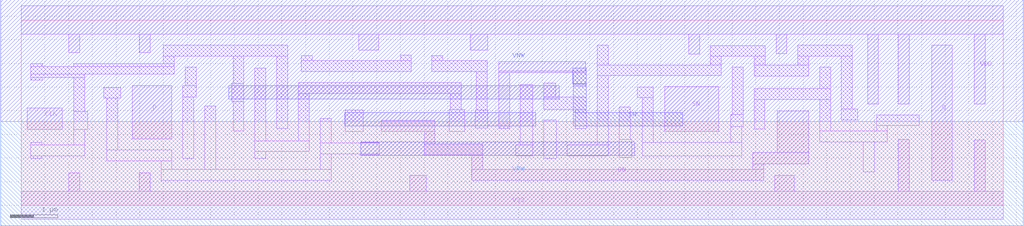
<source format=lef>
VERSION 5.7 ;
  NOWIREEXTENSIONATPIN ON ;
  DIVIDERCHAR "/" ;
  BUSBITCHARS "[]" ;
MACRO gf180mcu_as_sc_mcu7t3v3__and2_2
  CLASS CORE ;
  FOREIGN gf180mcu_as_sc_mcu7t3v3__and2_2 ;
  ORIGIN 0.000 0.000 ;
  SIZE 3.920 BY 3.920 ;
  SYMMETRY X Y ;
  SITE unithd ;
  PIN VDD
    DIRECTION INOUT ;
    USE POWER ;
    SHAPE ABUTMENT ;
    PORT
      LAYER Metal1 ;
        RECT 0.000 3.620 3.920 4.220 ;
        RECT 0.205 3.230 0.435 3.620 ;
        RECT 1.805 3.230 2.035 3.620 ;
        RECT 3.405 2.150 3.635 3.620 ;
    END
  END VDD
  PIN VNW
    DIRECTION INOUT ;
    USE POWER ;
    PORT
      LAYER Nwell ;
        RECT -0.430 1.770 4.350 4.350 ;
    END
  END VNW
  PIN VPW
    DIRECTION INOUT ;
    USE GROUND ;
    PORT
      LAYER Pwell ;
        RECT -0.430 -0.430 4.350 1.770 ;
    END
  END VPW
  PIN VSS
    DIRECTION INOUT ;
    USE GROUND ;
    SHAPE ABUTMENT ;
    PORT
      LAYER Metal1 ;
        RECT 1.805 0.300 2.035 0.690 ;
        RECT 3.405 0.300 3.635 1.450 ;
        RECT 0.000 -0.300 3.920 0.300 ;
    END
  END VSS
  PIN B
    DIRECTION INPUT ;
    USE SIGNAL ;
    ANTENNAGATEAREA 0.666400 ;
    PORT
      LAYER Metal1 ;
        RECT 1.255 1.555 1.660 2.540 ;
    END
  END B
  PIN A
    DIRECTION INPUT ;
    USE SIGNAL ;
    ANTENNAGATEAREA 0.666400 ;
    PORT
      LAYER Metal1 ;
        RECT 0.205 1.560 0.860 1.985 ;
    END
  END A
  PIN Y
    DIRECTION OUTPUT ;
    USE SIGNAL ;
    ANTENNADIFFAREA 1.237600 ;
    PORT
      LAYER Metal1 ;
        RECT 2.605 0.920 3.035 3.390 ;
    END
  END Y
  OBS
      LAYER Metal1 ;
        RECT 0.950 2.770 2.120 3.000 ;
        RECT 1.890 1.980 2.120 2.770 ;
        RECT 1.890 1.555 2.195 1.980 ;
        RECT 0.205 1.150 0.435 1.240 ;
        RECT 1.890 1.150 2.120 1.555 ;
        RECT 0.205 0.920 2.120 1.150 ;
        RECT 0.205 0.860 0.435 0.920 ;
  END
END gf180mcu_as_sc_mcu7t3v3__and2_2


VERSION 5.7 ;
  NOWIREEXTENSIONATPIN ON ;
  DIVIDERCHAR "/" ;
  BUSBITCHARS "[]" ;
MACRO gf180mcu_as_sc_mcu7t3v3__and2_4
  CLASS CORE ;
  FOREIGN gf180mcu_as_sc_mcu7t3v3__and2_4 ;
  ORIGIN 0.000 0.000 ;
  SIZE 5.600 BY 3.920 ;
  SYMMETRY X Y ;
  SITE unithd ;
  PIN VDD
    DIRECTION INOUT ;
    USE POWER ;
    SHAPE ABUTMENT ;
    PORT
      LAYER Metal1 ;
        RECT 0.000 3.620 5.600 4.220 ;
        RECT 0.205 3.230 0.435 3.620 ;
        RECT 1.805 3.230 2.035 3.620 ;
        RECT 3.405 2.150 3.635 3.620 ;
        RECT 5.005 2.150 5.235 3.620 ;
    END
  END VDD
  PIN VNW
    DIRECTION INOUT ;
    USE POWER ;
    PORT
      LAYER Nwell ;
        RECT -0.430 1.770 6.030 4.350 ;
    END
  END VNW
  PIN VPW
    DIRECTION INOUT ;
    USE GROUND ;
    PORT
      LAYER Pwell ;
        RECT -0.430 -0.430 6.030 1.770 ;
    END
  END VPW
  PIN VSS
    DIRECTION INOUT ;
    USE GROUND ;
    SHAPE ABUTMENT ;
    PORT
      LAYER Metal1 ;
        RECT 1.805 0.300 2.035 0.690 ;
        RECT 3.405 0.300 3.635 1.450 ;
        RECT 5.005 0.300 5.235 1.450 ;
        RECT 0.000 -0.300 5.600 0.300 ;
    END
  END VSS
  PIN B
    DIRECTION INPUT ;
    USE SIGNAL ;
    ANTENNAGATEAREA 0.666400 ;
    PORT
      LAYER Metal1 ;
        RECT 1.255 1.555 1.660 2.540 ;
    END
  END B
  PIN A
    DIRECTION INPUT ;
    USE SIGNAL ;
    ANTENNAGATEAREA 0.666400 ;
    PORT
      LAYER Metal1 ;
        RECT 0.205 1.560 0.860 1.985 ;
    END
  END A
  PIN Y
    DIRECTION OUTPUT ;
    USE SIGNAL ;
    ANTENNADIFFAREA 2.475200 ;
    PORT
      LAYER Metal1 ;
        RECT 2.605 1.920 2.835 3.390 ;
        RECT 4.205 1.920 4.600 3.390 ;
        RECT 2.605 1.690 4.600 1.920 ;
        RECT 2.605 0.920 2.835 1.690 ;
        RECT 4.205 0.920 4.600 1.690 ;
    END
  END Y
  OBS
      LAYER Metal1 ;
        RECT 0.950 2.770 2.120 3.000 ;
        RECT 1.890 1.980 2.120 2.770 ;
        RECT 1.890 1.555 2.195 1.980 ;
        RECT 0.205 1.150 0.435 1.240 ;
        RECT 1.890 1.150 2.120 1.555 ;
        RECT 0.205 0.920 2.120 1.150 ;
        RECT 0.205 0.860 0.435 0.920 ;
  END
END gf180mcu_as_sc_mcu7t3v3__and2_4


VERSION 5.7 ;
  NOWIREEXTENSIONATPIN ON ;
  DIVIDERCHAR "/" ;
  BUSBITCHARS "[]" ;
MACRO gf180mcu_as_sc_mcu7t3v3__ao211_2
  CLASS CORE ;
  FOREIGN gf180mcu_as_sc_mcu7t3v3__ao211_2 ;
  ORIGIN 0.000 0.000 ;
  SIZE 6.160 BY 3.920 ;
  SYMMETRY X Y ;
  SITE unithd ;
  PIN VDD
    DIRECTION INOUT ;
    USE POWER ;
    SHAPE ABUTMENT ;
    PORT
      LAYER Metal1 ;
        RECT 0.000 3.620 6.160 4.220 ;
        RECT 1.005 3.190 1.235 3.620 ;
        RECT 4.045 2.260 4.275 3.620 ;
        RECT 5.645 2.460 5.875 3.620 ;
    END
  END VDD
  PIN VNW
    DIRECTION INOUT ;
    USE POWER ;
    PORT
      LAYER Nwell ;
        RECT -0.430 1.770 6.590 4.350 ;
    END
  END VNW
  PIN VPW
    DIRECTION INOUT ;
    USE GROUND ;
    PORT
      LAYER Pwell ;
        RECT -0.430 -0.430 6.590 1.770 ;
    END
  END VPW
  PIN VSS
    DIRECTION INOUT ;
    USE GROUND ;
    SHAPE ABUTMENT ;
    PORT
      LAYER Metal1 ;
        RECT 0.205 0.300 0.435 0.730 ;
        RECT 2.605 0.300 2.835 0.730 ;
        RECT 4.045 0.300 4.275 0.730 ;
        RECT 5.645 0.300 5.875 0.730 ;
        RECT 0.000 -0.300 6.160 0.300 ;
    END
  END VSS
  PIN A
    DIRECTION INPUT ;
    USE SIGNAL ;
    ANTENNAGATEAREA 0.666400 ;
    PORT
      LAYER Metal1 ;
        RECT 0.330 1.550 0.715 2.265 ;
    END
  END A
  PIN B
    DIRECTION INPUT ;
    USE SIGNAL ;
    ANTENNAGATEAREA 0.666400 ;
    PORT
      LAYER Metal1 ;
        RECT 1.230 1.320 1.615 2.255 ;
        RECT 1.230 0.595 1.575 1.320 ;
    END
  END B
  PIN C
    DIRECTION INPUT ;
    USE SIGNAL ;
    ANTENNAGATEAREA 0.666400 ;
    PORT
      LAYER Metal1 ;
        RECT 2.030 1.570 2.415 2.260 ;
    END
  END C
  PIN D
    DIRECTION INPUT ;
    USE SIGNAL ;
    ANTENNAGATEAREA 0.666400 ;
    PORT
      LAYER Metal1 ;
        RECT 2.830 1.535 3.215 2.290 ;
    END
  END D
  PIN Y
    DIRECTION OUTPUT ;
    USE SIGNAL ;
    ANTENNADIFFAREA 1.237600 ;
    PORT
      LAYER Metal1 ;
        RECT 4.815 0.840 5.125 3.390 ;
    END
  END Y
  OBS
      LAYER Metal1 ;
        RECT 0.205 2.960 0.435 3.175 ;
        RECT 1.805 2.960 2.035 3.160 ;
        RECT 0.205 2.730 2.035 2.960 ;
        RECT 3.405 2.750 3.635 3.390 ;
        RECT 3.405 2.520 3.700 2.750 ;
        RECT 3.470 1.955 3.700 2.520 ;
        RECT 3.470 1.575 4.440 1.955 ;
        RECT 3.470 1.190 3.700 1.575 ;
        RECT 1.805 0.960 3.700 1.190 ;
        RECT 1.805 0.735 2.035 0.960 ;
        RECT 3.405 0.790 3.700 0.960 ;
  END
END gf180mcu_as_sc_mcu7t3v3__ao211_2


VERSION 5.7 ;
  NOWIREEXTENSIONATPIN ON ;
  DIVIDERCHAR "/" ;
  BUSBITCHARS "[]" ;
MACRO gf180mcu_as_sc_mcu7t3v3__ao211_4
  CLASS CORE ;
  FOREIGN gf180mcu_as_sc_mcu7t3v3__ao211_4 ;
  ORIGIN 0.000 0.000 ;
  SIZE 7.840 BY 3.920 ;
  SYMMETRY X Y ;
  SITE unithd ;
  PIN VDD
    DIRECTION INOUT ;
    USE POWER ;
    SHAPE ABUTMENT ;
    PORT
      LAYER Metal1 ;
        RECT 0.000 3.620 7.840 4.220 ;
        RECT 1.005 3.190 1.235 3.620 ;
        RECT 4.045 2.260 4.275 3.620 ;
        RECT 5.645 2.260 5.875 3.620 ;
        RECT 7.245 2.260 7.475 3.620 ;
    END
  END VDD
  PIN VNW
    DIRECTION INOUT ;
    USE POWER ;
    PORT
      LAYER Nwell ;
        RECT -0.430 1.770 8.270 4.350 ;
    END
  END VNW
  PIN VPW
    DIRECTION INOUT ;
    USE GROUND ;
    PORT
      LAYER Pwell ;
        RECT -0.430 -0.430 8.270 1.770 ;
    END
  END VPW
  PIN VSS
    DIRECTION INOUT ;
    USE GROUND ;
    SHAPE ABUTMENT ;
    PORT
      LAYER Metal1 ;
        RECT 0.205 0.300 0.435 0.730 ;
        RECT 2.605 0.300 2.835 0.730 ;
        RECT 4.045 0.300 4.275 0.730 ;
        RECT 5.645 0.300 5.875 0.730 ;
        RECT 7.245 0.300 7.475 0.730 ;
        RECT 0.000 -0.300 7.840 0.300 ;
    END
  END VSS
  PIN A
    DIRECTION INPUT ;
    USE SIGNAL ;
    ANTENNAGATEAREA 0.666400 ;
    PORT
      LAYER Metal1 ;
        RECT 0.330 1.550 0.715 2.265 ;
    END
  END A
  PIN B
    DIRECTION INPUT ;
    USE SIGNAL ;
    ANTENNAGATEAREA 0.666400 ;
    PORT
      LAYER Metal1 ;
        RECT 1.230 1.320 1.615 2.255 ;
        RECT 1.230 0.595 1.575 1.320 ;
    END
  END B
  PIN C
    DIRECTION INPUT ;
    USE SIGNAL ;
    ANTENNAGATEAREA 0.666400 ;
    PORT
      LAYER Metal1 ;
        RECT 2.030 1.570 2.415 2.260 ;
    END
  END C
  PIN D
    DIRECTION INPUT ;
    USE SIGNAL ;
    ANTENNAGATEAREA 0.666400 ;
    PORT
      LAYER Metal1 ;
        RECT 2.830 1.535 3.215 2.290 ;
    END
  END D
  PIN Y
    DIRECTION OUTPUT ;
    USE SIGNAL ;
    ANTENNADIFFAREA 2.475200 ;
    PORT
      LAYER Metal1 ;
        RECT 4.815 1.935 5.125 3.390 ;
        RECT 6.415 1.935 6.725 3.390 ;
        RECT 4.815 1.600 6.725 1.935 ;
        RECT 4.815 0.840 5.125 1.600 ;
        RECT 6.415 0.840 6.725 1.600 ;
    END
  END Y
  OBS
      LAYER Metal1 ;
        RECT 0.205 2.960 0.435 3.175 ;
        RECT 1.805 2.960 2.035 3.160 ;
        RECT 0.205 2.730 2.035 2.960 ;
        RECT 3.405 2.750 3.635 3.390 ;
        RECT 3.405 2.520 3.700 2.750 ;
        RECT 3.470 1.955 3.700 2.520 ;
        RECT 3.470 1.575 4.440 1.955 ;
        RECT 3.470 1.190 3.700 1.575 ;
        RECT 1.805 0.960 3.700 1.190 ;
        RECT 1.805 0.735 2.035 0.960 ;
        RECT 3.405 0.790 3.700 0.960 ;
  END
END gf180mcu_as_sc_mcu7t3v3__ao211_4


VERSION 5.7 ;
  NOWIREEXTENSIONATPIN ON ;
  DIVIDERCHAR "/" ;
  BUSBITCHARS "[]" ;
MACRO gf180mcu_as_sc_mcu7t3v3__ao21_2
  CLASS CORE ;
  FOREIGN gf180mcu_as_sc_mcu7t3v3__ao21_2 ;
  ORIGIN 0.000 0.000 ;
  SIZE 5.600 BY 3.920 ;
  SYMMETRY X Y ;
  SITE unithd ;
  PIN VDD
    DIRECTION INOUT ;
    USE POWER ;
    SHAPE ABUTMENT ;
    PORT
      LAYER Metal1 ;
        RECT 0.000 3.620 5.600 4.220 ;
        RECT 1.005 3.230 1.235 3.620 ;
        RECT 3.245 2.145 3.475 3.620 ;
        RECT 4.930 2.145 5.160 3.620 ;
    END
  END VDD
  PIN VNW
    DIRECTION INOUT ;
    USE POWER ;
    PORT
      LAYER Nwell ;
        RECT -0.430 1.770 6.030 4.350 ;
    END
  END VNW
  PIN VPW
    DIRECTION INOUT ;
    USE GROUND ;
    PORT
      LAYER Pwell ;
        RECT -0.430 -0.430 6.030 1.770 ;
    END
  END VPW
  PIN VSS
    DIRECTION INOUT ;
    USE GROUND ;
    SHAPE ABUTMENT ;
    PORT
      LAYER Metal1 ;
        RECT 0.205 0.300 0.435 0.690 ;
        RECT 2.605 0.300 3.475 0.690 ;
        RECT 4.930 0.300 5.160 1.380 ;
        RECT 0.000 -0.300 5.600 0.300 ;
    END
  END VSS
  PIN Y
    DIRECTION OUTPUT ;
    USE SIGNAL ;
    ANTENNADIFFAREA 1.439900 ;
    PORT
      LAYER Metal1 ;
        RECT 4.130 0.990 4.450 3.380 ;
    END
  END Y
  PIN A
    DIRECTION INPUT ;
    USE SIGNAL ;
    ANTENNAGATEAREA 0.666400 ;
    PORT
      LAYER Metal1 ;
        RECT 0.400 1.580 0.860 2.360 ;
    END
  END A
  PIN B
    DIRECTION INPUT ;
    USE SIGNAL ;
    ANTENNAGATEAREA 0.666400 ;
    PORT
      LAYER Metal1 ;
        RECT 1.200 1.580 1.660 1.965 ;
    END
  END B
  PIN C
    DIRECTION INPUT ;
    USE SIGNAL ;
    ANTENNAGATEAREA 0.666400 ;
    PORT
      LAYER Metal1 ;
        RECT 2.000 1.580 2.460 1.965 ;
    END
  END C
  OBS
      LAYER Metal1 ;
        RECT 0.205 2.975 0.435 3.100 ;
        RECT 1.805 2.975 2.035 3.045 ;
        RECT 0.205 2.745 2.035 2.975 ;
        RECT 0.205 2.665 0.435 2.745 ;
        RECT 1.805 2.670 2.035 2.745 ;
        RECT 2.605 2.475 2.835 3.390 ;
        RECT 2.605 2.225 2.925 2.475 ;
        RECT 2.695 1.885 2.925 2.225 ;
        RECT 2.695 1.655 3.900 1.885 ;
        RECT 2.695 1.240 2.925 1.655 ;
        RECT 1.745 1.010 2.925 1.240 ;
  END
END gf180mcu_as_sc_mcu7t3v3__ao21_2


VERSION 5.7 ;
  NOWIREEXTENSIONATPIN ON ;
  DIVIDERCHAR "/" ;
  BUSBITCHARS "[]" ;
MACRO gf180mcu_as_sc_mcu7t3v3__ao21_4
  CLASS CORE ;
  FOREIGN gf180mcu_as_sc_mcu7t3v3__ao21_4 ;
  ORIGIN 0.000 0.000 ;
  SIZE 7.280 BY 3.920 ;
  SYMMETRY X Y ;
  SITE unithd ;
  PIN VDD
    DIRECTION INOUT ;
    USE POWER ;
    SHAPE ABUTMENT ;
    PORT
      LAYER Metal1 ;
        RECT 0.000 3.620 7.280 4.220 ;
        RECT 1.005 3.230 1.235 3.620 ;
        RECT 3.245 2.145 3.475 3.620 ;
        RECT 4.930 2.145 5.160 3.620 ;
        RECT 6.530 2.145 6.760 3.620 ;
    END
  END VDD
  PIN VNW
    DIRECTION INOUT ;
    USE POWER ;
    PORT
      LAYER Nwell ;
        RECT -0.430 1.770 7.710 4.350 ;
    END
  END VNW
  PIN VPW
    DIRECTION INOUT ;
    USE GROUND ;
    PORT
      LAYER Pwell ;
        RECT -0.430 -0.430 7.710 1.770 ;
    END
  END VPW
  PIN VSS
    DIRECTION INOUT ;
    USE GROUND ;
    SHAPE ABUTMENT ;
    PORT
      LAYER Metal1 ;
        RECT 0.205 0.300 0.435 0.690 ;
        RECT 2.605 0.300 3.475 0.690 ;
        RECT 4.930 0.300 5.160 1.380 ;
        RECT 6.530 0.300 6.760 1.380 ;
        RECT 0.000 -0.300 7.280 0.300 ;
    END
  END VSS
  PIN Y
    DIRECTION OUTPUT ;
    USE SIGNAL ;
    ANTENNADIFFAREA 2.677500 ;
    PORT
      LAYER Metal1 ;
        RECT 4.130 1.890 4.450 3.380 ;
        RECT 5.730 1.890 6.050 3.380 ;
        RECT 4.130 1.660 6.050 1.890 ;
        RECT 4.130 0.990 4.450 1.660 ;
        RECT 5.730 0.990 6.050 1.660 ;
    END
  END Y
  PIN A
    DIRECTION INPUT ;
    USE SIGNAL ;
    ANTENNAGATEAREA 0.666400 ;
    PORT
      LAYER Metal1 ;
        RECT 0.400 1.580 0.860 2.360 ;
    END
  END A
  PIN B
    DIRECTION INPUT ;
    USE SIGNAL ;
    ANTENNAGATEAREA 0.666400 ;
    PORT
      LAYER Metal1 ;
        RECT 1.200 1.580 1.660 1.965 ;
    END
  END B
  PIN C
    DIRECTION INPUT ;
    USE SIGNAL ;
    ANTENNAGATEAREA 0.666400 ;
    PORT
      LAYER Metal1 ;
        RECT 2.000 1.580 2.460 1.965 ;
    END
  END C
  OBS
      LAYER Metal1 ;
        RECT 0.205 2.975 0.435 3.100 ;
        RECT 1.805 2.975 2.035 3.045 ;
        RECT 0.205 2.745 2.035 2.975 ;
        RECT 0.205 2.665 0.435 2.745 ;
        RECT 1.805 2.670 2.035 2.745 ;
        RECT 2.605 2.475 2.835 3.390 ;
        RECT 2.605 2.225 2.925 2.475 ;
        RECT 2.695 1.885 2.925 2.225 ;
        RECT 2.695 1.655 3.900 1.885 ;
        RECT 2.695 1.240 2.925 1.655 ;
        RECT 1.745 1.010 2.925 1.240 ;
  END
END gf180mcu_as_sc_mcu7t3v3__ao21_4


VERSION 5.7 ;
  NOWIREEXTENSIONATPIN ON ;
  DIVIDERCHAR "/" ;
  BUSBITCHARS "[]" ;
MACRO gf180mcu_as_sc_mcu7t3v3__ao21b_2
  CLASS CORE ;
  FOREIGN gf180mcu_as_sc_mcu7t3v3__ao21b_2 ;
  ORIGIN 0.000 0.000 ;
  SIZE 9.520 BY 3.920 ;
  SYMMETRY X Y ;
  SITE unithd ;
  PIN VDD
    DIRECTION INOUT ;
    USE POWER ;
    SHAPE ABUTMENT ;
    PORT
      LAYER Metal1 ;
        RECT 0.000 3.620 9.520 4.220 ;
        RECT 0.425 2.515 0.655 3.620 ;
        RECT 2.685 3.230 2.915 3.620 ;
        RECT 4.285 3.230 4.515 3.620 ;
        RECT 7.325 3.230 7.555 3.620 ;
        RECT 8.925 3.230 9.155 3.620 ;
    END
  END VDD
  PIN VNW
    DIRECTION INOUT ;
    USE POWER ;
    PORT
      LAYER Nwell ;
        RECT -0.430 1.770 9.950 4.350 ;
    END
  END VNW
  PIN VPW
    DIRECTION INOUT ;
    USE GROUND ;
    PORT
      LAYER Pwell ;
        RECT -0.430 -0.430 9.950 1.770 ;
    END
  END VPW
  PIN VSS
    DIRECTION INOUT ;
    USE GROUND ;
    SHAPE ABUTMENT ;
    PORT
      LAYER Metal1 ;
        RECT 0.415 0.300 0.645 0.690 ;
        RECT 1.885 0.300 2.115 0.690 ;
        RECT 5.085 0.300 5.315 0.690 ;
        RECT 6.685 0.300 7.550 0.690 ;
        RECT 8.925 0.300 9.155 0.690 ;
        RECT 0.000 -0.300 9.520 0.300 ;
    END
  END VSS
  PIN Y
    DIRECTION OUTPUT ;
    USE SIGNAL ;
    ANTENNADIFFAREA 1.237600 ;
    PORT
      LAYER Metal1 ;
        RECT 8.110 0.990 8.375 3.390 ;
    END
  END Y
  PIN C
    DIRECTION INPUT ;
    USE SIGNAL ;
    ANTENNAGATEAREA 1.332800 ;
    PORT
      LAYER Metal1 ;
        RECT 6.415 1.565 6.805 2.310 ;
    END
  END C
  PIN B
    DIRECTION INPUT ;
    USE SIGNAL ;
    ANTENNAGATEAREA 1.332800 ;
    PORT
      LAYER Metal1 ;
        RECT 3.060 1.590 4.140 1.950 ;
    END
  END B
  PIN A
    DIRECTION INPUT ;
    USE SIGNAL ;
    ANTENNAGATEAREA 0.666400 ;
    PORT
      LAYER Metal1 ;
        RECT 0.610 1.480 1.015 2.285 ;
    END
  END A
  OBS
      LAYER Metal1 ;
        RECT 1.245 1.945 1.475 3.390 ;
        RECT 5.085 3.160 6.915 3.390 ;
        RECT 1.885 3.000 2.115 3.080 ;
        RECT 5.085 3.000 5.315 3.160 ;
        RECT 1.885 2.770 5.315 3.000 ;
        RECT 6.685 2.970 6.915 3.160 ;
        RECT 1.885 2.695 2.115 2.770 ;
        RECT 2.325 2.310 4.770 2.540 ;
        RECT 2.325 1.955 2.555 2.310 ;
        RECT 2.135 1.945 2.555 1.955 ;
        RECT 1.245 1.595 2.555 1.945 ;
        RECT 1.245 0.985 1.475 1.595 ;
        RECT 2.135 1.590 2.555 1.595 ;
        RECT 4.540 1.930 4.770 2.310 ;
        RECT 4.540 1.570 4.945 1.930 ;
        RECT 5.825 1.255 6.115 2.620 ;
        RECT 7.485 1.545 7.870 1.945 ;
        RECT 7.485 1.255 7.715 1.545 ;
        RECT 3.360 1.025 7.715 1.255 ;
  END
END gf180mcu_as_sc_mcu7t3v3__ao21b_2


VERSION 5.7 ;
  NOWIREEXTENSIONATPIN ON ;
  DIVIDERCHAR "/" ;
  BUSBITCHARS "[]" ;
MACRO gf180mcu_as_sc_mcu7t3v3__ao21b_4
  CLASS CORE ;
  FOREIGN gf180mcu_as_sc_mcu7t3v3__ao21b_4 ;
  ORIGIN 0.000 0.000 ;
  SIZE 11.200 BY 3.920 ;
  SYMMETRY X Y ;
  SITE unithd ;
  PIN VDD
    DIRECTION INOUT ;
    USE POWER ;
    SHAPE ABUTMENT ;
    PORT
      LAYER Metal1 ;
        RECT 0.000 3.620 11.200 4.220 ;
        RECT 0.425 2.515 0.655 3.620 ;
        RECT 2.685 3.230 2.915 3.620 ;
        RECT 4.285 3.230 4.515 3.620 ;
        RECT 7.325 3.230 7.555 3.620 ;
        RECT 8.925 3.230 9.155 3.620 ;
        RECT 10.525 3.230 10.755 3.620 ;
    END
  END VDD
  PIN VNW
    DIRECTION INOUT ;
    USE POWER ;
    PORT
      LAYER Nwell ;
        RECT -0.430 1.770 11.630 4.350 ;
    END
  END VNW
  PIN VPW
    DIRECTION INOUT ;
    USE GROUND ;
    PORT
      LAYER Pwell ;
        RECT -0.430 -0.430 11.630 1.770 ;
    END
  END VPW
  PIN VSS
    DIRECTION INOUT ;
    USE GROUND ;
    SHAPE ABUTMENT ;
    PORT
      LAYER Metal1 ;
        RECT 0.415 0.300 0.645 0.690 ;
        RECT 1.885 0.300 2.115 0.690 ;
        RECT 5.085 0.300 5.315 0.690 ;
        RECT 6.685 0.300 7.550 0.690 ;
        RECT 8.925 0.300 9.155 0.690 ;
        RECT 10.525 0.300 10.755 0.690 ;
        RECT 0.000 -0.300 11.200 0.300 ;
    END
  END VSS
  PIN Y
    DIRECTION OUTPUT ;
    USE SIGNAL ;
    ANTENNADIFFAREA 2.475200 ;
    PORT
      LAYER Metal1 ;
        RECT 8.110 1.895 8.375 3.390 ;
        RECT 9.700 1.895 9.965 3.390 ;
        RECT 8.110 1.645 9.965 1.895 ;
        RECT 8.110 0.990 8.375 1.645 ;
        RECT 9.700 0.990 9.965 1.645 ;
    END
  END Y
  PIN C
    DIRECTION INPUT ;
    USE SIGNAL ;
    ANTENNAGATEAREA 1.332800 ;
    PORT
      LAYER Metal1 ;
        RECT 6.415 1.565 6.805 2.310 ;
    END
  END C
  PIN B
    DIRECTION INPUT ;
    USE SIGNAL ;
    ANTENNAGATEAREA 1.332800 ;
    PORT
      LAYER Metal1 ;
        RECT 3.060 1.590 4.140 1.950 ;
    END
  END B
  PIN A
    DIRECTION INPUT ;
    USE SIGNAL ;
    ANTENNAGATEAREA 0.666400 ;
    PORT
      LAYER Metal1 ;
        RECT 0.610 1.480 1.015 2.285 ;
    END
  END A
  OBS
      LAYER Metal1 ;
        RECT 1.245 1.945 1.475 3.390 ;
        RECT 5.085 3.160 6.915 3.390 ;
        RECT 1.885 3.000 2.115 3.080 ;
        RECT 5.085 3.000 5.315 3.160 ;
        RECT 1.885 2.770 5.315 3.000 ;
        RECT 6.685 2.970 6.915 3.160 ;
        RECT 1.885 2.695 2.115 2.770 ;
        RECT 2.325 2.310 4.770 2.540 ;
        RECT 2.325 1.955 2.555 2.310 ;
        RECT 2.135 1.945 2.555 1.955 ;
        RECT 1.245 1.595 2.555 1.945 ;
        RECT 1.245 0.985 1.475 1.595 ;
        RECT 2.135 1.590 2.555 1.595 ;
        RECT 4.540 1.930 4.770 2.310 ;
        RECT 4.540 1.570 4.945 1.930 ;
        RECT 5.825 1.255 6.115 2.620 ;
        RECT 7.485 1.545 7.870 1.945 ;
        RECT 7.485 1.255 7.715 1.545 ;
        RECT 3.360 1.025 7.715 1.255 ;
  END
END gf180mcu_as_sc_mcu7t3v3__ao21b_4


VERSION 5.7 ;
  NOWIREEXTENSIONATPIN ON ;
  DIVIDERCHAR "/" ;
  BUSBITCHARS "[]" ;
MACRO gf180mcu_as_sc_mcu7t3v3__ao22_2
  CLASS CORE ;
  FOREIGN gf180mcu_as_sc_mcu7t3v3__ao22_2 ;
  ORIGIN 0.000 0.000 ;
  SIZE 6.160 BY 3.920 ;
  SYMMETRY X Y ;
  SITE unithd ;
  PIN VDD
    DIRECTION INOUT ;
    USE POWER ;
    SHAPE ABUTMENT ;
    PORT
      LAYER Metal1 ;
        RECT 0.000 3.620 6.160 4.220 ;
        RECT 2.445 3.230 2.675 3.620 ;
        RECT 4.045 3.230 4.275 3.620 ;
        RECT 5.645 2.155 5.875 3.620 ;
    END
  END VDD
  PIN VNW
    DIRECTION INOUT ;
    USE POWER ;
    PORT
      LAYER Nwell ;
        RECT -0.430 1.770 6.590 4.350 ;
    END
  END VNW
  PIN VPW
    DIRECTION INOUT ;
    USE GROUND ;
    PORT
      LAYER Pwell ;
        RECT -0.430 -0.430 6.590 1.770 ;
    END
  END VPW
  PIN VSS
    DIRECTION INOUT ;
    USE GROUND ;
    SHAPE ABUTMENT ;
    PORT
      LAYER Metal1 ;
        RECT 0.205 0.300 0.435 0.690 ;
        RECT 4.045 0.300 4.275 0.690 ;
        RECT 5.645 0.300 5.875 1.385 ;
        RECT 0.000 -0.300 6.160 0.300 ;
    END
  END VSS
  PIN A
    DIRECTION INPUT ;
    USE SIGNAL ;
    ANTENNAGATEAREA 0.666400 ;
    PORT
      LAYER Metal1 ;
        RECT 0.335 1.560 0.860 2.010 ;
    END
  END A
  PIN B
    DIRECTION INPUT ;
    USE SIGNAL ;
    ANTENNAGATEAREA 0.666400 ;
    PORT
      LAYER Metal1 ;
        RECT 1.265 1.560 1.790 2.010 ;
    END
  END B
  PIN C
    DIRECTION INPUT ;
    USE SIGNAL ;
    ANTENNAGATEAREA 0.666400 ;
    PORT
      LAYER Metal1 ;
        RECT 2.390 1.560 2.915 2.010 ;
    END
  END C
  PIN D
    DIRECTION INPUT ;
    USE SIGNAL ;
    ANTENNAGATEAREA 0.666400 ;
    PORT
      LAYER Metal1 ;
        RECT 3.495 1.560 4.020 2.010 ;
    END
  END D
  PIN Y
    DIRECTION OUTPUT ;
    USE SIGNAL ;
    ANTENNADIFFAREA 1.237600 ;
    PORT
      LAYER Metal1 ;
        RECT 4.845 0.980 5.180 3.390 ;
    END
  END Y
  OBS
      LAYER Metal1 ;
        RECT 0.205 3.160 2.090 3.390 ;
        RECT 0.205 2.470 0.435 3.160 ;
        RECT 3.245 2.930 3.475 3.160 ;
        RECT 0.900 2.700 3.475 2.930 ;
        RECT 0.205 2.240 4.590 2.470 ;
        RECT 4.360 1.245 4.590 2.240 ;
        RECT 3.250 1.015 4.590 1.245 ;
        RECT 3.250 0.760 3.480 1.015 ;
        RECT 1.635 0.530 3.480 0.760 ;
  END
END gf180mcu_as_sc_mcu7t3v3__ao22_2


VERSION 5.7 ;
  NOWIREEXTENSIONATPIN ON ;
  DIVIDERCHAR "/" ;
  BUSBITCHARS "[]" ;
MACRO gf180mcu_as_sc_mcu7t3v3__ao22_4
  CLASS CORE ;
  FOREIGN gf180mcu_as_sc_mcu7t3v3__ao22_4 ;
  ORIGIN 0.000 0.000 ;
  SIZE 7.840 BY 3.920 ;
  SYMMETRY X Y ;
  SITE unithd ;
  PIN VDD
    DIRECTION INOUT ;
    USE POWER ;
    SHAPE ABUTMENT ;
    PORT
      LAYER Metal1 ;
        RECT 0.000 3.620 7.840 4.220 ;
        RECT 2.445 3.230 2.675 3.620 ;
        RECT 4.045 3.230 4.275 3.620 ;
        RECT 5.645 2.155 5.875 3.620 ;
        RECT 7.245 2.155 7.475 3.620 ;
    END
  END VDD
  PIN VNW
    DIRECTION INOUT ;
    USE POWER ;
    PORT
      LAYER Nwell ;
        RECT -0.430 1.770 8.270 4.350 ;
    END
  END VNW
  PIN VPW
    DIRECTION INOUT ;
    USE GROUND ;
    PORT
      LAYER Pwell ;
        RECT -0.430 -0.430 8.270 1.770 ;
    END
  END VPW
  PIN VSS
    DIRECTION INOUT ;
    USE GROUND ;
    SHAPE ABUTMENT ;
    PORT
      LAYER Metal1 ;
        RECT 0.205 0.300 0.435 0.690 ;
        RECT 4.045 0.300 4.275 0.690 ;
        RECT 5.645 0.300 5.875 1.385 ;
        RECT 7.245 0.300 7.475 1.385 ;
        RECT 0.000 -0.300 7.840 0.300 ;
    END
  END VSS
  PIN A
    DIRECTION INPUT ;
    USE SIGNAL ;
    ANTENNAGATEAREA 0.666400 ;
    PORT
      LAYER Metal1 ;
        RECT 0.335 1.560 0.860 2.010 ;
    END
  END A
  PIN B
    DIRECTION INPUT ;
    USE SIGNAL ;
    ANTENNAGATEAREA 0.666400 ;
    PORT
      LAYER Metal1 ;
        RECT 1.265 1.560 1.790 2.010 ;
    END
  END B
  PIN C
    DIRECTION INPUT ;
    USE SIGNAL ;
    ANTENNAGATEAREA 0.666400 ;
    PORT
      LAYER Metal1 ;
        RECT 2.390 1.560 2.915 2.010 ;
    END
  END C
  PIN D
    DIRECTION INPUT ;
    USE SIGNAL ;
    ANTENNAGATEAREA 0.666400 ;
    PORT
      LAYER Metal1 ;
        RECT 3.495 1.560 4.020 2.010 ;
    END
  END D
  PIN Y
    DIRECTION OUTPUT ;
    USE SIGNAL ;
    ANTENNADIFFAREA 2.475200 ;
    PORT
      LAYER Metal1 ;
        RECT 4.845 1.880 5.180 3.390 ;
        RECT 6.445 1.880 6.780 3.390 ;
        RECT 4.845 1.650 6.780 1.880 ;
        RECT 4.845 0.980 5.180 1.650 ;
        RECT 6.445 0.980 6.780 1.650 ;
    END
  END Y
  OBS
      LAYER Metal1 ;
        RECT 0.205 3.160 2.090 3.390 ;
        RECT 0.205 2.470 0.435 3.160 ;
        RECT 3.245 2.930 3.475 3.160 ;
        RECT 0.900 2.700 3.475 2.930 ;
        RECT 0.205 2.240 4.590 2.470 ;
        RECT 4.360 1.245 4.590 2.240 ;
        RECT 3.250 1.015 4.590 1.245 ;
        RECT 3.250 0.760 3.480 1.015 ;
        RECT 1.635 0.530 3.480 0.760 ;
  END
END gf180mcu_as_sc_mcu7t3v3__ao22_4


VERSION 5.7 ;
  NOWIREEXTENSIONATPIN ON ;
  DIVIDERCHAR "/" ;
  BUSBITCHARS "[]" ;
MACRO gf180mcu_as_sc_mcu7t3v3__ao31_2
  CLASS CORE ;
  FOREIGN gf180mcu_as_sc_mcu7t3v3__ao31_2 ;
  ORIGIN 0.000 0.000 ;
  SIZE 5.600 BY 3.920 ;
  SYMMETRY X Y ;
  SITE unithd ;
  PIN VDD
    DIRECTION INOUT ;
    USE POWER ;
    SHAPE ABUTMENT ;
    PORT
      LAYER Metal1 ;
        RECT 0.000 3.620 5.600 4.220 ;
        RECT 1.805 3.230 2.035 3.620 ;
        RECT 3.405 3.230 3.635 3.620 ;
        RECT 5.005 2.180 5.235 3.620 ;
    END
  END VDD
  PIN VNW
    DIRECTION INOUT ;
    USE POWER ;
    PORT
      LAYER Nwell ;
        RECT -0.430 1.770 6.030 4.350 ;
    END
  END VNW
  PIN VPW
    DIRECTION INOUT ;
    USE GROUND ;
    PORT
      LAYER Pwell ;
        RECT -0.430 -0.430 6.030 1.770 ;
    END
  END VPW
  PIN VSS
    DIRECTION INOUT ;
    USE GROUND ;
    SHAPE ABUTMENT ;
    PORT
      LAYER Metal1 ;
        RECT 0.205 0.300 0.435 0.690 ;
        RECT 3.405 0.300 3.635 0.690 ;
        RECT 5.005 0.300 5.235 1.370 ;
        RECT 0.000 -0.300 5.600 0.300 ;
    END
  END VSS
  PIN D
    DIRECTION INPUT ;
    USE SIGNAL ;
    ANTENNAGATEAREA 0.666400 ;
    PORT
      LAYER Metal1 ;
        RECT 0.665 1.585 1.085 2.435 ;
    END
  END D
  PIN A
    DIRECTION INPUT ;
    USE SIGNAL ;
    ANTENNAGATEAREA 0.666400 ;
    PORT
      LAYER Metal1 ;
        RECT 1.380 1.585 1.800 2.435 ;
    END
  END A
  PIN B
    DIRECTION INPUT ;
    USE SIGNAL ;
    ANTENNAGATEAREA 0.666400 ;
    PORT
      LAYER Metal1 ;
        RECT 2.180 1.150 2.600 2.000 ;
    END
  END B
  PIN C
    DIRECTION INPUT ;
    USE SIGNAL ;
    ANTENNAGATEAREA 0.666400 ;
    PORT
      LAYER Metal1 ;
        RECT 2.980 1.585 3.320 2.105 ;
    END
  END C
  PIN Y
    DIRECTION OUTPUT ;
    USE SIGNAL ;
    ANTENNADIFFAREA 1.237600 ;
    PORT
      LAYER Metal1 ;
        RECT 4.205 0.990 4.545 3.390 ;
    END
  END Y
  OBS
      LAYER Metal1 ;
        RECT 0.205 1.150 0.435 3.390 ;
        RECT 0.950 2.770 2.900 3.000 ;
        RECT 3.745 1.915 3.975 1.970 ;
        RECT 3.630 1.630 3.975 1.915 ;
        RECT 3.630 1.150 3.860 1.630 ;
        RECT 0.205 0.920 1.235 1.150 ;
        RECT 1.005 0.760 1.235 0.920 ;
        RECT 2.945 0.920 3.860 1.150 ;
        RECT 2.945 0.760 3.175 0.920 ;
        RECT 1.005 0.530 3.175 0.760 ;
  END
END gf180mcu_as_sc_mcu7t3v3__ao31_2


VERSION 5.7 ;
  NOWIREEXTENSIONATPIN ON ;
  DIVIDERCHAR "/" ;
  BUSBITCHARS "[]" ;
MACRO gf180mcu_as_sc_mcu7t3v3__ao31_4
  CLASS CORE ;
  FOREIGN gf180mcu_as_sc_mcu7t3v3__ao31_4 ;
  ORIGIN 0.000 0.000 ;
  SIZE 7.280 BY 3.920 ;
  SYMMETRY X Y ;
  SITE unithd ;
  PIN VDD
    DIRECTION INOUT ;
    USE POWER ;
    SHAPE ABUTMENT ;
    PORT
      LAYER Metal1 ;
        RECT 0.000 3.620 7.280 4.220 ;
        RECT 1.805 3.230 2.035 3.620 ;
        RECT 3.405 3.230 3.635 3.620 ;
        RECT 5.005 2.180 5.235 3.620 ;
        RECT 6.605 2.180 6.835 3.620 ;
    END
  END VDD
  PIN VNW
    DIRECTION INOUT ;
    USE POWER ;
    PORT
      LAYER Nwell ;
        RECT -0.430 1.770 7.710 4.350 ;
    END
  END VNW
  PIN VPW
    DIRECTION INOUT ;
    USE GROUND ;
    PORT
      LAYER Pwell ;
        RECT -0.430 -0.430 7.710 1.770 ;
    END
  END VPW
  PIN VSS
    DIRECTION INOUT ;
    USE GROUND ;
    SHAPE ABUTMENT ;
    PORT
      LAYER Metal1 ;
        RECT 0.205 0.300 0.435 0.690 ;
        RECT 3.405 0.300 3.635 0.690 ;
        RECT 5.005 0.300 5.235 1.370 ;
        RECT 6.605 0.300 6.835 1.370 ;
        RECT 0.000 -0.300 7.280 0.300 ;
    END
  END VSS
  PIN D
    DIRECTION INPUT ;
    USE SIGNAL ;
    ANTENNAGATEAREA 0.666400 ;
    PORT
      LAYER Metal1 ;
        RECT 0.665 1.585 1.085 2.435 ;
    END
  END D
  PIN A
    DIRECTION INPUT ;
    USE SIGNAL ;
    ANTENNAGATEAREA 0.666400 ;
    PORT
      LAYER Metal1 ;
        RECT 1.380 1.585 1.800 2.435 ;
    END
  END A
  PIN B
    DIRECTION INPUT ;
    USE SIGNAL ;
    ANTENNAGATEAREA 0.666400 ;
    PORT
      LAYER Metal1 ;
        RECT 2.180 1.150 2.600 2.000 ;
    END
  END B
  PIN C
    DIRECTION INPUT ;
    USE SIGNAL ;
    ANTENNAGATEAREA 0.666400 ;
    PORT
      LAYER Metal1 ;
        RECT 2.980 1.585 3.320 2.105 ;
    END
  END C
  PIN Y
    DIRECTION OUTPUT ;
    USE SIGNAL ;
    ANTENNADIFFAREA 2.475200 ;
    PORT
      LAYER Metal1 ;
        RECT 4.205 1.910 4.545 3.390 ;
        RECT 5.805 1.910 6.145 3.390 ;
        RECT 4.205 1.680 6.145 1.910 ;
        RECT 4.205 0.990 4.545 1.680 ;
        RECT 5.805 0.990 6.145 1.680 ;
    END
  END Y
  OBS
      LAYER Metal1 ;
        RECT 0.205 1.150 0.435 3.390 ;
        RECT 0.950 2.770 2.900 3.000 ;
        RECT 3.745 1.915 3.975 1.970 ;
        RECT 3.630 1.630 3.975 1.915 ;
        RECT 3.630 1.150 3.860 1.630 ;
        RECT 0.205 0.920 1.235 1.150 ;
        RECT 1.005 0.760 1.235 0.920 ;
        RECT 2.945 0.920 3.860 1.150 ;
        RECT 2.945 0.760 3.175 0.920 ;
        RECT 1.005 0.530 3.175 0.760 ;
  END
END gf180mcu_as_sc_mcu7t3v3__ao31_4


VERSION 5.7 ;
  NOWIREEXTENSIONATPIN ON ;
  DIVIDERCHAR "/" ;
  BUSBITCHARS "[]" ;
MACRO gf180mcu_as_sc_mcu7t3v3__aoi211_2
  CLASS CORE ;
  FOREIGN gf180mcu_as_sc_mcu7t3v3__aoi211_2 ;
  ORIGIN 0.000 0.000 ;
  SIZE 7.840 BY 3.920 ;
  SYMMETRY X Y ;
  SITE unithd ;
  PIN VDD
    DIRECTION INOUT ;
    USE POWER ;
    SHAPE ABUTMENT ;
    PORT
      LAYER Metal1 ;
        RECT 0.000 3.620 7.840 4.220 ;
        RECT 0.205 2.335 0.435 3.620 ;
        RECT 1.805 3.230 2.035 3.620 ;
        RECT 3.405 3.230 3.635 3.620 ;
    END
  END VDD
  PIN VNW
    DIRECTION INOUT ;
    USE POWER ;
    PORT
      LAYER Nwell ;
        RECT -0.430 1.770 8.270 4.350 ;
    END
  END VNW
  PIN VPW
    DIRECTION INOUT ;
    USE GROUND ;
    PORT
      LAYER Pwell ;
        RECT -0.430 -0.430 8.270 1.770 ;
    END
  END VPW
  PIN VSS
    DIRECTION INOUT ;
    USE GROUND ;
    SHAPE ABUTMENT ;
    PORT
      LAYER Metal1 ;
        RECT 1.005 0.300 1.235 0.690 ;
        RECT 4.045 0.300 4.275 0.690 ;
        RECT 5.645 0.300 5.875 0.690 ;
        RECT 7.245 0.300 7.475 0.690 ;
        RECT 0.000 -0.300 7.840 0.300 ;
    END
  END VSS
  PIN A
    DIRECTION INPUT ;
    USE SIGNAL ;
    ANTENNAGATEAREA 1.332800 ;
    PORT
      LAYER Metal1 ;
        RECT 0.275 1.570 0.855 2.065 ;
    END
  END A
  PIN B
    DIRECTION INPUT ;
    USE SIGNAL ;
    ANTENNAGATEAREA 1.332800 ;
    PORT
      LAYER Metal1 ;
        RECT 2.135 1.595 3.215 2.025 ;
    END
  END B
  PIN C
    DIRECTION INPUT ;
    USE SIGNAL ;
    ANTENNAGATEAREA 1.332800 ;
    PORT
      LAYER Metal1 ;
        RECT 4.265 1.595 5.240 1.945 ;
    END
  END C
  PIN Y
    DIRECTION OUTPUT ;
    USE SIGNAL ;
    ANTENNADIFFAREA 2.277600 ;
    PORT
      LAYER Metal1 ;
        RECT 5.735 2.630 6.730 2.860 ;
        RECT 2.605 1.325 2.835 1.345 ;
        RECT 5.735 1.325 6.160 2.630 ;
        RECT 2.605 1.095 6.675 1.325 ;
        RECT 2.605 0.990 2.835 1.095 ;
        RECT 4.845 0.530 5.075 1.095 ;
        RECT 6.445 0.530 6.675 1.095 ;
    END
  END Y
  PIN D
    DIRECTION INPUT ;
    USE SIGNAL ;
    ANTENNAGATEAREA 1.332800 ;
    PORT
      LAYER Metal1 ;
        RECT 6.820 1.565 7.470 2.040 ;
    END
  END D
  OBS
      LAYER Metal1 ;
        RECT 3.990 3.160 7.530 3.390 ;
        RECT 2.605 2.685 5.130 2.850 ;
        RECT 0.950 2.620 5.130 2.685 ;
        RECT 0.950 2.455 2.835 2.620 ;
        RECT 0.205 0.965 2.035 1.195 ;
        RECT 0.205 0.775 0.435 0.965 ;
        RECT 1.805 0.760 2.035 0.965 ;
        RECT 1.805 0.530 3.690 0.760 ;
  END
END gf180mcu_as_sc_mcu7t3v3__aoi211_2


VERSION 5.7 ;
  NOWIREEXTENSIONATPIN ON ;
  DIVIDERCHAR "/" ;
  BUSBITCHARS "[]" ;
MACRO gf180mcu_as_sc_mcu7t3v3__aoi211_4
  CLASS CORE ;
  FOREIGN gf180mcu_as_sc_mcu7t3v3__aoi211_4 ;
  ORIGIN 0.000 0.000 ;
  SIZE 14.000 BY 3.920 ;
  SYMMETRY X Y ;
  SITE unithd ;
  PIN VDD
    DIRECTION INOUT ;
    USE POWER ;
    SHAPE ABUTMENT ;
    PORT
      LAYER Metal1 ;
        RECT 0.000 3.620 14.000 4.220 ;
        RECT 1.005 3.230 1.235 3.620 ;
        RECT 2.605 3.230 2.835 3.620 ;
        RECT 4.205 3.230 4.435 3.620 ;
        RECT 5.805 3.230 6.035 3.620 ;
    END
  END VDD
  PIN VNW
    DIRECTION INOUT ;
    USE POWER ;
    PORT
      LAYER Nwell ;
        RECT -0.430 1.770 14.430 4.350 ;
    END
  END VNW
  PIN VPW
    DIRECTION INOUT ;
    USE GROUND ;
    PORT
      LAYER Pwell ;
        RECT -0.430 -0.430 14.430 1.770 ;
    END
  END VPW
  PIN VSS
    DIRECTION INOUT ;
    USE GROUND ;
    SHAPE ABUTMENT ;
    PORT
      LAYER Metal1 ;
        RECT 0.205 0.300 0.435 0.690 ;
        RECT 1.805 0.300 2.035 0.690 ;
        RECT 6.605 0.300 6.835 0.690 ;
        RECT 8.205 0.300 8.435 0.690 ;
        RECT 9.805 0.300 10.035 0.690 ;
        RECT 11.405 0.300 11.635 0.690 ;
        RECT 13.005 0.300 13.235 0.690 ;
        RECT 0.000 -0.300 14.000 0.300 ;
    END
  END VSS
  PIN A
    DIRECTION INPUT ;
    USE SIGNAL ;
    ANTENNAGATEAREA 2.665600 ;
    PORT
      LAYER Metal1 ;
        RECT 2.125 2.215 6.435 2.445 ;
        RECT 2.125 1.975 2.460 2.215 ;
        RECT 0.580 1.575 2.460 1.975 ;
        RECT 6.205 1.570 6.435 2.215 ;
    END
  END A
  PIN B
    DIRECTION INPUT ;
    USE SIGNAL ;
    ANTENNAGATEAREA 2.665600 ;
    PORT
      LAYER Metal1 ;
        RECT 2.980 1.565 5.565 1.960 ;
    END
  END B
  PIN C
    DIRECTION INPUT ;
    USE SIGNAL ;
    ANTENNAGATEAREA 2.665600 ;
    PORT
      LAYER Metal1 ;
        RECT 6.980 1.565 8.885 1.955 ;
        RECT 12.485 1.590 12.900 1.940 ;
      LAYER Metal2 ;
        RECT 8.555 1.320 8.885 1.905 ;
        RECT 12.580 1.320 12.860 1.950 ;
        RECT 8.555 1.040 12.860 1.320 ;
    END
  END C
  PIN D
    DIRECTION INPUT ;
    USE SIGNAL ;
    ANTENNAGATEAREA 2.665600 ;
    PORT
      LAYER Metal1 ;
        RECT 9.380 1.600 12.015 1.940 ;
    END
  END D
  PIN Y
    DIRECTION OUTPUT ;
    USE SIGNAL ;
    ANTENNADIFFAREA 4.555200 ;
    PORT
      LAYER Metal1 ;
        RECT 9.750 2.745 12.370 2.975 ;
        RECT 12.140 2.700 12.370 2.745 ;
        RECT 12.140 2.470 13.475 2.700 ;
        RECT 13.130 1.220 13.475 2.470 ;
        RECT 3.350 0.990 13.475 1.220 ;
    END
  END Y
  OBS
      LAYER Metal1 ;
        RECT 0.205 3.000 0.435 3.390 ;
        RECT 6.605 3.160 8.595 3.390 ;
        RECT 6.605 3.000 6.835 3.160 ;
        RECT 0.205 2.770 6.835 3.000 ;
        RECT 8.205 2.955 8.595 3.160 ;
        RECT 12.915 2.930 13.235 3.390 ;
        RECT 7.350 2.470 7.690 2.495 ;
        RECT 10.550 2.470 10.890 2.495 ;
        RECT 7.350 2.240 10.890 2.470 ;
        RECT 1.005 0.920 2.835 1.150 ;
        RECT 1.005 0.790 1.235 0.920 ;
        RECT 2.605 0.760 2.835 0.920 ;
        RECT 2.605 0.530 6.095 0.760 ;
      LAYER Metal2 ;
        RECT 8.220 3.235 8.600 3.305 ;
        RECT 12.880 3.235 13.225 3.310 ;
        RECT 8.220 2.955 13.225 3.235 ;
        RECT 12.880 2.930 13.225 2.955 ;
  END
END gf180mcu_as_sc_mcu7t3v3__aoi211_4


VERSION 5.7 ;
  NOWIREEXTENSIONATPIN ON ;
  DIVIDERCHAR "/" ;
  BUSBITCHARS "[]" ;
MACRO gf180mcu_as_sc_mcu7t3v3__aoi21_2
  CLASS CORE ;
  FOREIGN gf180mcu_as_sc_mcu7t3v3__aoi21_2 ;
  ORIGIN 0.000 0.000 ;
  SIZE 5.600 BY 3.920 ;
  SYMMETRY X Y ;
  SITE unithd ;
  PIN VDD
    DIRECTION INOUT ;
    USE POWER ;
    SHAPE ABUTMENT ;
    PORT
      LAYER Metal1 ;
        RECT 0.000 3.620 5.600 4.220 ;
        RECT 1.005 3.230 1.235 3.620 ;
        RECT 2.605 3.230 2.835 3.620 ;
    END
  END VDD
  PIN VNW
    DIRECTION INOUT ;
    USE POWER ;
    PORT
      LAYER Nwell ;
        RECT -0.430 1.770 6.030 4.350 ;
    END
  END VNW
  PIN VPW
    DIRECTION INOUT ;
    USE GROUND ;
    PORT
      LAYER Pwell ;
        RECT -0.430 -0.430 6.030 1.770 ;
    END
  END VPW
  PIN VSS
    DIRECTION INOUT ;
    USE GROUND ;
    SHAPE ABUTMENT ;
    PORT
      LAYER Metal1 ;
        RECT 0.205 0.300 0.435 0.690 ;
        RECT 3.405 0.300 3.635 0.690 ;
        RECT 5.005 0.300 5.235 0.690 ;
        RECT 0.000 -0.300 5.600 0.300 ;
    END
  END VSS
  PIN Y
    DIRECTION OUTPUT ;
    USE SIGNAL ;
    ANTENNADIFFAREA 1.757600 ;
    PORT
      LAYER Metal1 ;
        RECT 4.145 1.255 4.435 2.620 ;
        RECT 1.680 1.025 4.490 1.255 ;
    END
  END Y
  PIN C
    DIRECTION INPUT ;
    USE SIGNAL ;
    ANTENNAGATEAREA 1.332800 ;
    PORT
      LAYER Metal1 ;
        RECT 4.735 1.565 5.125 2.310 ;
    END
  END C
  PIN B
    DIRECTION INPUT ;
    USE SIGNAL ;
    ANTENNAGATEAREA 1.332800 ;
    PORT
      LAYER Metal1 ;
        RECT 1.380 1.590 2.460 1.950 ;
    END
  END B
  PIN A
    DIRECTION INPUT ;
    USE SIGNAL ;
    ANTENNAGATEAREA 1.332800 ;
    PORT
      LAYER Metal1 ;
        RECT 0.645 2.310 3.090 2.540 ;
        RECT 0.645 1.955 0.875 2.310 ;
        RECT 0.455 1.590 0.875 1.955 ;
        RECT 2.860 1.930 3.090 2.310 ;
        RECT 2.860 1.570 3.265 1.930 ;
    END
  END A
  OBS
      LAYER Metal1 ;
        RECT 3.405 3.160 5.235 3.390 ;
        RECT 0.205 3.000 0.435 3.080 ;
        RECT 3.405 3.000 3.635 3.160 ;
        RECT 0.205 2.770 3.635 3.000 ;
        RECT 5.005 2.970 5.235 3.160 ;
        RECT 0.205 2.695 0.435 2.770 ;
  END
END gf180mcu_as_sc_mcu7t3v3__aoi21_2


VERSION 5.7 ;
  NOWIREEXTENSIONATPIN ON ;
  DIVIDERCHAR "/" ;
  BUSBITCHARS "[]" ;
MACRO gf180mcu_as_sc_mcu7t3v3__aoi21_4
  CLASS CORE ;
  FOREIGN gf180mcu_as_sc_mcu7t3v3__aoi21_4 ;
  ORIGIN 0.000 0.000 ;
  SIZE 10.640 BY 3.920 ;
  SYMMETRY X Y ;
  SITE unithd ;
  PIN VDD
    DIRECTION INOUT ;
    USE POWER ;
    SHAPE ABUTMENT ;
    PORT
      LAYER Metal1 ;
        RECT 0.000 3.620 10.640 4.220 ;
        RECT 4.205 3.230 4.435 3.620 ;
        RECT 5.805 3.230 6.035 3.620 ;
        RECT 7.405 3.230 7.635 3.620 ;
        RECT 9.005 3.230 9.235 3.620 ;
    END
  END VDD
  PIN VNW
    DIRECTION INOUT ;
    USE POWER ;
    PORT
      LAYER Nwell ;
        RECT -0.430 1.770 11.070 4.350 ;
    END
  END VNW
  PIN VPW
    DIRECTION INOUT ;
    USE GROUND ;
    PORT
      LAYER Pwell ;
        RECT -0.430 -0.430 11.070 1.770 ;
    END
  END VPW
  PIN VSS
    DIRECTION INOUT ;
    USE GROUND ;
    SHAPE ABUTMENT ;
    PORT
      LAYER Metal1 ;
        RECT 0.205 0.300 0.435 0.690 ;
        RECT 1.805 0.300 2.035 0.690 ;
        RECT 3.405 0.300 3.635 0.690 ;
        RECT 8.205 0.300 8.435 0.690 ;
        RECT 9.805 0.300 10.035 1.370 ;
        RECT 0.000 -0.300 10.640 0.300 ;
    END
  END VSS
  PIN Y
    DIRECTION OUTPUT ;
    USE SIGNAL ;
    ANTENNADIFFAREA 3.515200 ;
    PORT
      LAYER Metal1 ;
        RECT 0.935 2.265 3.095 2.495 ;
        RECT 2.750 1.275 3.095 2.265 ;
        RECT 0.805 1.045 6.895 1.275 ;
    END
  END Y
  PIN C
    DIRECTION INPUT ;
    USE SIGNAL ;
    ANTENNAGATEAREA 2.665600 ;
    PORT
      LAYER Metal1 ;
        RECT 0.380 1.590 2.520 1.955 ;
    END
  END C
  PIN B
    DIRECTION INPUT ;
    USE SIGNAL ;
    ANTENNAGATEAREA 2.665600 ;
    PORT
      LAYER Metal1 ;
        RECT 3.760 2.310 8.010 2.540 ;
        RECT 3.760 1.955 3.990 2.310 ;
        RECT 3.565 1.590 3.990 1.955 ;
        RECT 7.780 1.955 8.010 2.310 ;
        RECT 7.780 1.590 9.660 1.955 ;
    END
  END B
  PIN A
    DIRECTION INPUT ;
    USE SIGNAL ;
    ANTENNAGATEAREA 2.665600 ;
    PORT
      LAYER Metal1 ;
        RECT 4.580 1.590 7.260 1.955 ;
    END
  END A
  OBS
      LAYER Metal1 ;
        RECT 0.205 3.105 3.690 3.335 ;
        RECT 0.205 2.870 0.435 3.105 ;
        RECT 3.460 3.000 3.690 3.105 ;
        RECT 9.805 3.000 10.035 3.300 ;
        RECT 3.460 2.770 10.035 3.000 ;
        RECT 7.405 0.990 9.235 1.220 ;
        RECT 7.405 0.760 7.635 0.990 ;
        RECT 4.100 0.530 7.635 0.760 ;
        RECT 9.005 0.655 9.235 0.990 ;
  END
END gf180mcu_as_sc_mcu7t3v3__aoi21_4


VERSION 5.7 ;
  NOWIREEXTENSIONATPIN ON ;
  DIVIDERCHAR "/" ;
  BUSBITCHARS "[]" ;
MACRO gf180mcu_as_sc_mcu7t3v3__aoi21b_2
  CLASS CORE ;
  FOREIGN gf180mcu_as_sc_mcu7t3v3__aoi21b_2 ;
  ORIGIN 0.000 0.000 ;
  SIZE 7.280 BY 3.920 ;
  SYMMETRY X Y ;
  SITE unithd ;
  PIN VDD
    DIRECTION INOUT ;
    USE POWER ;
    SHAPE ABUTMENT ;
    PORT
      LAYER Metal1 ;
        RECT 0.000 3.620 7.280 4.220 ;
        RECT 0.425 2.515 0.655 3.620 ;
        RECT 2.685 3.230 2.915 3.620 ;
        RECT 4.285 3.230 4.515 3.620 ;
    END
  END VDD
  PIN VNW
    DIRECTION INOUT ;
    USE POWER ;
    PORT
      LAYER Nwell ;
        RECT -0.430 1.770 7.710 4.350 ;
    END
  END VNW
  PIN VPW
    DIRECTION INOUT ;
    USE GROUND ;
    PORT
      LAYER Pwell ;
        RECT -0.430 -0.430 7.710 1.770 ;
    END
  END VPW
  PIN VSS
    DIRECTION INOUT ;
    USE GROUND ;
    SHAPE ABUTMENT ;
    PORT
      LAYER Metal1 ;
        RECT 0.415 0.300 0.645 0.690 ;
        RECT 1.885 0.300 2.115 0.690 ;
        RECT 5.085 0.300 5.315 0.690 ;
        RECT 6.685 0.300 6.915 0.690 ;
        RECT 0.000 -0.300 7.280 0.300 ;
    END
  END VSS
  PIN Y
    DIRECTION OUTPUT ;
    USE SIGNAL ;
    ANTENNADIFFAREA 1.757600 ;
    PORT
      LAYER Metal1 ;
        RECT 5.825 1.255 6.115 2.620 ;
        RECT 3.360 1.025 6.170 1.255 ;
    END
  END Y
  PIN C
    DIRECTION INPUT ;
    USE SIGNAL ;
    ANTENNAGATEAREA 1.332800 ;
    PORT
      LAYER Metal1 ;
        RECT 6.415 1.565 6.805 2.310 ;
    END
  END C
  PIN B
    DIRECTION INPUT ;
    USE SIGNAL ;
    ANTENNAGATEAREA 1.332800 ;
    PORT
      LAYER Metal1 ;
        RECT 3.060 1.590 4.140 1.950 ;
    END
  END B
  PIN A
    DIRECTION INPUT ;
    USE SIGNAL ;
    ANTENNAGATEAREA 0.666400 ;
    PORT
      LAYER Metal1 ;
        RECT 0.610 1.480 1.015 2.285 ;
    END
  END A
  OBS
      LAYER Metal1 ;
        RECT 1.245 1.945 1.475 3.390 ;
        RECT 5.085 3.160 6.915 3.390 ;
        RECT 1.885 3.000 2.115 3.080 ;
        RECT 5.085 3.000 5.315 3.160 ;
        RECT 1.885 2.770 5.315 3.000 ;
        RECT 6.685 2.970 6.915 3.160 ;
        RECT 1.885 2.695 2.115 2.770 ;
        RECT 2.325 2.310 4.770 2.540 ;
        RECT 2.325 1.955 2.555 2.310 ;
        RECT 2.135 1.945 2.555 1.955 ;
        RECT 1.245 1.595 2.555 1.945 ;
        RECT 1.245 0.985 1.475 1.595 ;
        RECT 2.135 1.590 2.555 1.595 ;
        RECT 4.540 1.930 4.770 2.310 ;
        RECT 4.540 1.570 4.945 1.930 ;
  END
END gf180mcu_as_sc_mcu7t3v3__aoi21b_2


VERSION 5.7 ;
  NOWIREEXTENSIONATPIN ON ;
  DIVIDERCHAR "/" ;
  BUSBITCHARS "[]" ;
MACRO gf180mcu_as_sc_mcu7t3v3__aoi21b_4
  CLASS CORE ;
  FOREIGN gf180mcu_as_sc_mcu7t3v3__aoi21b_4 ;
  ORIGIN 0.000 0.000 ;
  SIZE 11.760 BY 3.920 ;
  SYMMETRY X Y ;
  SITE unithd ;
  PIN VDD
    DIRECTION INOUT ;
    USE POWER ;
    SHAPE ABUTMENT ;
    PORT
      LAYER Metal1 ;
        RECT 0.000 3.620 11.760 4.220 ;
        RECT 4.205 3.230 4.435 3.620 ;
        RECT 5.805 3.230 6.035 3.620 ;
        RECT 7.405 3.230 7.635 3.620 ;
        RECT 9.005 3.230 9.235 3.620 ;
        RECT 11.265 2.235 11.495 3.620 ;
    END
  END VDD
  PIN VNW
    DIRECTION INOUT ;
    USE POWER ;
    PORT
      LAYER Nwell ;
        RECT -0.430 1.770 12.190 4.350 ;
    END
  END VNW
  PIN VPW
    DIRECTION INOUT ;
    USE GROUND ;
    PORT
      LAYER Pwell ;
        RECT -0.430 -0.430 12.190 1.770 ;
    END
  END VPW
  PIN VSS
    DIRECTION INOUT ;
    USE GROUND ;
    SHAPE ABUTMENT ;
    PORT
      LAYER Metal1 ;
        RECT 0.205 0.300 0.435 0.690 ;
        RECT 1.805 0.300 2.035 0.690 ;
        RECT 3.405 0.300 3.635 0.690 ;
        RECT 8.205 0.300 8.435 0.690 ;
        RECT 9.805 0.300 10.035 1.370 ;
        RECT 11.265 0.300 11.495 1.370 ;
        RECT 0.000 -0.300 11.760 0.300 ;
    END
  END VSS
  PIN Y
    DIRECTION OUTPUT ;
    USE SIGNAL ;
    ANTENNADIFFAREA 3.515200 ;
    PORT
      LAYER Metal1 ;
        RECT 0.935 2.265 3.095 2.495 ;
        RECT 2.750 1.275 3.095 2.265 ;
        RECT 0.805 1.045 6.895 1.275 ;
    END
  END Y
  PIN C
    DIRECTION INPUT ;
    USE SIGNAL ;
    ANTENNAGATEAREA 2.665600 ;
    PORT
      LAYER Metal1 ;
        RECT 0.380 1.590 2.520 1.955 ;
    END
  END C
  PIN A
    DIRECTION INPUT ;
    USE SIGNAL ;
    ANTENNAGATEAREA 0.666400 ;
    PORT
      LAYER Metal1 ;
        RECT 10.935 1.600 11.335 1.965 ;
    END
  END A
  PIN B
    DIRECTION INPUT ;
    USE SIGNAL ;
    ANTENNAGATEAREA 2.665600 ;
    PORT
      LAYER Metal1 ;
        RECT 4.580 1.590 7.260 1.955 ;
    END
  END B
  OBS
      LAYER Metal1 ;
        RECT 0.205 3.105 3.690 3.335 ;
        RECT 0.205 2.870 0.435 3.105 ;
        RECT 3.460 3.000 3.690 3.105 ;
        RECT 9.805 3.000 10.035 3.300 ;
        RECT 3.460 2.770 10.035 3.000 ;
        RECT 3.760 2.310 8.010 2.540 ;
        RECT 3.760 1.955 3.990 2.310 ;
        RECT 3.565 1.590 3.990 1.955 ;
        RECT 7.780 1.955 8.010 2.310 ;
        RECT 7.780 1.915 9.660 1.955 ;
        RECT 10.465 1.915 10.695 3.390 ;
        RECT 7.780 1.650 10.695 1.915 ;
        RECT 7.780 1.590 9.660 1.650 ;
        RECT 7.405 0.990 9.235 1.220 ;
        RECT 10.465 0.990 10.695 1.650 ;
        RECT 7.405 0.760 7.635 0.990 ;
        RECT 4.100 0.530 7.635 0.760 ;
        RECT 9.005 0.655 9.235 0.990 ;
  END
END gf180mcu_as_sc_mcu7t3v3__aoi21b_4


VERSION 5.7 ;
  NOWIREEXTENSIONATPIN ON ;
  DIVIDERCHAR "/" ;
  BUSBITCHARS "[]" ;
MACRO gf180mcu_as_sc_mcu7t3v3__aoi22_2
  CLASS CORE ;
  FOREIGN gf180mcu_as_sc_mcu7t3v3__aoi22_2 ;
  ORIGIN 0.000 0.000 ;
  SIZE 7.840 BY 3.920 ;
  SYMMETRY X Y ;
  SITE unithd ;
  PIN VDD
    DIRECTION INOUT ;
    USE POWER ;
    SHAPE ABUTMENT ;
    PORT
      LAYER Metal1 ;
        RECT 0.000 3.620 7.840 4.220 ;
        RECT 4.880 3.230 5.110 3.620 ;
        RECT 6.480 3.230 6.710 3.620 ;
    END
  END VDD
  PIN VNW
    DIRECTION INOUT ;
    USE POWER ;
    PORT
      LAYER Nwell ;
        RECT -0.430 1.770 8.270 4.350 ;
    END
  END VNW
  PIN VPW
    DIRECTION INOUT ;
    USE GROUND ;
    PORT
      LAYER Pwell ;
        RECT -0.430 -0.430 8.270 1.770 ;
    END
  END VPW
  PIN VSS
    DIRECTION INOUT ;
    USE GROUND ;
    SHAPE ABUTMENT ;
    PORT
      LAYER Metal1 ;
        RECT 1.005 0.300 1.235 0.690 ;
        RECT 6.480 0.300 6.710 0.690 ;
        RECT 0.000 -0.300 7.840 0.300 ;
    END
  END VSS
  PIN Y
    DIRECTION OUTPUT ;
    USE SIGNAL ;
    ANTENNADIFFAREA 2.972000 ;
    PORT
      LAYER Metal1 ;
        RECT 0.205 2.650 0.435 2.815 ;
        RECT 1.775 2.650 3.720 2.880 ;
        RECT 0.205 2.420 2.065 2.650 ;
        RECT 3.405 2.480 3.720 2.650 ;
        RECT 3.490 2.335 3.720 2.480 ;
        RECT 3.490 1.240 3.930 2.335 ;
        RECT 2.470 1.010 5.190 1.240 ;
    END
  END Y
  PIN A
    DIRECTION INPUT ;
    USE SIGNAL ;
    ANTENNAGATEAREA 1.332800 ;
    PORT
      LAYER Metal1 ;
        RECT 0.580 1.590 1.640 1.965 ;
    END
  END A
  PIN B
    DIRECTION INPUT ;
    USE SIGNAL ;
    ANTENNAGATEAREA 1.332800 ;
    PORT
      LAYER Metal1 ;
        RECT 2.180 1.590 3.260 1.965 ;
    END
  END B
  PIN C
    DIRECTION INPUT ;
    USE SIGNAL ;
    ANTENNAGATEAREA 1.332800 ;
    PORT
      LAYER Metal1 ;
        RECT 4.455 1.590 5.535 1.965 ;
    END
  END C
  PIN D
    DIRECTION INPUT ;
    USE SIGNAL ;
    ANTENNAGATEAREA 1.332800 ;
    PORT
      LAYER Metal1 ;
        RECT 6.055 1.590 7.135 1.965 ;
    END
  END D
  OBS
      LAYER Metal1 ;
        RECT 0.935 3.160 4.310 3.390 ;
        RECT 4.080 2.765 4.310 3.160 ;
        RECT 7.280 2.765 7.510 2.885 ;
        RECT 4.080 2.535 7.510 2.765 ;
        RECT 0.205 1.000 2.035 1.230 ;
        RECT 0.205 0.535 0.435 1.000 ;
        RECT 1.805 0.760 2.035 1.000 ;
        RECT 5.680 1.010 7.565 1.240 ;
        RECT 5.680 0.780 5.910 1.010 ;
        RECT 1.805 0.530 3.690 0.760 ;
        RECT 4.015 0.550 5.910 0.780 ;
  END
END gf180mcu_as_sc_mcu7t3v3__aoi22_2


VERSION 5.7 ;
  NOWIREEXTENSIONATPIN ON ;
  DIVIDERCHAR "/" ;
  BUSBITCHARS "[]" ;
MACRO gf180mcu_as_sc_mcu7t3v3__aoi22_4
  CLASS CORE ;
  FOREIGN gf180mcu_as_sc_mcu7t3v3__aoi22_4 ;
  ORIGIN 0.000 0.000 ;
  SIZE 14.560 BY 3.920 ;
  SYMMETRY X Y ;
  SITE unithd ;
  PIN VDD
    DIRECTION INOUT ;
    USE POWER ;
    SHAPE ABUTMENT ;
    PORT
      LAYER Metal1 ;
        RECT 0.000 3.620 14.560 4.220 ;
        RECT 8.045 3.230 8.275 3.620 ;
        RECT 9.645 3.230 9.875 3.620 ;
        RECT 11.245 3.230 11.475 3.620 ;
        RECT 12.845 3.230 13.075 3.620 ;
    END
  END VDD
  PIN VNW
    DIRECTION INOUT ;
    USE POWER ;
    PORT
      LAYER Nwell ;
        RECT -0.430 1.770 14.990 4.350 ;
    END
  END VNW
  PIN VPW
    DIRECTION INOUT ;
    USE GROUND ;
    PORT
      LAYER Pwell ;
        RECT -0.430 -0.430 14.990 1.770 ;
    END
  END VPW
  PIN VSS
    DIRECTION INOUT ;
    USE GROUND ;
    SHAPE ABUTMENT ;
    PORT
      LAYER Metal1 ;
        RECT 1.005 0.300 1.235 0.690 ;
        RECT 2.605 0.300 2.835 0.690 ;
        RECT 11.245 0.300 11.475 0.690 ;
        RECT 12.845 0.300 13.075 0.690 ;
        RECT 0.000 -0.300 14.560 0.300 ;
    END
  END VSS
  PIN Y
    DIRECTION OUTPUT ;
    USE SIGNAL ;
    ANTENNADIFFAREA 4.950400 ;
    PORT
      LAYER Metal1 ;
        RECT 0.915 2.700 6.135 2.930 ;
        RECT 4.070 1.220 4.435 2.700 ;
        RECT 4.070 0.990 9.940 1.220 ;
    END
  END Y
  PIN A
    DIRECTION INPUT ;
    USE SIGNAL ;
    ANTENNAGATEAREA 2.665600 ;
    PORT
      LAYER Metal1 ;
        RECT 0.490 1.625 3.260 1.920 ;
    END
  END A
  PIN B
    DIRECTION INPUT ;
    USE SIGNAL ;
    ANTENNAGATEAREA 2.665600 ;
    PORT
      LAYER Metal1 ;
        RECT 4.665 1.600 6.460 1.960 ;
    END
  END B
  PIN C
    DIRECTION INPUT ;
    USE SIGNAL ;
    ANTENNAGATEAREA 2.665600 ;
    PORT
      LAYER Metal1 ;
        RECT 7.620 1.630 10.390 1.925 ;
    END
  END C
  PIN D
    DIRECTION INPUT ;
    USE SIGNAL ;
    ANTENNAGATEAREA 2.665600 ;
    PORT
      LAYER Metal1 ;
        RECT 10.820 1.630 13.500 1.925 ;
    END
  END D
  OBS
      LAYER Metal1 ;
        RECT 0.205 3.160 6.890 3.390 ;
        RECT 0.205 2.200 0.435 3.160 ;
        RECT 6.605 2.930 6.835 3.160 ;
        RECT 13.645 2.930 13.875 3.390 ;
        RECT 6.605 2.700 13.875 2.930 ;
        RECT 6.605 2.635 6.835 2.700 ;
        RECT 13.645 2.235 13.875 2.700 ;
        RECT 0.205 1.150 0.435 1.185 ;
        RECT 0.205 0.920 3.635 1.150 ;
        RECT 0.205 0.740 0.435 0.920 ;
        RECT 3.405 0.760 3.635 0.920 ;
        RECT 10.445 0.990 13.875 1.220 ;
        RECT 10.445 0.760 10.675 0.990 ;
        RECT 13.645 0.795 13.875 0.990 ;
        RECT 3.405 0.530 6.895 0.760 ;
        RECT 7.160 0.530 10.675 0.760 ;
  END
END gf180mcu_as_sc_mcu7t3v3__aoi22_4


VERSION 5.7 ;
  NOWIREEXTENSIONATPIN ON ;
  DIVIDERCHAR "/" ;
  BUSBITCHARS "[]" ;
MACRO gf180mcu_as_sc_mcu7t3v3__aoi31_2
  CLASS CORE ;
  FOREIGN gf180mcu_as_sc_mcu7t3v3__aoi31_2 ;
  ORIGIN 0.000 0.000 ;
  SIZE 7.840 BY 3.920 ;
  SYMMETRY X Y ;
  SITE unithd ;
  PIN VDD
    DIRECTION INOUT ;
    USE POWER ;
    SHAPE ABUTMENT ;
    PORT
      LAYER Metal1 ;
        RECT 0.000 3.620 7.840 4.220 ;
        RECT 1.005 3.230 1.235 3.620 ;
        RECT 2.605 3.230 2.835 3.620 ;
        RECT 4.845 3.230 5.075 3.620 ;
    END
  END VDD
  PIN VNW
    DIRECTION INOUT ;
    USE POWER ;
    PORT
      LAYER Nwell ;
        RECT -0.430 1.770 8.270 4.350 ;
    END
  END VNW
  PIN VPW
    DIRECTION INOUT ;
    USE GROUND ;
    PORT
      LAYER Pwell ;
        RECT -0.430 -0.430 8.270 1.770 ;
    END
  END VPW
  PIN VSS
    DIRECTION INOUT ;
    USE GROUND ;
    SHAPE ABUTMENT ;
    PORT
      LAYER Metal1 ;
        RECT 1.005 0.300 1.235 0.690 ;
        RECT 6.450 0.300 6.680 0.690 ;
        RECT 0.000 -0.300 7.840 0.300 ;
    END
  END VSS
  PIN A
    DIRECTION INPUT ;
    USE SIGNAL ;
    ANTENNAGATEAREA 1.332800 ;
    PORT
      LAYER Metal1 ;
        RECT 0.580 1.630 1.660 1.925 ;
    END
  END A
  PIN B
    DIRECTION INPUT ;
    USE SIGNAL ;
    ANTENNAGATEAREA 1.332800 ;
    PORT
      LAYER Metal1 ;
        RECT 2.180 1.630 3.260 1.925 ;
    END
  END B
  PIN C
    DIRECTION INPUT ;
    USE SIGNAL ;
    ANTENNAGATEAREA 1.332800 ;
    PORT
      LAYER Metal1 ;
        RECT 4.420 1.630 5.500 1.925 ;
    END
  END C
  PIN Y
    DIRECTION OUTPUT ;
    USE SIGNAL ;
    ANTENNADIFFAREA 2.124500 ;
    PORT
      LAYER Metal1 ;
        RECT 6.355 2.320 7.015 2.550 ;
        RECT 6.730 1.220 7.015 2.320 ;
        RECT 5.645 0.990 7.535 1.220 ;
        RECT 5.645 0.760 5.875 0.990 ;
        RECT 3.970 0.530 5.875 0.760 ;
    END
  END Y
  PIN D
    DIRECTION INPUT ;
    USE SIGNAL ;
    ANTENNAGATEAREA 1.332800 ;
    PORT
      LAYER Metal1 ;
        RECT 5.910 1.630 6.500 1.925 ;
    END
  END D
  OBS
      LAYER Metal1 ;
        RECT 0.205 2.950 0.435 3.390 ;
        RECT 1.805 2.950 2.035 3.390 ;
        RECT 3.405 2.950 3.635 3.390 ;
        RECT 3.910 2.950 4.140 3.390 ;
        RECT 5.645 3.160 7.480 3.390 ;
        RECT 5.645 2.950 5.875 3.160 ;
        RECT 0.205 2.720 5.875 2.950 ;
        RECT 0.205 2.200 0.435 2.720 ;
        RECT 1.805 2.200 2.035 2.720 ;
        RECT 3.405 2.200 3.635 2.720 ;
        RECT 3.910 2.200 4.140 2.720 ;
        RECT 5.645 2.200 5.875 2.720 ;
        RECT 7.250 2.200 7.480 3.160 ;
        RECT 0.205 1.150 0.435 1.170 ;
        RECT 0.205 0.920 2.035 1.150 ;
        RECT 2.470 0.990 5.130 1.220 ;
        RECT 0.205 0.800 0.435 0.920 ;
        RECT 1.805 0.760 2.035 0.920 ;
        RECT 1.805 0.530 3.695 0.760 ;
  END
END gf180mcu_as_sc_mcu7t3v3__aoi31_2


VERSION 5.7 ;
  NOWIREEXTENSIONATPIN ON ;
  DIVIDERCHAR "/" ;
  BUSBITCHARS "[]" ;
MACRO gf180mcu_as_sc_mcu7t3v3__aoi31_4
  CLASS CORE ;
  FOREIGN gf180mcu_as_sc_mcu7t3v3__aoi31_4 ;
  ORIGIN 0.000 0.000 ;
  SIZE 14.560 BY 3.920 ;
  SYMMETRY X Y ;
  SITE unithd ;
  PIN VDD
    DIRECTION INOUT ;
    USE POWER ;
    SHAPE ABUTMENT ;
    PORT
      LAYER Metal1 ;
        RECT 0.000 3.620 14.560 4.220 ;
        RECT 1.005 3.230 1.235 3.620 ;
        RECT 2.605 3.230 2.835 3.620 ;
        RECT 4.205 3.230 4.435 3.620 ;
        RECT 5.805 3.230 6.035 3.620 ;
        RECT 8.045 3.230 8.275 3.620 ;
        RECT 9.645 3.230 9.875 3.620 ;
    END
  END VDD
  PIN VNW
    DIRECTION INOUT ;
    USE POWER ;
    PORT
      LAYER Nwell ;
        RECT -0.430 1.770 14.990 4.350 ;
    END
  END VNW
  PIN VPW
    DIRECTION INOUT ;
    USE GROUND ;
    PORT
      LAYER Pwell ;
        RECT -0.430 -0.430 14.990 1.770 ;
    END
  END VPW
  PIN VSS
    DIRECTION INOUT ;
    USE GROUND ;
    SHAPE ABUTMENT ;
    PORT
      LAYER Metal1 ;
        RECT 1.005 0.300 1.235 0.690 ;
        RECT 2.605 0.300 2.835 0.690 ;
        RECT 11.245 0.300 11.475 0.690 ;
        RECT 12.845 0.300 13.075 0.690 ;
        RECT 0.000 -0.300 14.560 0.300 ;
    END
  END VSS
  PIN A
    DIRECTION INPUT ;
    USE SIGNAL ;
    ANTENNAGATEAREA 2.665600 ;
    PORT
      LAYER Metal1 ;
        RECT 0.470 1.615 3.265 1.925 ;
    END
  END A
  PIN B
    DIRECTION INPUT ;
    USE SIGNAL ;
    ANTENNAGATEAREA 2.665600 ;
    PORT
      LAYER Metal1 ;
        RECT 3.780 1.590 6.460 1.950 ;
    END
  END B
  PIN C
    DIRECTION INPUT ;
    USE SIGNAL ;
    ANTENNAGATEAREA 2.665600 ;
    PORT
      LAYER Metal1 ;
        RECT 7.620 1.590 10.300 1.950 ;
    END
  END C
  PIN D
    DIRECTION INPUT ;
    USE SIGNAL ;
    ANTENNAGATEAREA 2.665600 ;
    PORT
      LAYER Metal1 ;
        RECT 10.820 1.590 13.495 1.950 ;
    END
  END D
  PIN Y
    DIRECTION OUTPUT ;
    USE SIGNAL ;
    ANTENNADIFFAREA 3.875200 ;
    PORT
      LAYER Metal1 ;
        RECT 11.185 2.700 14.070 2.930 ;
        RECT 13.725 1.220 14.070 2.700 ;
        RECT 7.155 0.990 14.070 1.220 ;
    END
  END Y
  OBS
      LAYER Metal1 ;
        RECT 0.205 2.940 0.435 3.390 ;
        RECT 1.805 2.940 2.035 3.390 ;
        RECT 3.405 2.940 3.635 3.390 ;
        RECT 5.005 2.940 5.235 3.390 ;
        RECT 6.605 2.940 6.835 3.390 ;
        RECT 8.845 2.940 9.075 3.390 ;
        RECT 10.350 3.160 13.930 3.390 ;
        RECT 10.350 2.940 10.580 3.160 ;
        RECT 0.205 2.710 10.580 2.940 ;
        RECT 0.205 2.200 0.435 2.710 ;
        RECT 1.805 2.200 2.035 2.710 ;
        RECT 3.405 2.200 3.635 2.710 ;
        RECT 5.005 2.200 5.235 2.710 ;
        RECT 6.605 2.200 6.835 2.710 ;
        RECT 8.845 2.200 9.075 2.710 ;
        RECT 3.400 1.150 6.890 1.220 ;
        RECT 0.205 0.990 6.890 1.150 ;
        RECT 0.205 0.920 3.700 0.990 ;
        RECT 0.205 0.530 0.435 0.920 ;
        RECT 4.070 0.530 9.930 0.760 ;
  END
END gf180mcu_as_sc_mcu7t3v3__aoi31_4


VERSION 5.7 ;
  NOWIREEXTENSIONATPIN ON ;
  DIVIDERCHAR "/" ;
  BUSBITCHARS "[]" ;
MACRO gf180mcu_as_sc_mcu7t3v3__buff_12
  CLASS CORE ;
  FOREIGN gf180mcu_as_sc_mcu7t3v3__buff_12 ;
  ORIGIN 0.000 0.000 ;
  SIZE 14.000 BY 3.920 ;
  SYMMETRY X Y ;
  SITE unithd ;
  PIN VDD
    DIRECTION INOUT ;
    USE POWER ;
    SHAPE ABUTMENT ;
    PORT
      LAYER Metal1 ;
        RECT 0.000 3.620 14.000 4.220 ;
        RECT 0.205 2.850 0.435 3.620 ;
        RECT 1.805 2.765 2.035 3.620 ;
        RECT 3.405 2.770 3.635 3.620 ;
        RECT 5.005 2.770 5.235 3.620 ;
        RECT 6.605 2.765 6.835 3.620 ;
        RECT 8.205 2.265 8.435 3.620 ;
        RECT 9.820 2.265 10.050 3.620 ;
        RECT 11.420 2.265 11.650 3.620 ;
        RECT 13.020 2.265 13.250 3.620 ;
    END
  END VDD
  PIN VNW
    DIRECTION INOUT ;
    USE POWER ;
    PORT
      LAYER Nwell ;
        RECT -0.430 1.770 14.430 4.350 ;
    END
  END VNW
  PIN VPW
    DIRECTION INOUT ;
    USE GROUND ;
    PORT
      LAYER Pwell ;
        RECT -0.430 -0.430 14.430 1.770 ;
    END
  END VPW
  PIN VSS
    DIRECTION INOUT ;
    USE GROUND ;
    SHAPE ABUTMENT ;
    PORT
      LAYER Metal1 ;
        RECT 0.205 0.300 0.435 0.840 ;
        RECT 1.805 0.300 2.035 0.710 ;
        RECT 3.405 0.300 3.635 0.710 ;
        RECT 5.005 0.300 5.235 0.710 ;
        RECT 6.605 0.300 6.835 0.710 ;
        RECT 8.205 0.300 8.435 1.300 ;
        RECT 9.820 0.300 10.050 1.300 ;
        RECT 11.420 0.300 11.650 1.300 ;
        RECT 13.020 0.300 13.250 1.300 ;
        RECT 0.000 -0.300 14.000 0.300 ;
    END
  END VSS
  PIN A
    DIRECTION INPUT ;
    USE SIGNAL ;
    ANTENNAGATEAREA 2.665600 ;
    PORT
      LAYER Metal1 ;
        RECT 0.515 1.570 3.145 2.075 ;
    END
  END A
  PIN Y
    DIRECTION OUTPUT ;
    USE SIGNAL ;
    ANTENNADIFFAREA 7.461300 ;
    PORT
      LAYER Metal1 ;
        RECT 4.205 2.535 4.435 3.390 ;
        RECT 5.805 2.535 6.035 3.390 ;
        RECT 7.405 2.535 7.635 3.390 ;
        RECT 4.205 2.305 7.635 2.535 ;
        RECT 7.405 2.035 7.635 2.305 ;
        RECT 9.020 2.035 9.250 3.390 ;
        RECT 10.620 2.035 10.850 3.390 ;
        RECT 12.220 2.035 12.450 3.390 ;
        RECT 7.405 1.530 12.450 2.035 ;
        RECT 7.405 1.330 7.635 1.530 ;
        RECT 4.205 1.100 7.635 1.330 ;
        RECT 4.205 0.990 4.435 1.100 ;
        RECT 5.805 0.990 6.035 1.100 ;
        RECT 7.405 0.990 7.635 1.100 ;
        RECT 9.020 0.990 9.250 1.530 ;
        RECT 10.620 0.990 10.850 1.530 ;
        RECT 12.220 0.990 12.450 1.530 ;
    END
  END Y
  OBS
      LAYER Metal1 ;
        RECT 1.005 2.535 1.235 3.390 ;
        RECT 2.605 2.535 2.835 3.390 ;
        RECT 1.005 2.305 3.605 2.535 ;
        RECT 3.375 1.920 3.605 2.305 ;
        RECT 3.375 1.630 7.175 1.920 ;
        RECT 3.375 1.330 3.605 1.630 ;
        RECT 1.005 1.100 3.605 1.330 ;
        RECT 1.005 0.990 1.235 1.100 ;
        RECT 2.605 0.990 2.835 1.100 ;
  END
END gf180mcu_as_sc_mcu7t3v3__buff_12


VERSION 5.7 ;
  NOWIREEXTENSIONATPIN ON ;
  DIVIDERCHAR "/" ;
  BUSBITCHARS "[]" ;
MACRO gf180mcu_as_sc_mcu7t3v3__buff_2
  CLASS CORE ;
  FOREIGN gf180mcu_as_sc_mcu7t3v3__buff_2 ;
  ORIGIN 0.000 0.000 ;
  SIZE 3.360 BY 3.920 ;
  SYMMETRY X Y ;
  SITE unithd ;
  PIN VDD
    DIRECTION INOUT ;
    USE POWER ;
    SHAPE ABUTMENT ;
    PORT
      LAYER Metal1 ;
        RECT 0.000 3.620 3.360 4.220 ;
        RECT 1.005 3.230 1.235 3.620 ;
        RECT 2.660 2.265 2.890 3.620 ;
    END
  END VDD
  PIN VNW
    DIRECTION INOUT ;
    USE POWER ;
    PORT
      LAYER Nwell ;
        RECT -0.430 1.770 3.790 4.350 ;
    END
  END VNW
  PIN VPW
    DIRECTION INOUT ;
    USE GROUND ;
    PORT
      LAYER Pwell ;
        RECT -0.430 -0.430 3.790 1.770 ;
    END
  END VPW
  PIN VSS
    DIRECTION INOUT ;
    USE GROUND ;
    SHAPE ABUTMENT ;
    PORT
      LAYER Metal1 ;
        RECT 1.005 0.300 1.235 0.690 ;
        RECT 2.660 0.300 2.890 1.400 ;
        RECT 0.000 -0.300 3.360 0.300 ;
    END
  END VSS
  PIN A
    DIRECTION INPUT ;
    USE SIGNAL ;
    ANTENNAGATEAREA 0.666400 ;
    PORT
      LAYER Metal1 ;
        RECT 0.205 1.570 0.675 2.285 ;
    END
  END A
  PIN Y
    DIRECTION OUTPUT ;
    USE SIGNAL ;
    ANTENNADIFFAREA 1.237600 ;
    PORT
      LAYER Metal1 ;
        RECT 1.805 0.530 2.200 3.390 ;
    END
  END Y
  OBS
      LAYER Metal1 ;
        RECT 0.205 2.895 0.435 3.380 ;
        RECT 0.205 2.665 1.330 2.895 ;
        RECT 1.100 2.030 1.330 2.665 ;
        RECT 1.100 1.575 1.395 2.030 ;
        RECT 1.100 1.175 1.330 1.575 ;
        RECT 0.205 0.945 1.330 1.175 ;
        RECT 0.205 0.795 0.435 0.945 ;
  END
END gf180mcu_as_sc_mcu7t3v3__buff_2


VERSION 5.7 ;
  NOWIREEXTENSIONATPIN ON ;
  DIVIDERCHAR "/" ;
  BUSBITCHARS "[]" ;
MACRO gf180mcu_as_sc_mcu7t3v3__buff_4
  CLASS CORE ;
  FOREIGN gf180mcu_as_sc_mcu7t3v3__buff_4 ;
  ORIGIN 0.000 0.000 ;
  SIZE 5.040 BY 3.920 ;
  SYMMETRY X Y ;
  SITE unithd ;
  PIN VDD
    DIRECTION INOUT ;
    USE POWER ;
    SHAPE ABUTMENT ;
    PORT
      LAYER Metal1 ;
        RECT 0.000 3.620 5.040 4.220 ;
        RECT 1.005 3.230 1.235 3.620 ;
        RECT 2.605 3.230 2.835 3.620 ;
        RECT 4.205 2.140 4.435 3.620 ;
    END
  END VDD
  PIN VNW
    DIRECTION INOUT ;
    USE POWER ;
    PORT
      LAYER Nwell ;
        RECT -0.430 1.770 5.470 4.350 ;
    END
  END VNW
  PIN VPW
    DIRECTION INOUT ;
    USE GROUND ;
    PORT
      LAYER Pwell ;
        RECT -0.430 -0.430 5.470 1.770 ;
    END
  END VPW
  PIN VSS
    DIRECTION INOUT ;
    USE GROUND ;
    SHAPE ABUTMENT ;
    PORT
      LAYER Metal1 ;
        RECT 1.005 0.300 1.235 0.690 ;
        RECT 2.605 0.300 2.835 0.690 ;
        RECT 4.205 0.300 4.435 1.370 ;
        RECT 0.000 -0.300 5.040 0.300 ;
    END
  END VSS
  PIN A
    DIRECTION INPUT ;
    USE SIGNAL ;
    ANTENNAGATEAREA 0.666400 ;
    PORT
      LAYER Metal1 ;
        RECT 0.205 1.570 0.675 2.285 ;
    END
  END A
  PIN Y
    DIRECTION OUTPUT ;
    USE SIGNAL ;
    ANTENNADIFFAREA 2.475200 ;
    PORT
      LAYER Metal1 ;
        RECT 1.805 2.040 2.200 3.390 ;
        RECT 3.405 2.040 3.800 3.390 ;
        RECT 1.805 1.755 3.800 2.040 ;
        RECT 1.805 0.530 2.200 1.755 ;
        RECT 3.405 0.530 3.800 1.755 ;
    END
  END Y
  OBS
      LAYER Metal1 ;
        RECT 0.205 2.895 0.435 3.380 ;
        RECT 0.205 2.665 1.330 2.895 ;
        RECT 1.100 2.030 1.330 2.665 ;
        RECT 1.100 1.575 1.395 2.030 ;
        RECT 1.100 1.175 1.330 1.575 ;
        RECT 0.205 0.945 1.330 1.175 ;
        RECT 0.205 0.795 0.435 0.945 ;
  END
END gf180mcu_as_sc_mcu7t3v3__buff_4


VERSION 5.7 ;
  NOWIREEXTENSIONATPIN ON ;
  DIVIDERCHAR "/" ;
  BUSBITCHARS "[]" ;
MACRO gf180mcu_as_sc_mcu7t3v3__buff_8
  CLASS CORE ;
  FOREIGN gf180mcu_as_sc_mcu7t3v3__buff_8 ;
  ORIGIN 0.000 0.000 ;
  SIZE 10.080 BY 3.920 ;
  SYMMETRY X Y ;
  SITE unithd ;
  PIN VDD
    DIRECTION INOUT ;
    USE POWER ;
    SHAPE ABUTMENT ;
    PORT
      LAYER Metal1 ;
        RECT 0.000 3.620 10.080 4.220 ;
        RECT 0.205 3.185 0.435 3.620 ;
        RECT 1.805 2.265 2.035 3.620 ;
        RECT 3.405 2.180 3.635 3.620 ;
        RECT 5.005 2.210 5.235 3.620 ;
        RECT 6.605 2.210 6.835 3.620 ;
        RECT 8.205 2.210 8.435 3.620 ;
    END
  END VDD
  PIN VNW
    DIRECTION INOUT ;
    USE POWER ;
    PORT
      LAYER Nwell ;
        RECT -0.430 1.770 10.510 4.350 ;
    END
  END VNW
  PIN VPW
    DIRECTION INOUT ;
    USE GROUND ;
    PORT
      LAYER Pwell ;
        RECT -0.430 -0.430 10.510 1.770 ;
    END
  END VPW
  PIN VSS
    DIRECTION INOUT ;
    USE GROUND ;
    SHAPE ABUTMENT ;
    PORT
      LAYER Metal1 ;
        RECT 0.205 0.300 0.435 0.735 ;
        RECT 1.805 0.300 2.035 1.275 ;
        RECT 3.405 0.300 3.635 1.370 ;
        RECT 5.005 0.300 5.235 1.340 ;
        RECT 6.605 0.300 6.835 1.340 ;
        RECT 8.205 0.300 8.435 1.325 ;
        RECT 0.000 -0.300 10.080 0.300 ;
    END
  END VSS
  PIN A
    DIRECTION INPUT ;
    USE SIGNAL ;
    ANTENNAGATEAREA 1.999200 ;
    PORT
      LAYER Metal1 ;
        RECT 0.205 2.060 0.585 2.405 ;
        RECT 0.205 1.610 0.770 2.060 ;
        RECT 0.205 1.455 0.585 1.610 ;
    END
  END A
  PIN Y
    DIRECTION OUTPUT ;
    USE SIGNAL ;
    ANTENNADIFFAREA 6.283200 ;
    PORT
      LAYER Metal1 ;
        RECT 4.205 1.980 4.435 3.390 ;
        RECT 5.805 1.980 6.035 3.390 ;
        RECT 7.405 1.980 7.635 3.390 ;
        RECT 9.005 1.980 9.235 3.390 ;
        RECT 4.205 1.570 9.235 1.980 ;
        RECT 4.205 0.990 4.435 1.570 ;
        RECT 5.805 0.990 6.035 1.570 ;
        RECT 7.405 0.990 7.635 1.570 ;
        RECT 9.005 0.990 9.235 1.570 ;
    END
  END Y
  OBS
      LAYER Metal1 ;
        RECT 1.005 2.035 1.235 3.390 ;
        RECT 2.605 2.035 2.835 3.390 ;
        RECT 1.005 1.995 2.835 2.035 ;
        RECT 1.005 1.935 3.065 1.995 ;
        RECT 1.005 1.805 3.975 1.935 ;
        RECT 1.005 0.990 1.235 1.805 ;
        RECT 2.605 1.660 3.975 1.805 ;
        RECT 2.605 1.610 3.065 1.660 ;
        RECT 2.605 0.990 2.835 1.610 ;
  END
END gf180mcu_as_sc_mcu7t3v3__buff_8


VERSION 5.7 ;
  NOWIREEXTENSIONATPIN ON ;
  DIVIDERCHAR "/" ;
  BUSBITCHARS "[]" ;
MACRO gf180mcu_as_sc_mcu7t3v3__clkbuff_12
  CLASS CORE ;
  FOREIGN gf180mcu_as_sc_mcu7t3v3__clkbuff_12 ;
  ORIGIN 0.000 0.000 ;
  SIZE 14.000 BY 3.920 ;
  SYMMETRY X Y ;
  SITE unithd ;
  PIN VDD
    DIRECTION INOUT ;
    USE POWER ;
    SHAPE ABUTMENT ;
    PORT
      LAYER Metal1 ;
        RECT 0.000 3.620 14.000 4.220 ;
        RECT 0.205 2.850 0.435 3.620 ;
        RECT 1.805 2.765 2.035 3.620 ;
        RECT 3.405 2.770 3.635 3.620 ;
        RECT 5.005 2.770 5.235 3.620 ;
        RECT 6.605 2.765 6.835 3.620 ;
        RECT 8.205 2.265 8.435 3.620 ;
        RECT 9.820 2.265 10.050 3.620 ;
        RECT 11.420 2.265 11.650 3.620 ;
        RECT 13.020 2.265 13.250 3.620 ;
    END
  END VDD
  PIN VNW
    DIRECTION INOUT ;
    USE POWER ;
    PORT
      LAYER Nwell ;
        RECT -0.430 1.770 14.430 4.350 ;
    END
  END VNW
  PIN VPW
    DIRECTION INOUT ;
    USE GROUND ;
    PORT
      LAYER Pwell ;
        RECT -0.430 -0.430 14.430 1.770 ;
    END
  END VPW
  PIN VSS
    DIRECTION INOUT ;
    USE GROUND ;
    SHAPE ABUTMENT ;
    PORT
      LAYER Metal1 ;
        RECT 0.205 0.300 0.435 0.700 ;
        RECT 1.805 0.300 2.035 0.710 ;
        RECT 3.405 0.300 3.635 0.710 ;
        RECT 5.005 0.300 5.235 0.710 ;
        RECT 6.605 0.300 6.835 0.710 ;
        RECT 8.205 0.300 8.435 0.690 ;
        RECT 9.820 0.300 10.050 0.690 ;
        RECT 11.420 0.300 11.650 0.690 ;
        RECT 13.020 0.300 13.250 0.690 ;
        RECT 0.000 -0.300 14.000 0.300 ;
    END
  END VSS
  PIN A
    DIRECTION INPUT ;
    USE SIGNAL ;
    ANTENNAGATEAREA 2.352000 ;
    PORT
      LAYER Metal1 ;
        RECT 0.515 1.570 3.145 2.075 ;
    END
  END A
  PIN Y
    DIRECTION OUTPUT ;
    USE SIGNAL ;
    ANTENNADIFFAREA 6.583500 ;
    PORT
      LAYER Metal1 ;
        RECT 4.205 2.535 4.435 3.390 ;
        RECT 5.805 2.535 6.035 3.390 ;
        RECT 7.405 2.535 7.635 3.390 ;
        RECT 4.205 2.305 7.635 2.535 ;
        RECT 7.405 2.035 7.635 2.305 ;
        RECT 9.020 2.035 9.250 3.390 ;
        RECT 10.620 2.035 10.850 3.390 ;
        RECT 12.220 2.035 12.450 3.390 ;
        RECT 7.405 1.530 12.450 2.035 ;
        RECT 7.405 1.330 7.635 1.530 ;
        RECT 4.205 1.100 7.635 1.330 ;
        RECT 4.205 0.530 4.435 1.100 ;
        RECT 5.805 0.530 6.035 1.100 ;
        RECT 7.405 0.530 7.635 1.100 ;
        RECT 9.020 0.530 9.250 1.530 ;
        RECT 10.620 0.530 10.850 1.530 ;
        RECT 12.220 0.530 12.450 1.530 ;
    END
  END Y
  OBS
      LAYER Metal1 ;
        RECT 1.005 2.535 1.235 3.390 ;
        RECT 2.605 2.535 2.835 3.390 ;
        RECT 1.005 2.305 3.605 2.535 ;
        RECT 3.375 1.920 3.605 2.305 ;
        RECT 3.375 1.630 7.175 1.920 ;
        RECT 3.375 1.330 3.605 1.630 ;
        RECT 1.005 1.100 3.605 1.330 ;
        RECT 1.005 0.530 1.235 1.100 ;
        RECT 2.605 0.530 2.835 1.100 ;
  END
END gf180mcu_as_sc_mcu7t3v3__clkbuff_12


VERSION 5.7 ;
  NOWIREEXTENSIONATPIN ON ;
  DIVIDERCHAR "/" ;
  BUSBITCHARS "[]" ;
MACRO gf180mcu_as_sc_mcu7t3v3__clkbuff_4
  CLASS CORE ;
  FOREIGN gf180mcu_as_sc_mcu7t3v3__clkbuff_4 ;
  ORIGIN 0.000 0.000 ;
  SIZE 5.040 BY 3.920 ;
  SYMMETRY X Y ;
  SITE unithd ;
  PIN VDD
    DIRECTION INOUT ;
    USE POWER ;
    SHAPE ABUTMENT ;
    PORT
      LAYER Metal1 ;
        RECT 0.000 3.620 5.040 4.220 ;
        RECT 1.005 3.230 1.235 3.620 ;
        RECT 2.605 3.230 2.835 3.620 ;
        RECT 4.205 2.140 4.435 3.620 ;
    END
  END VDD
  PIN VNW
    DIRECTION INOUT ;
    USE POWER ;
    PORT
      LAYER Nwell ;
        RECT -0.430 1.770 5.470 4.350 ;
    END
  END VNW
  PIN VPW
    DIRECTION INOUT ;
    USE GROUND ;
    PORT
      LAYER Pwell ;
        RECT -0.430 -0.430 5.470 1.770 ;
    END
  END VPW
  PIN VSS
    DIRECTION INOUT ;
    USE GROUND ;
    SHAPE ABUTMENT ;
    PORT
      LAYER Metal1 ;
        RECT 1.005 0.300 1.235 0.690 ;
        RECT 2.605 0.300 2.835 0.690 ;
        RECT 4.205 0.300 4.435 0.730 ;
        RECT 0.000 -0.300 5.040 0.300 ;
    END
  END VSS
  PIN A
    DIRECTION INPUT ;
    USE SIGNAL ;
    ANTENNAGATEAREA 0.588000 ;
    PORT
      LAYER Metal1 ;
        RECT 0.205 1.570 0.675 2.285 ;
    END
  END A
  PIN Y
    DIRECTION OUTPUT ;
    USE SIGNAL ;
    ANTENNADIFFAREA 2.184000 ;
    PORT
      LAYER Metal1 ;
        RECT 1.805 2.040 2.200 3.390 ;
        RECT 3.405 2.040 3.800 3.390 ;
        RECT 1.805 1.755 3.800 2.040 ;
        RECT 1.805 0.530 2.200 1.755 ;
        RECT 3.405 0.530 3.800 1.755 ;
    END
  END Y
  OBS
      LAYER Metal1 ;
        RECT 0.205 2.895 0.435 3.380 ;
        RECT 0.205 2.665 1.330 2.895 ;
        RECT 1.100 2.030 1.330 2.665 ;
        RECT 1.100 1.575 1.395 2.030 ;
        RECT 1.100 1.175 1.330 1.575 ;
        RECT 0.205 0.945 1.330 1.175 ;
        RECT 0.205 0.530 0.435 0.945 ;
  END
END gf180mcu_as_sc_mcu7t3v3__clkbuff_4


VERSION 5.7 ;
  NOWIREEXTENSIONATPIN ON ;
  DIVIDERCHAR "/" ;
  BUSBITCHARS "[]" ;
MACRO gf180mcu_as_sc_mcu7t3v3__clkbuff_8
  CLASS CORE ;
  FOREIGN gf180mcu_as_sc_mcu7t3v3__clkbuff_8 ;
  ORIGIN 0.000 0.000 ;
  SIZE 10.080 BY 3.920 ;
  SYMMETRY X Y ;
  SITE unithd ;
  PIN VDD
    DIRECTION INOUT ;
    USE POWER ;
    SHAPE ABUTMENT ;
    PORT
      LAYER Metal1 ;
        RECT 0.000 3.620 10.080 4.220 ;
        RECT 0.205 3.185 0.435 3.620 ;
        RECT 1.805 2.265 2.035 3.620 ;
        RECT 3.405 2.180 3.635 3.620 ;
        RECT 5.005 2.210 5.235 3.620 ;
        RECT 6.605 2.210 6.835 3.620 ;
        RECT 8.205 2.210 8.435 3.620 ;
    END
  END VDD
  PIN VNW
    DIRECTION INOUT ;
    USE POWER ;
    PORT
      LAYER Nwell ;
        RECT -0.430 1.770 10.510 4.350 ;
    END
  END VNW
  PIN VPW
    DIRECTION INOUT ;
    USE GROUND ;
    PORT
      LAYER Pwell ;
        RECT -0.430 -0.430 10.510 1.770 ;
    END
  END VPW
  PIN VSS
    DIRECTION INOUT ;
    USE GROUND ;
    SHAPE ABUTMENT ;
    PORT
      LAYER Metal1 ;
        RECT 0.205 0.300 0.435 0.735 ;
        RECT 1.805 0.300 2.035 0.700 ;
        RECT 3.405 0.300 3.635 0.795 ;
        RECT 5.005 0.300 5.235 0.765 ;
        RECT 6.605 0.300 6.835 0.765 ;
        RECT 8.205 0.300 8.435 0.750 ;
        RECT 0.000 -0.300 10.080 0.300 ;
    END
  END VSS
  PIN A
    DIRECTION INPUT ;
    USE SIGNAL ;
    ANTENNAGATEAREA 1.764000 ;
    PORT
      LAYER Metal1 ;
        RECT 0.205 2.060 0.585 2.405 ;
        RECT 0.205 1.610 0.770 2.060 ;
        RECT 0.205 1.455 0.585 1.610 ;
    END
  END A
  PIN Y
    DIRECTION OUTPUT ;
    USE SIGNAL ;
    ANTENNADIFFAREA 5.544000 ;
    PORT
      LAYER Metal1 ;
        RECT 4.205 1.980 4.435 3.390 ;
        RECT 5.805 1.980 6.035 3.390 ;
        RECT 7.405 1.980 7.635 3.390 ;
        RECT 9.005 1.980 9.235 3.390 ;
        RECT 4.205 1.570 9.235 1.980 ;
        RECT 4.205 0.710 4.435 1.570 ;
        RECT 5.805 0.710 6.035 1.570 ;
        RECT 7.405 0.710 7.635 1.570 ;
        RECT 9.005 0.710 9.235 1.570 ;
    END
  END Y
  OBS
      LAYER Metal1 ;
        RECT 1.005 2.035 1.235 3.390 ;
        RECT 2.605 2.035 2.835 3.390 ;
        RECT 1.005 1.995 2.835 2.035 ;
        RECT 1.005 1.935 3.065 1.995 ;
        RECT 1.005 1.805 3.975 1.935 ;
        RECT 1.005 0.710 1.235 1.805 ;
        RECT 2.605 1.660 3.975 1.805 ;
        RECT 2.605 1.610 3.065 1.660 ;
        RECT 2.605 0.710 2.835 1.610 ;
  END
END gf180mcu_as_sc_mcu7t3v3__clkbuff_8


VERSION 5.7 ;
  NOWIREEXTENSIONATPIN ON ;
  DIVIDERCHAR "/" ;
  BUSBITCHARS "[]" ;
MACRO gf180mcu_as_sc_mcu7t3v3__dfsrtp_2
  CLASS CORE ;
  FOREIGN gf180mcu_as_sc_mcu7t3v3__dfsrtp_2 ;
  ORIGIN 0.000 0.000 ;
  SIZE 20.720 BY 3.920 ;
  SYMMETRY X Y ;
  SITE unithd ;
  PIN VDD
    DIRECTION INOUT ;
    USE POWER ;
    SHAPE ABUTMENT ;
    PORT
      LAYER Metal1 ;
        RECT 0.000 3.620 20.720 4.220 ;
        RECT 1.005 3.230 1.235 3.620 ;
        RECT 2.490 3.230 2.720 3.620 ;
        RECT 7.120 3.285 7.540 3.620 ;
        RECT 9.480 3.285 9.845 3.620 ;
        RECT 14.085 3.200 14.315 3.620 ;
        RECT 15.930 3.210 16.160 3.620 ;
        RECT 17.860 2.145 18.090 3.620 ;
        RECT 18.510 2.145 18.740 3.620 ;
        RECT 20.110 2.145 20.340 3.620 ;
    END
  END VDD
  PIN VNW
    DIRECTION INOUT ;
    USE POWER ;
    PORT
      LAYER Nwell ;
        RECT -0.430 1.770 21.150 4.350 ;
    END
  END VNW
  PIN VPW
    DIRECTION INOUT ;
    USE GROUND ;
    PORT
      LAYER Pwell ;
        RECT -0.430 -0.430 21.150 1.770 ;
    END
  END VPW
  PIN VSS
    DIRECTION INOUT ;
    USE GROUND ;
    SHAPE ABUTMENT ;
    PORT
      LAYER Metal1 ;
        RECT 1.005 0.300 1.235 0.690 ;
        RECT 2.490 0.300 2.720 0.690 ;
        RECT 8.195 0.300 8.550 0.635 ;
        RECT 15.900 0.300 16.315 0.635 ;
        RECT 18.510 0.300 18.740 1.390 ;
        RECT 20.110 0.300 20.340 1.385 ;
        RECT 0.000 -0.300 20.720 0.300 ;
    END
  END VSS
  PIN CLK
    DIRECTION INPUT ;
    USE CLOCK ;
    ANTENNAGATEAREA 0.666400 ;
    PORT
      LAYER Metal1 ;
        RECT 0.125 1.600 0.860 2.060 ;
    END
  END CLK
  PIN Q
    DIRECTION OUTPUT ;
    USE SIGNAL ;
    ANTENNADIFFAREA 1.237600 ;
    PORT
      LAYER Metal1 ;
        RECT 19.215 0.530 19.645 3.390 ;
    END
  END Q
  PIN RN
    ANTENNAGATEAREA 1.332800 ;
    PORT
      LAYER Metal1 ;
        RECT 7.595 1.560 8.730 1.790 ;
        RECT 8.500 1.295 8.730 1.560 ;
        RECT 8.500 1.065 9.735 1.295 ;
        RECT 15.955 1.115 16.620 1.990 ;
        RECT 9.505 0.760 9.735 1.065 ;
        RECT 15.435 0.880 16.620 1.115 ;
        RECT 15.435 0.760 15.670 0.880 ;
        RECT 9.505 0.530 15.670 0.760 ;
    END
  END RN
  PIN SN
    ANTENNAGATEAREA 1.332800 ;
    PORT
      LAYER Metal1 ;
        RECT 10.075 2.835 11.910 3.040 ;
        RECT 10.075 2.810 11.925 2.835 ;
        RECT 10.075 1.625 10.305 2.810 ;
        RECT 11.650 2.570 11.925 2.810 ;
        RECT 11.650 2.520 11.910 2.570 ;
        RECT 13.575 1.565 14.725 2.510 ;
      LAYER Metal2 ;
        RECT 11.635 2.560 11.925 2.900 ;
        RECT 11.645 1.960 11.925 2.560 ;
        RECT 11.645 1.680 13.965 1.960 ;
    END
  END SN
  PIN D
    ANTENNAGATEAREA 0.673300 ;
    PORT
      LAYER Metal1 ;
        RECT 2.345 1.400 3.180 2.535 ;
    END
  END D
  OBS
      LAYER Metal1 ;
        RECT 3.000 3.160 5.620 3.390 ;
        RECT 3.000 3.000 3.230 3.160 ;
        RECT 0.205 2.935 0.445 2.995 ;
        RECT 1.105 2.935 3.230 3.000 ;
        RECT 0.205 2.770 3.230 2.935 ;
        RECT 0.205 2.705 1.335 2.770 ;
        RECT 0.205 2.650 0.445 2.705 ;
        RECT 1.105 1.985 1.335 2.705 ;
        RECT 3.465 2.530 3.695 2.925 ;
        RECT 4.470 2.575 4.700 3.160 ;
        RECT 1.745 2.265 2.095 2.495 ;
        RECT 3.410 2.285 3.695 2.530 ;
        RECT 1.105 1.605 1.405 1.985 ;
        RECT 0.205 1.275 0.435 1.330 ;
        RECT 1.105 1.275 1.335 1.605 ;
        RECT 0.205 1.045 1.335 1.275 ;
        RECT 1.805 1.170 2.035 2.265 ;
        RECT 0.205 0.990 0.435 1.045 ;
        RECT 1.800 0.940 3.180 1.170 ;
        RECT 3.410 0.990 3.640 2.285 ;
        RECT 4.440 2.195 4.700 2.575 ;
        RECT 2.950 0.760 3.180 0.940 ;
        RECT 3.870 0.760 4.100 2.100 ;
        RECT 4.470 1.570 4.700 2.195 ;
        RECT 4.930 1.365 5.160 2.900 ;
        RECT 5.390 1.630 5.620 3.160 ;
        RECT 5.910 3.055 6.140 3.170 ;
        RECT 8.005 3.055 8.235 3.180 ;
        RECT 5.910 2.825 8.235 3.055 ;
        RECT 8.660 3.055 8.890 3.165 ;
        RECT 8.660 2.825 9.830 3.055 ;
        RECT 5.850 2.365 9.285 2.595 ;
        RECT 5.850 1.365 6.080 2.365 ;
        RECT 9.055 2.025 9.285 2.365 ;
        RECT 4.930 1.135 6.080 1.365 ;
        RECT 6.315 1.315 6.545 1.835 ;
        RECT 6.835 1.560 7.220 2.015 ;
        RECT 9.035 1.560 9.355 2.025 ;
        RECT 9.600 2.015 9.830 2.825 ;
        RECT 12.155 2.970 12.385 3.390 ;
        RECT 14.545 3.150 15.700 3.380 ;
        RECT 14.545 2.970 14.775 3.150 ;
        RECT 12.155 2.740 14.775 2.970 ;
        RECT 15.470 2.965 15.700 3.150 ;
        RECT 16.390 3.160 17.540 3.390 ;
        RECT 16.390 2.965 16.620 3.160 ;
        RECT 9.585 1.635 9.845 2.015 ;
        RECT 7.170 1.315 7.550 1.330 ;
        RECT 4.930 0.990 5.160 1.135 ;
        RECT 6.315 1.085 7.550 1.315 ;
        RECT 10.535 1.275 10.795 2.550 ;
        RECT 11.025 2.290 11.285 2.580 ;
        RECT 11.025 2.030 11.925 2.290 ;
        RECT 6.315 0.760 6.545 1.085 ;
        RECT 7.170 1.070 7.550 1.085 ;
        RECT 10.435 1.045 10.795 1.275 ;
        RECT 11.030 0.990 11.290 1.800 ;
        RECT 11.695 1.625 11.925 2.030 ;
        RECT 12.155 1.275 12.385 2.740 ;
        RECT 13.000 2.275 13.340 2.505 ;
        RECT 11.520 1.045 12.385 1.275 ;
        RECT 12.620 1.390 12.850 2.080 ;
        RECT 12.620 1.010 12.880 1.390 ;
        RECT 13.110 1.325 13.340 2.275 ;
        RECT 15.005 1.920 15.235 2.920 ;
        RECT 15.470 2.735 16.620 2.965 ;
        RECT 16.850 2.465 17.080 2.925 ;
        RECT 14.970 1.665 15.235 1.920 ;
        RECT 15.465 2.235 17.080 2.465 ;
        RECT 14.970 1.325 15.200 1.665 ;
        RECT 15.465 1.615 15.695 2.235 ;
        RECT 16.850 1.575 17.080 2.235 ;
        RECT 17.310 2.035 17.540 3.160 ;
        RECT 17.310 1.805 17.650 2.035 ;
        RECT 18.050 1.685 18.955 1.915 ;
        RECT 18.050 1.575 18.280 1.685 ;
        RECT 16.850 1.345 18.280 1.575 ;
        RECT 13.110 1.045 15.200 1.325 ;
        RECT 2.950 0.530 6.545 0.760 ;
        RECT 17.770 0.705 18.000 1.345 ;
      LAYER Metal2 ;
        RECT 4.380 2.245 11.350 2.530 ;
        RECT 6.830 1.680 10.855 1.965 ;
        RECT 7.170 1.060 12.945 1.340 ;
        RECT 7.170 1.055 7.510 1.060 ;
  END
END gf180mcu_as_sc_mcu7t3v3__dfsrtp_2


VERSION 5.7 ;
  NOWIREEXTENSIONATPIN ON ;
  DIVIDERCHAR "/" ;
  BUSBITCHARS "[]" ;
MACRO gf180mcu_as_sc_mcu7t3v3__dfxtn_2
  CLASS CORE ;
  FOREIGN gf180mcu_as_sc_mcu7t3v3__dfxtn_2 ;
  ORIGIN 0.000 0.000 ;
  SIZE 15.120 BY 3.920 ;
  SYMMETRY X Y ;
  SITE unithd ;
  PIN VDD
    DIRECTION INOUT ;
    USE POWER ;
    SHAPE ABUTMENT ;
    PORT
      LAYER Metal1 ;
        RECT 0.000 3.620 15.120 4.220 ;
        RECT 1.005 3.230 1.235 3.620 ;
        RECT 2.490 3.230 2.720 3.620 ;
        RECT 7.000 3.230 7.230 3.620 ;
        RECT 11.360 3.230 11.590 3.620 ;
        RECT 12.910 2.145 13.140 3.620 ;
        RECT 14.510 2.145 14.740 3.620 ;
    END
  END VDD
  PIN VNW
    DIRECTION INOUT ;
    USE POWER ;
    PORT
      LAYER Nwell ;
        RECT -0.430 1.770 15.550 4.350 ;
    END
  END VNW
  PIN VPW
    DIRECTION INOUT ;
    USE GROUND ;
    PORT
      LAYER Pwell ;
        RECT -0.430 -0.430 15.550 1.770 ;
    END
  END VPW
  PIN VSS
    DIRECTION INOUT ;
    USE GROUND ;
    SHAPE ABUTMENT ;
    PORT
      LAYER Metal1 ;
        RECT 1.005 0.300 1.235 0.690 ;
        RECT 2.490 0.300 2.720 0.690 ;
        RECT 7.000 0.300 7.230 0.690 ;
        RECT 11.360 0.300 11.590 0.690 ;
        RECT 12.910 0.300 13.140 1.390 ;
        RECT 14.510 0.300 14.740 1.385 ;
        RECT 0.000 -0.300 15.120 0.300 ;
    END
  END VSS
  PIN CLK
    DIRECTION INPUT ;
    USE CLOCK ;
    ANTENNAGATEAREA 0.666400 ;
    PORT
      LAYER Metal1 ;
        RECT 0.125 1.600 0.860 2.060 ;
    END
  END CLK
  PIN D
    DIRECTION INPUT ;
    USE SIGNAL ;
    ANTENNAGATEAREA 0.666400 ;
    PORT
      LAYER Metal1 ;
        RECT 3.985 1.630 4.430 2.930 ;
    END
  END D
  PIN Q
    DIRECTION OUTPUT ;
    USE SIGNAL ;
    ANTENNADIFFAREA 1.237600 ;
    PORT
      LAYER Metal1 ;
        RECT 13.615 0.990 14.045 2.550 ;
    END
  END Q
  OBS
      LAYER Metal1 ;
        RECT 1.790 3.000 2.035 3.390 ;
        RECT 2.970 3.160 6.205 3.390 ;
        RECT 2.970 3.000 3.200 3.160 ;
        RECT 0.205 2.935 0.445 2.995 ;
        RECT 0.205 2.705 1.335 2.935 ;
        RECT 0.205 2.650 0.445 2.705 ;
        RECT 1.105 1.985 1.335 2.705 ;
        RECT 1.790 2.770 3.200 3.000 ;
        RECT 1.790 2.450 2.035 2.770 ;
        RECT 1.105 1.605 1.405 1.985 ;
        RECT 0.205 1.275 0.435 1.330 ;
        RECT 1.105 1.275 1.335 1.605 ;
        RECT 1.790 1.550 2.020 2.450 ;
        RECT 2.250 2.045 3.680 2.275 ;
        RECT 2.250 1.720 2.480 2.045 ;
        RECT 1.790 1.280 2.035 1.550 ;
        RECT 2.850 1.280 3.080 1.790 ;
        RECT 0.205 1.045 1.335 1.275 ;
        RECT 1.750 1.045 3.080 1.280 ;
        RECT 0.205 0.990 0.435 1.045 ;
        RECT 3.450 0.760 3.680 2.045 ;
        RECT 4.660 1.400 4.890 2.550 ;
        RECT 5.120 1.630 5.350 3.160 ;
        RECT 5.925 3.090 6.205 3.160 ;
        RECT 5.925 2.755 6.305 3.090 ;
        RECT 8.320 3.005 10.620 3.235 ;
        RECT 5.580 2.295 7.530 2.525 ;
        RECT 5.580 1.400 5.810 2.295 ;
        RECT 6.045 1.990 6.325 2.025 ;
        RECT 4.660 1.170 5.810 1.400 ;
        RECT 6.040 1.645 6.325 1.990 ;
        RECT 4.660 0.990 4.890 1.170 ;
        RECT 6.040 0.760 6.270 1.645 ;
        RECT 6.625 1.640 6.885 1.990 ;
        RECT 6.655 1.220 6.885 1.640 ;
        RECT 7.300 1.625 7.530 2.295 ;
        RECT 7.800 1.220 8.030 2.550 ;
        RECT 8.320 1.985 8.550 3.005 ;
        RECT 8.260 1.595 8.640 1.985 ;
        RECT 8.870 1.560 9.190 2.025 ;
        RECT 6.655 0.990 8.030 1.220 ;
        RECT 9.420 1.150 9.650 2.550 ;
        RECT 10.390 1.625 10.620 3.005 ;
        RECT 12.270 2.500 12.500 3.390 ;
        RECT 11.010 2.270 12.500 2.500 ;
        RECT 11.010 1.625 11.240 2.270 ;
        RECT 12.270 1.980 12.500 2.270 ;
        RECT 11.810 1.150 12.040 1.980 ;
        RECT 9.420 0.920 12.040 1.150 ;
        RECT 12.270 1.620 12.650 1.980 ;
        RECT 12.270 0.990 12.500 1.620 ;
        RECT 3.450 0.530 6.270 0.760 ;
      LAYER Metal2 ;
        RECT 5.915 2.760 9.200 3.040 ;
        RECT 6.045 1.975 6.325 2.025 ;
        RECT 6.035 1.695 8.640 1.975 ;
        RECT 6.045 1.645 6.325 1.695 ;
        RECT 8.920 1.640 9.200 2.760 ;
  END
END gf180mcu_as_sc_mcu7t3v3__dfxtn_2


VERSION 5.7 ;
  NOWIREEXTENSIONATPIN ON ;
  DIVIDERCHAR "/" ;
  BUSBITCHARS "[]" ;
MACRO gf180mcu_as_sc_mcu7t3v3__dfxtp_2
  CLASS CORE ;
  FOREIGN gf180mcu_as_sc_mcu7t3v3__dfxtp_2 ;
  ORIGIN 0.000 0.000 ;
  SIZE 15.120 BY 3.920 ;
  SYMMETRY X Y ;
  SITE unithd ;
  PIN VDD
    DIRECTION INOUT ;
    USE POWER ;
    SHAPE ABUTMENT ;
    PORT
      LAYER Metal1 ;
        RECT 0.000 3.620 15.120 4.220 ;
        RECT 1.005 3.230 1.235 3.620 ;
        RECT 2.490 3.230 2.720 3.620 ;
        RECT 7.000 3.230 7.230 3.620 ;
        RECT 11.360 3.230 11.590 3.620 ;
        RECT 12.910 2.145 13.140 3.620 ;
        RECT 14.510 2.145 14.740 3.620 ;
    END
  END VDD
  PIN VNW
    DIRECTION INOUT ;
    USE POWER ;
    PORT
      LAYER Nwell ;
        RECT -0.430 1.770 15.550 4.350 ;
    END
  END VNW
  PIN VPW
    DIRECTION INOUT ;
    USE GROUND ;
    PORT
      LAYER Pwell ;
        RECT -0.430 -0.430 15.550 1.770 ;
    END
  END VPW
  PIN VSS
    DIRECTION INOUT ;
    USE GROUND ;
    SHAPE ABUTMENT ;
    PORT
      LAYER Metal1 ;
        RECT 1.005 0.300 1.235 0.690 ;
        RECT 2.490 0.300 2.720 0.690 ;
        RECT 7.000 0.300 7.230 0.690 ;
        RECT 11.360 0.300 11.590 0.690 ;
        RECT 12.910 0.300 13.140 1.390 ;
        RECT 14.510 0.300 14.740 1.385 ;
        RECT 0.000 -0.300 15.120 0.300 ;
    END
  END VSS
  PIN CLK
    DIRECTION INPUT ;
    USE CLOCK ;
    ANTENNAGATEAREA 0.666400 ;
    PORT
      LAYER Metal1 ;
        RECT 0.125 1.600 0.860 2.060 ;
    END
  END CLK
  PIN D
    DIRECTION INPUT ;
    USE SIGNAL ;
    ANTENNAGATEAREA 0.666400 ;
    PORT
      LAYER Metal1 ;
        RECT 3.985 1.630 4.430 2.930 ;
    END
  END D
  PIN Q
    DIRECTION OUTPUT ;
    USE SIGNAL ;
    ANTENNADIFFAREA 1.237600 ;
    PORT
      LAYER Metal1 ;
        RECT 13.615 0.990 14.045 2.550 ;
    END
  END Q
  OBS
      LAYER Metal1 ;
        RECT 2.970 3.160 6.205 3.390 ;
        RECT 2.970 3.000 3.200 3.160 ;
        RECT 0.205 2.935 0.445 2.995 ;
        RECT 1.105 2.935 3.200 3.000 ;
        RECT 0.205 2.770 3.200 2.935 ;
        RECT 0.205 2.705 1.335 2.770 ;
        RECT 0.205 2.650 0.445 2.705 ;
        RECT 1.105 1.985 1.335 2.705 ;
        RECT 1.745 2.265 2.095 2.495 ;
        RECT 1.805 2.000 2.035 2.265 ;
        RECT 1.105 1.605 1.405 1.985 ;
        RECT 1.805 1.770 3.680 2.000 ;
        RECT 0.205 1.275 0.435 1.330 ;
        RECT 1.105 1.275 1.335 1.605 ;
        RECT 0.205 1.045 1.335 1.275 ;
        RECT 0.205 0.990 0.435 1.045 ;
        RECT 1.805 0.990 2.035 1.770 ;
        RECT 3.375 1.640 3.680 1.770 ;
        RECT 3.450 0.760 3.680 1.640 ;
        RECT 4.660 1.400 4.890 2.550 ;
        RECT 5.120 1.630 5.350 3.160 ;
        RECT 5.925 3.090 6.205 3.160 ;
        RECT 5.925 2.755 6.305 3.090 ;
        RECT 8.320 3.005 10.620 3.235 ;
        RECT 5.580 2.295 7.530 2.525 ;
        RECT 5.580 1.400 5.810 2.295 ;
        RECT 6.045 1.990 6.325 2.025 ;
        RECT 4.660 1.170 5.810 1.400 ;
        RECT 6.040 1.645 6.325 1.990 ;
        RECT 4.660 0.990 4.890 1.170 ;
        RECT 6.040 0.760 6.270 1.645 ;
        RECT 6.625 1.640 6.885 1.990 ;
        RECT 6.655 1.220 6.885 1.640 ;
        RECT 7.300 1.625 7.530 2.295 ;
        RECT 7.800 1.220 8.030 2.550 ;
        RECT 8.320 1.985 8.550 3.005 ;
        RECT 8.260 1.595 8.640 1.985 ;
        RECT 8.870 1.560 9.190 2.025 ;
        RECT 6.655 0.990 8.030 1.220 ;
        RECT 9.420 1.150 9.650 2.550 ;
        RECT 10.390 1.625 10.620 3.005 ;
        RECT 12.270 2.500 12.500 3.390 ;
        RECT 11.010 2.270 12.500 2.500 ;
        RECT 11.010 1.625 11.240 2.270 ;
        RECT 12.270 1.980 12.500 2.270 ;
        RECT 11.810 1.150 12.040 1.980 ;
        RECT 9.420 0.920 12.040 1.150 ;
        RECT 12.270 1.620 12.650 1.980 ;
        RECT 12.270 0.990 12.500 1.620 ;
        RECT 3.450 0.530 6.270 0.760 ;
      LAYER Metal2 ;
        RECT 5.915 2.760 9.200 3.040 ;
        RECT 6.045 1.975 6.325 2.025 ;
        RECT 6.035 1.695 8.640 1.975 ;
        RECT 6.045 1.645 6.325 1.695 ;
        RECT 8.920 1.640 9.200 2.760 ;
  END
END gf180mcu_as_sc_mcu7t3v3__dfxtp_2


VERSION 5.7 ;
  NOWIREEXTENSIONATPIN ON ;
  DIVIDERCHAR "/" ;
  BUSBITCHARS "[]" ;
MACRO gf180mcu_as_sc_mcu7t3v3__diode_2
  CLASS CORE ANTENNACELL ;
  FOREIGN gf180mcu_as_sc_mcu7t3v3__diode_2 ;
  ORIGIN 0.000 0.000 ;
  SIZE 1.120 BY 3.920 ;
  SYMMETRY X Y ;
  SITE unithd ;
  PIN VDD
    DIRECTION INOUT ;
    USE POWER ;
    SHAPE ABUTMENT ;
    PORT
      LAYER Metal1 ;
        RECT 0.000 3.620 1.120 4.220 ;
    END
  END VDD
  PIN VNW
    DIRECTION INOUT ;
    USE POWER ;
    PORT
      LAYER Nwell ;
        RECT -0.430 1.770 1.550 4.350 ;
    END
  END VNW
  PIN VPW
    DIRECTION INOUT ;
    USE GROUND ;
    PORT
      LAYER Pwell ;
        RECT -0.430 -0.430 1.550 1.770 ;
    END
  END VPW
  PIN VSS
    DIRECTION INOUT ;
    USE GROUND ;
    SHAPE ABUTMENT ;
    PORT
      LAYER Metal1 ;
        RECT 0.000 -0.300 1.120 0.300 ;
    END
  END VSS
  PIN DIODE
    DIRECTION INPUT ;
    USE SIGNAL ;
    ANTENNADIFFAREA 0.438500 ;
    PORT
      LAYER Metal1 ;
        RECT 0.330 0.805 0.630 2.750 ;
    END
  END DIODE
END gf180mcu_as_sc_mcu7t3v3__diode_2


VERSION 5.7 ;
  NOWIREEXTENSIONATPIN ON ;
  DIVIDERCHAR "/" ;
  BUSBITCHARS "[]" ;
MACRO gf180mcu_as_sc_mcu7t3v3__fill_1
  CLASS CORE SPACER ;
  FOREIGN gf180mcu_as_sc_mcu7t3v3__fill_1 ;
  ORIGIN 0.000 0.000 ;
  SIZE 0.560 BY 3.920 ;
  SYMMETRY X Y ;
  SITE unithd ;
  PIN VDD
    DIRECTION INOUT ;
    USE POWER ;
    SHAPE ABUTMENT ;
    PORT
      LAYER Metal1 ;
        RECT 0.000 3.620 0.560 4.220 ;
    END
  END VDD
  PIN VNW
    DIRECTION INOUT ;
    USE POWER ;
    PORT
      LAYER Nwell ;
        RECT -0.430 1.770 0.990 4.350 ;
    END
  END VNW
  PIN VPW
    DIRECTION INOUT ;
    USE GROUND ;
    PORT
      LAYER Pwell ;
        RECT -0.430 -0.430 0.990 1.770 ;
    END
  END VPW
  PIN VSS
    DIRECTION INOUT ;
    USE GROUND ;
    SHAPE ABUTMENT ;
    PORT
      LAYER Metal1 ;
        RECT 0.000 -0.300 0.560 0.300 ;
    END
  END VSS
END gf180mcu_as_sc_mcu7t3v3__fill_1


VERSION 5.7 ;
  NOWIREEXTENSIONATPIN ON ;
  DIVIDERCHAR "/" ;
  BUSBITCHARS "[]" ;
MACRO gf180mcu_as_sc_mcu7t3v3__fill_2
  CLASS CORE SPACER ;
  FOREIGN gf180mcu_as_sc_mcu7t3v3__fill_2 ;
  ORIGIN 0.000 0.000 ;
  SIZE 1.120 BY 3.920 ;
  SYMMETRY X Y ;
  SITE unithd ;
  PIN VDD
    DIRECTION INOUT ;
    USE POWER ;
    SHAPE ABUTMENT ;
    PORT
      LAYER Metal1 ;
        RECT 0.000 3.620 1.120 4.220 ;
    END
  END VDD
  PIN VNW
    DIRECTION INOUT ;
    USE POWER ;
    PORT
      LAYER Nwell ;
        RECT -0.430 1.770 1.550 4.350 ;
    END
  END VNW
  PIN VPW
    DIRECTION INOUT ;
    USE GROUND ;
    PORT
      LAYER Pwell ;
        RECT -0.430 -0.430 1.550 1.770 ;
    END
  END VPW
  PIN VSS
    DIRECTION INOUT ;
    USE GROUND ;
    SHAPE ABUTMENT ;
    PORT
      LAYER Metal1 ;
        RECT 0.000 -0.300 1.120 0.300 ;
    END
  END VSS
END gf180mcu_as_sc_mcu7t3v3__fill_2


VERSION 5.7 ;
  NOWIREEXTENSIONATPIN ON ;
  DIVIDERCHAR "/" ;
  BUSBITCHARS "[]" ;
MACRO gf180mcu_as_sc_mcu7t3v3__fill_4
  CLASS CORE SPACER ;
  FOREIGN gf180mcu_as_sc_mcu7t3v3__fill_4 ;
  ORIGIN 0.000 0.000 ;
  SIZE 2.240 BY 3.920 ;
  SYMMETRY X Y ;
  SITE unithd ;
  PIN VDD
    DIRECTION INOUT ;
    USE POWER ;
    SHAPE ABUTMENT ;
    PORT
      LAYER Metal1 ;
        RECT 0.000 3.620 2.240 4.220 ;
    END
  END VDD
  PIN VNW
    DIRECTION INOUT ;
    USE POWER ;
    PORT
      LAYER Nwell ;
        RECT -0.430 1.770 2.670 4.350 ;
    END
  END VNW
  PIN VPW
    DIRECTION INOUT ;
    USE GROUND ;
    PORT
      LAYER Pwell ;
        RECT -0.430 -0.430 2.670 1.770 ;
    END
  END VPW
  PIN VSS
    DIRECTION INOUT ;
    USE GROUND ;
    SHAPE ABUTMENT ;
    PORT
      LAYER Metal1 ;
        RECT 0.000 -0.300 2.240 0.300 ;
    END
  END VSS
END gf180mcu_as_sc_mcu7t3v3__fill_4


VERSION 5.7 ;
  NOWIREEXTENSIONATPIN ON ;
  DIVIDERCHAR "/" ;
  BUSBITCHARS "[]" ;
MACRO gf180mcu_as_sc_mcu7t3v3__fill_8
  CLASS CORE SPACER ;
  FOREIGN gf180mcu_as_sc_mcu7t3v3__fill_8 ;
  ORIGIN 0.000 0.000 ;
  SIZE 4.480 BY 3.920 ;
  SYMMETRY X Y ;
  SITE unithd ;
  PIN VDD
    DIRECTION INOUT ;
    USE POWER ;
    SHAPE ABUTMENT ;
    PORT
      LAYER Metal1 ;
        RECT 0.000 3.620 4.480 4.220 ;
    END
  END VDD
  PIN VNW
    DIRECTION INOUT ;
    USE POWER ;
    PORT
      LAYER Nwell ;
        RECT -0.430 1.770 4.910 4.350 ;
    END
  END VNW
  PIN VPW
    DIRECTION INOUT ;
    USE GROUND ;
    PORT
      LAYER Pwell ;
        RECT -0.430 -0.430 4.910 1.770 ;
    END
  END VPW
  PIN VSS
    DIRECTION INOUT ;
    USE GROUND ;
    SHAPE ABUTMENT ;
    PORT
      LAYER Metal1 ;
        RECT 0.000 -0.300 4.480 0.300 ;
    END
  END VSS
END gf180mcu_as_sc_mcu7t3v3__fill_8


VERSION 5.7 ;
  NOWIREEXTENSIONATPIN ON ;
  DIVIDERCHAR "/" ;
  BUSBITCHARS "[]" ;
MACRO gf180mcu_as_sc_mcu7t3v3__fillcap_16
  CLASS CORE SPACER ;
  FOREIGN gf180mcu_as_sc_mcu7t3v3__fillcap_16 ;
  ORIGIN 0.000 0.000 ;
  SIZE 8.960 BY 3.920 ;
  SYMMETRY X Y ;
  SITE unithd ;
  PIN VDD
    DIRECTION INOUT ;
    USE POWER ;
    SHAPE ABUTMENT ;
    PORT
      LAYER Metal1 ;
        RECT 0.000 3.620 8.960 4.220 ;
        RECT 8.525 2.555 8.755 3.620 ;
    END
  END VDD
  PIN VNW
    DIRECTION INOUT ;
    USE POWER ;
    PORT
      LAYER Nwell ;
        RECT -0.430 1.770 9.390 4.350 ;
    END
  END VNW
  PIN VPW
    DIRECTION INOUT ;
    USE GROUND ;
    PORT
      LAYER Pwell ;
        RECT -0.430 -0.430 9.390 1.770 ;
    END
  END VPW
  PIN VSS
    DIRECTION INOUT ;
    USE GROUND ;
    SHAPE ABUTMENT ;
    PORT
      LAYER Metal1 ;
        RECT 0.205 0.300 0.435 0.740 ;
        RECT 0.000 -0.300 8.960 0.300 ;
    END
  END VSS
  OBS
      LAYER Metal1 ;
        RECT 0.240 1.735 0.470 3.390 ;
        RECT 8.020 2.095 8.755 2.325 ;
        RECT 0.240 1.500 1.040 1.735 ;
        RECT 0.650 1.440 1.040 1.500 ;
        RECT 8.525 0.980 8.755 2.095 ;
  END
END gf180mcu_as_sc_mcu7t3v3__fillcap_16


VERSION 5.7 ;
  NOWIREEXTENSIONATPIN ON ;
  DIVIDERCHAR "/" ;
  BUSBITCHARS "[]" ;
MACRO gf180mcu_as_sc_mcu7t3v3__fillcap_4
  CLASS CORE SPACER ;
  FOREIGN gf180mcu_as_sc_mcu7t3v3__fillcap_4 ;
  ORIGIN 0.000 0.000 ;
  SIZE 2.240 BY 3.920 ;
  SYMMETRY X Y ;
  SITE unithd ;
  PIN VDD
    DIRECTION INOUT ;
    USE POWER ;
    SHAPE ABUTMENT ;
    PORT
      LAYER Metal1 ;
        RECT 0.000 3.620 2.240 4.220 ;
        RECT 1.805 2.565 2.035 3.620 ;
    END
  END VDD
  PIN VNW
    DIRECTION INOUT ;
    USE POWER ;
    PORT
      LAYER Nwell ;
        RECT -0.430 1.770 2.670 4.350 ;
    END
  END VNW
  PIN VPW
    DIRECTION INOUT ;
    USE GROUND ;
    PORT
      LAYER Pwell ;
        RECT -0.430 -0.430 2.670 1.770 ;
    END
  END VPW
  PIN VSS
    DIRECTION INOUT ;
    USE GROUND ;
    SHAPE ABUTMENT ;
    PORT
      LAYER Metal1 ;
        RECT 0.205 0.300 0.435 0.740 ;
        RECT 0.000 -0.300 2.240 0.300 ;
    END
  END VSS
  OBS
      LAYER Metal1 ;
        RECT 0.240 1.735 0.470 3.390 ;
        RECT 1.305 2.090 2.035 2.335 ;
        RECT 0.240 1.500 1.040 1.735 ;
        RECT 0.650 1.440 1.040 1.500 ;
        RECT 1.805 0.530 2.035 2.090 ;
  END
END gf180mcu_as_sc_mcu7t3v3__fillcap_4


VERSION 5.7 ;
  NOWIREEXTENSIONATPIN ON ;
  DIVIDERCHAR "/" ;
  BUSBITCHARS "[]" ;
MACRO gf180mcu_as_sc_mcu7t3v3__fillcap_8
  CLASS CORE SPACER ;
  FOREIGN gf180mcu_as_sc_mcu7t3v3__fillcap_8 ;
  ORIGIN 0.000 0.000 ;
  SIZE 4.480 BY 3.920 ;
  SYMMETRY X Y ;
  SITE unithd ;
  PIN VDD
    DIRECTION INOUT ;
    USE POWER ;
    SHAPE ABUTMENT ;
    PORT
      LAYER Metal1 ;
        RECT 0.000 3.620 4.480 4.220 ;
        RECT 4.045 2.565 4.275 3.620 ;
    END
  END VDD
  PIN VNW
    DIRECTION INOUT ;
    USE POWER ;
    PORT
      LAYER Nwell ;
        RECT -0.430 1.770 4.910 4.350 ;
    END
  END VNW
  PIN VPW
    DIRECTION INOUT ;
    USE GROUND ;
    PORT
      LAYER Pwell ;
        RECT -0.430 -0.430 4.910 1.770 ;
    END
  END VPW
  PIN VSS
    DIRECTION INOUT ;
    USE GROUND ;
    SHAPE ABUTMENT ;
    PORT
      LAYER Metal1 ;
        RECT 0.205 0.300 0.435 0.740 ;
        RECT 0.000 -0.300 4.480 0.300 ;
    END
  END VSS
  OBS
      LAYER Metal1 ;
        RECT 0.240 1.735 0.470 3.390 ;
        RECT 3.520 2.095 4.275 2.335 ;
        RECT 0.240 1.500 1.040 1.735 ;
        RECT 0.650 1.440 1.040 1.500 ;
        RECT 4.045 0.980 4.275 2.095 ;
  END
END gf180mcu_as_sc_mcu7t3v3__fillcap_8


VERSION 5.7 ;
  NOWIREEXTENSIONATPIN ON ;
  DIVIDERCHAR "/" ;
  BUSBITCHARS "[]" ;
MACRO gf180mcu_as_sc_mcu7t3v3__inv_2
  CLASS CORE ;
  FOREIGN gf180mcu_as_sc_mcu7t3v3__inv_2 ;
  ORIGIN 0.000 0.000 ;
  SIZE 2.240 BY 3.920 ;
  SYMMETRY X Y ;
  SITE unithd ;
  PIN VDD
    DIRECTION INOUT ;
    USE POWER ;
    SHAPE ABUTMENT ;
    PORT
      LAYER Metal1 ;
        RECT 0.000 3.620 2.240 4.220 ;
        RECT 0.205 2.355 0.435 3.620 ;
        RECT 1.805 2.295 2.035 3.620 ;
    END
  END VDD
  PIN VNW
    DIRECTION INOUT ;
    USE POWER ;
    PORT
      LAYER Nwell ;
        RECT -0.430 1.770 2.670 4.350 ;
    END
  END VNW
  PIN VPW
    DIRECTION INOUT ;
    USE GROUND ;
    PORT
      LAYER Pwell ;
        RECT -0.430 -0.430 2.670 1.770 ;
    END
  END VPW
  PIN VSS
    DIRECTION INOUT ;
    USE GROUND ;
    SHAPE ABUTMENT ;
    PORT
      LAYER Metal1 ;
        RECT 0.205 0.300 0.435 1.235 ;
        RECT 1.805 0.300 2.035 1.235 ;
        RECT 0.000 -0.300 2.240 0.300 ;
    END
  END VSS
  PIN Y
    DIRECTION OUTPUT ;
    USE SIGNAL ;
    ANTENNADIFFAREA 1.237600 ;
    PORT
      LAYER Metal1 ;
        RECT 1.005 2.255 1.235 3.385 ;
        RECT 1.005 1.260 1.350 2.255 ;
        RECT 1.005 0.530 1.235 1.260 ;
    END
  END Y
  PIN A
    DIRECTION INPUT ;
    USE SIGNAL ;
    ANTENNAGATEAREA 1.332800 ;
    PORT
      LAYER Metal1 ;
        RECT 0.205 1.590 0.775 2.125 ;
    END
  END A
END gf180mcu_as_sc_mcu7t3v3__inv_2


VERSION 5.7 ;
  NOWIREEXTENSIONATPIN ON ;
  DIVIDERCHAR "/" ;
  BUSBITCHARS "[]" ;
MACRO gf180mcu_as_sc_mcu7t3v3__inv_4
  CLASS CORE ;
  FOREIGN gf180mcu_as_sc_mcu7t3v3__inv_4 ;
  ORIGIN 0.000 0.000 ;
  SIZE 3.920 BY 3.920 ;
  SYMMETRY X Y ;
  SITE unithd ;
  PIN VDD
    DIRECTION INOUT ;
    USE POWER ;
    SHAPE ABUTMENT ;
    PORT
      LAYER Metal1 ;
        RECT 0.000 3.620 3.920 4.220 ;
        RECT 0.205 2.355 0.435 3.620 ;
        RECT 1.805 2.295 2.035 3.620 ;
        RECT 3.405 2.175 3.635 3.620 ;
    END
  END VDD
  PIN VNW
    DIRECTION INOUT ;
    USE POWER ;
    PORT
      LAYER Nwell ;
        RECT -0.430 1.770 4.350 4.350 ;
    END
  END VNW
  PIN VPW
    DIRECTION INOUT ;
    USE GROUND ;
    PORT
      LAYER Pwell ;
        RECT -0.430 -0.430 4.350 1.770 ;
    END
  END VPW
  PIN VSS
    DIRECTION INOUT ;
    USE GROUND ;
    SHAPE ABUTMENT ;
    PORT
      LAYER Metal1 ;
        RECT 0.205 0.300 0.435 1.235 ;
        RECT 1.805 0.300 2.035 1.235 ;
        RECT 3.405 0.300 3.635 1.395 ;
        RECT 0.000 -0.300 3.920 0.300 ;
    END
  END VSS
  PIN Y
    DIRECTION OUTPUT ;
    USE SIGNAL ;
    ANTENNADIFFAREA 2.475200 ;
    PORT
      LAYER Metal1 ;
        RECT 1.005 2.255 1.235 3.385 ;
        RECT 1.005 1.935 1.350 2.255 ;
        RECT 2.605 1.935 2.835 3.385 ;
        RECT 1.005 1.705 2.835 1.935 ;
        RECT 1.005 1.260 1.350 1.705 ;
        RECT 1.005 0.990 1.235 1.260 ;
        RECT 2.605 0.990 2.835 1.705 ;
    END
  END Y
  PIN A
    DIRECTION INPUT ;
    USE SIGNAL ;
    ANTENNAGATEAREA 2.665600 ;
    PORT
      LAYER Metal1 ;
        RECT 0.205 1.590 0.775 2.125 ;
    END
  END A
END gf180mcu_as_sc_mcu7t3v3__inv_4


VERSION 5.7 ;
  NOWIREEXTENSIONATPIN ON ;
  DIVIDERCHAR "/" ;
  BUSBITCHARS "[]" ;
MACRO gf180mcu_as_sc_mcu7t3v3__inv_6
  CLASS CORE ;
  FOREIGN gf180mcu_as_sc_mcu7t3v3__inv_6 ;
  ORIGIN 0.000 0.000 ;
  SIZE 5.600 BY 3.920 ;
  SYMMETRY X Y ;
  SITE unithd ;
  PIN VDD
    DIRECTION INOUT ;
    USE POWER ;
    SHAPE ABUTMENT ;
    PORT
      LAYER Metal1 ;
        RECT 0.000 3.620 5.600 4.220 ;
        RECT 0.205 2.355 0.435 3.620 ;
        RECT 1.805 2.295 2.035 3.620 ;
        RECT 3.405 2.175 3.635 3.620 ;
        RECT 5.005 2.175 5.235 3.620 ;
    END
  END VDD
  PIN VNW
    DIRECTION INOUT ;
    USE POWER ;
    PORT
      LAYER Nwell ;
        RECT -0.430 1.770 6.030 4.350 ;
    END
  END VNW
  PIN VPW
    DIRECTION INOUT ;
    USE GROUND ;
    PORT
      LAYER Pwell ;
        RECT -0.430 -0.430 6.030 1.770 ;
    END
  END VPW
  PIN VSS
    DIRECTION INOUT ;
    USE GROUND ;
    SHAPE ABUTMENT ;
    PORT
      LAYER Metal1 ;
        RECT 0.205 0.300 0.435 1.235 ;
        RECT 1.805 0.300 2.035 1.235 ;
        RECT 3.405 0.300 3.635 1.395 ;
        RECT 5.005 0.300 5.235 1.395 ;
        RECT 0.000 -0.300 5.600 0.300 ;
    END
  END VSS
  PIN Y
    DIRECTION OUTPUT ;
    USE SIGNAL ;
    ANTENNADIFFAREA 3.712800 ;
    PORT
      LAYER Metal1 ;
        RECT 1.005 2.255 1.235 3.385 ;
        RECT 1.005 1.935 1.350 2.255 ;
        RECT 2.605 1.935 2.835 3.385 ;
        RECT 4.205 1.935 4.570 3.385 ;
        RECT 1.005 1.705 4.570 1.935 ;
        RECT 1.005 1.260 1.350 1.705 ;
        RECT 1.005 0.990 1.235 1.260 ;
        RECT 2.605 0.990 2.835 1.705 ;
        RECT 4.205 0.990 4.570 1.705 ;
    END
  END Y
  PIN A
    DIRECTION INPUT ;
    USE SIGNAL ;
    ANTENNAGATEAREA 3.998400 ;
    PORT
      LAYER Metal1 ;
        RECT 0.205 1.590 0.775 2.125 ;
    END
  END A
END gf180mcu_as_sc_mcu7t3v3__inv_6


VERSION 5.7 ;
  NOWIREEXTENSIONATPIN ON ;
  DIVIDERCHAR "/" ;
  BUSBITCHARS "[]" ;
MACRO gf180mcu_as_sc_mcu7t3v3__invz_2
  CLASS CORE ;
  FOREIGN gf180mcu_as_sc_mcu7t3v3__invz_2 ;
  ORIGIN 0.000 0.000 ;
  SIZE 8.960 BY 3.920 ;
  SYMMETRY X Y ;
  SITE unithd ;
  PIN VDD
    DIRECTION INOUT ;
    USE POWER ;
    SHAPE ABUTMENT ;
    PORT
      LAYER Metal1 ;
        RECT 0.000 3.620 8.960 4.220 ;
        RECT 1.105 3.145 1.335 3.620 ;
        RECT 5.145 3.160 5.375 3.620 ;
        RECT 7.595 3.160 7.825 3.620 ;
    END
  END VDD
  PIN VNW
    DIRECTION INOUT ;
    USE POWER ;
    PORT
      LAYER Nwell ;
        RECT -0.430 1.770 9.390 4.350 ;
    END
  END VNW
  PIN VPW
    DIRECTION INOUT ;
    USE GROUND ;
    PORT
      LAYER Pwell ;
        RECT -0.430 -0.430 9.390 1.770 ;
    END
  END VPW
  PIN VSS
    DIRECTION INOUT ;
    USE GROUND ;
    SHAPE ABUTMENT ;
    PORT
      LAYER Metal1 ;
        RECT 1.005 0.300 1.235 0.750 ;
        RECT 5.090 0.300 5.430 0.635 ;
        RECT 7.645 0.300 7.875 1.250 ;
        RECT 0.000 -0.300 8.960 0.300 ;
    END
  END VSS
  PIN EN
    ANTENNAGATEAREA 1.332800 ;
    PORT
      LAYER Metal1 ;
        RECT 0.670 1.975 2.195 2.450 ;
        RECT 0.670 1.570 0.900 1.975 ;
        RECT 1.965 1.600 2.195 1.975 ;
    END
  END EN
  PIN A
    ANTENNAGATEAREA 0.666400 ;
    PORT
      LAYER Metal1 ;
        RECT 7.135 2.050 8.190 2.450 ;
        RECT 7.960 1.650 8.190 2.050 ;
    END
  END A
  PIN Y
    ANTENNADIFFAREA 2.144600 ;
    PORT
      LAYER Metal1 ;
        RECT 6.205 2.230 6.905 2.910 ;
        RECT 6.565 1.430 6.905 2.230 ;
        RECT 6.305 0.990 6.905 1.430 ;
    END
  END Y
  OBS
      LAYER Metal1 ;
        RECT 0.205 2.915 0.435 3.390 ;
        RECT 2.230 3.145 4.020 3.390 ;
        RECT 0.205 2.685 2.880 2.915 ;
        RECT 0.205 1.335 0.435 2.685 ;
        RECT 2.650 2.090 2.880 2.685 ;
        RECT 3.125 2.510 3.355 2.900 ;
        RECT 3.125 2.265 3.425 2.510 ;
        RECT 2.650 1.750 2.965 2.090 ;
        RECT 1.290 1.515 1.630 1.745 ;
        RECT 3.195 1.590 3.425 2.265 ;
        RECT 1.290 1.335 1.575 1.515 ;
        RECT 0.205 1.100 1.575 1.335 ;
        RECT 3.155 1.360 3.425 1.590 ;
        RECT 3.790 1.565 4.020 3.145 ;
        RECT 5.685 3.150 7.365 3.380 ;
        RECT 5.685 2.840 5.915 3.150 ;
        RECT 4.360 2.610 5.915 2.840 ;
        RECT 7.135 2.915 7.365 3.150 ;
        RECT 8.445 2.915 8.675 3.390 ;
        RECT 7.135 2.685 8.675 2.915 ;
        RECT 4.360 2.035 4.590 2.610 ;
        RECT 4.250 1.805 4.590 2.035 ;
        RECT 4.825 2.150 5.975 2.380 ;
        RECT 4.825 1.565 5.055 2.150 ;
        RECT 5.745 2.000 5.975 2.150 ;
        RECT 0.205 0.945 0.435 1.100 ;
        RECT 1.805 0.760 2.035 1.290 ;
        RECT 3.155 0.760 3.385 1.360 ;
        RECT 3.790 1.335 5.055 1.565 ;
        RECT 3.790 1.235 4.020 1.335 ;
        RECT 3.620 0.990 4.020 1.235 ;
        RECT 5.285 1.105 5.515 1.845 ;
        RECT 5.745 1.710 6.335 2.000 ;
        RECT 6.105 1.660 6.335 1.710 ;
        RECT 7.185 1.480 7.575 1.820 ;
        RECT 4.615 0.865 6.060 1.105 ;
        RECT 4.615 0.760 4.855 0.865 ;
        RECT 1.805 0.530 4.855 0.760 ;
        RECT 5.830 0.760 6.060 0.865 ;
        RECT 7.185 0.760 7.415 1.480 ;
        RECT 8.445 0.945 8.675 2.685 ;
        RECT 5.830 0.530 7.415 0.760 ;
  END
END gf180mcu_as_sc_mcu7t3v3__invz_2


VERSION 5.7 ;
  NOWIREEXTENSIONATPIN ON ;
  DIVIDERCHAR "/" ;
  BUSBITCHARS "[]" ;
MACRO gf180mcu_as_sc_mcu7t3v3__maj3_2
  CLASS CORE ;
  FOREIGN gf180mcu_as_sc_mcu7t3v3__maj3_2 ;
  ORIGIN 0.000 0.000 ;
  SIZE 6.720 BY 3.920 ;
  SYMMETRY X Y ;
  SITE unithd ;
  PIN VDD
    DIRECTION INOUT ;
    USE POWER ;
    SHAPE ABUTMENT ;
    PORT
      LAYER Metal1 ;
        RECT 0.000 3.620 6.720 4.220 ;
        RECT 1.525 3.230 1.755 3.620 ;
        RECT 4.165 3.230 4.395 3.620 ;
        RECT 5.895 2.115 6.125 3.620 ;
    END
  END VDD
  PIN VNW
    DIRECTION INOUT ;
    USE POWER ;
    PORT
      LAYER Nwell ;
        RECT -0.430 1.770 7.150 4.350 ;
    END
  END VNW
  PIN VPW
    DIRECTION INOUT ;
    USE GROUND ;
    PORT
      LAYER Pwell ;
        RECT -0.430 -0.430 7.150 1.770 ;
    END
  END VPW
  PIN VSS
    DIRECTION INOUT ;
    USE GROUND ;
    SHAPE ABUTMENT ;
    PORT
      LAYER Metal1 ;
        RECT 1.525 0.300 1.755 0.690 ;
        RECT 4.165 0.300 4.395 0.690 ;
        RECT 5.895 0.300 6.125 1.385 ;
        RECT 0.000 -0.300 6.720 0.300 ;
    END
  END VSS
  PIN Y
    DIRECTION OUTPUT ;
    USE SIGNAL ;
    ANTENNADIFFAREA 1.547000 ;
    PORT
      LAYER Metal1 ;
        RECT 5.095 0.980 5.490 3.390 ;
    END
  END Y
  PIN A
    DIRECTION INPUT ;
    USE SIGNAL ;
    ANTENNAGATEAREA 1.332800 ;
    PORT
      LAYER Metal1 ;
        RECT 0.610 2.170 4.075 2.400 ;
        RECT 0.610 1.955 0.840 2.170 ;
        RECT 0.375 1.590 0.840 1.955 ;
        RECT 3.845 1.590 4.075 2.170 ;
    END
  END A
  PIN B
    DIRECTION INPUT ;
    USE SIGNAL ;
    ANTENNAGATEAREA 1.332800 ;
    PORT
      LAYER Metal1 ;
        RECT 1.100 1.595 2.095 1.940 ;
    END
  END B
  PIN C
    DIRECTION INPUT ;
    USE SIGNAL ;
    ANTENNAGATEAREA 1.332800 ;
    PORT
      LAYER Metal1 ;
        RECT 2.420 1.590 3.500 1.940 ;
    END
  END C
  OBS
      LAYER Metal1 ;
        RECT 0.205 3.000 0.435 3.060 ;
        RECT 0.205 2.770 4.865 3.000 ;
        RECT 0.205 2.715 0.435 2.770 ;
        RECT 0.205 1.150 0.435 1.225 ;
        RECT 4.635 1.150 4.865 2.770 ;
        RECT 0.205 0.920 4.865 1.150 ;
        RECT 0.205 0.840 0.435 0.920 ;
  END
END gf180mcu_as_sc_mcu7t3v3__maj3_2


VERSION 5.7 ;
  NOWIREEXTENSIONATPIN ON ;
  DIVIDERCHAR "/" ;
  BUSBITCHARS "[]" ;
MACRO gf180mcu_as_sc_mcu7t3v3__maj3_4
  CLASS CORE ;
  FOREIGN gf180mcu_as_sc_mcu7t3v3__maj3_4 ;
  ORIGIN 0.000 0.000 ;
  SIZE 8.400 BY 3.920 ;
  SYMMETRY X Y ;
  SITE unithd ;
  PIN VDD
    DIRECTION INOUT ;
    USE POWER ;
    SHAPE ABUTMENT ;
    PORT
      LAYER Metal1 ;
        RECT 0.000 3.620 8.400 4.220 ;
        RECT 1.525 3.230 1.755 3.620 ;
        RECT 4.165 3.230 4.395 3.620 ;
        RECT 5.895 2.115 6.125 3.620 ;
        RECT 7.495 2.145 7.725 3.620 ;
    END
  END VDD
  PIN VNW
    DIRECTION INOUT ;
    USE POWER ;
    PORT
      LAYER Nwell ;
        RECT -0.430 1.770 8.830 4.350 ;
    END
  END VNW
  PIN VPW
    DIRECTION INOUT ;
    USE GROUND ;
    PORT
      LAYER Pwell ;
        RECT -0.430 -0.430 8.830 1.770 ;
    END
  END VPW
  PIN VSS
    DIRECTION INOUT ;
    USE GROUND ;
    SHAPE ABUTMENT ;
    PORT
      LAYER Metal1 ;
        RECT 1.525 0.300 1.755 0.690 ;
        RECT 4.165 0.300 4.395 0.690 ;
        RECT 5.895 0.300 6.125 1.385 ;
        RECT 7.495 0.300 7.725 1.410 ;
        RECT 0.000 -0.300 8.400 0.300 ;
    END
  END VSS
  PIN Y
    DIRECTION OUTPUT ;
    USE SIGNAL ;
    ANTENNADIFFAREA 2.784600 ;
    PORT
      LAYER Metal1 ;
        RECT 5.095 1.885 5.490 3.390 ;
        RECT 6.695 1.885 6.990 3.390 ;
        RECT 5.095 1.655 6.990 1.885 ;
        RECT 5.095 0.980 5.490 1.655 ;
        RECT 6.695 0.980 6.990 1.655 ;
    END
  END Y
  PIN A
    DIRECTION INPUT ;
    USE SIGNAL ;
    ANTENNAGATEAREA 1.332800 ;
    PORT
      LAYER Metal1 ;
        RECT 0.610 2.170 4.075 2.400 ;
        RECT 0.610 1.955 0.840 2.170 ;
        RECT 0.375 1.590 0.840 1.955 ;
        RECT 3.845 1.590 4.075 2.170 ;
    END
  END A
  PIN B
    DIRECTION INPUT ;
    USE SIGNAL ;
    ANTENNAGATEAREA 1.332800 ;
    PORT
      LAYER Metal1 ;
        RECT 1.100 1.595 2.095 1.940 ;
    END
  END B
  PIN C
    DIRECTION INPUT ;
    USE SIGNAL ;
    ANTENNAGATEAREA 1.332800 ;
    PORT
      LAYER Metal1 ;
        RECT 2.420 1.590 3.500 1.940 ;
    END
  END C
  OBS
      LAYER Metal1 ;
        RECT 0.205 3.000 0.435 3.060 ;
        RECT 0.205 2.770 4.865 3.000 ;
        RECT 0.205 2.715 0.435 2.770 ;
        RECT 0.205 1.150 0.435 1.225 ;
        RECT 4.635 1.150 4.865 2.770 ;
        RECT 0.205 0.920 4.865 1.150 ;
        RECT 0.205 0.840 0.435 0.920 ;
  END
END gf180mcu_as_sc_mcu7t3v3__maj3_4


VERSION 5.7 ;
  NOWIREEXTENSIONATPIN ON ;
  DIVIDERCHAR "/" ;
  BUSBITCHARS "[]" ;
MACRO gf180mcu_as_sc_mcu7t3v3__mux2_2
  CLASS CORE ;
  FOREIGN gf180mcu_as_sc_mcu7t3v3__mux2_2 ;
  ORIGIN 0.000 0.000 ;
  SIZE 6.720 BY 3.920 ;
  SYMMETRY X Y ;
  SITE unithd ;
  PIN VDD
    DIRECTION INOUT ;
    USE POWER ;
    SHAPE ABUTMENT ;
    PORT
      LAYER Metal1 ;
        RECT 0.000 3.620 6.720 4.220 ;
        RECT 1.005 3.230 1.235 3.620 ;
        RECT 4.425 3.230 4.655 3.620 ;
        RECT 6.045 2.165 6.275 3.620 ;
    END
  END VDD
  PIN VNW
    DIRECTION INOUT ;
    USE POWER ;
    PORT
      LAYER Nwell ;
        RECT -0.430 1.770 7.150 4.350 ;
    END
  END VNW
  PIN VPW
    DIRECTION INOUT ;
    USE GROUND ;
    PORT
      LAYER Pwell ;
        RECT -0.430 -0.430 7.150 1.770 ;
    END
  END VPW
  PIN VSS
    DIRECTION INOUT ;
    USE GROUND ;
    SHAPE ABUTMENT ;
    PORT
      LAYER Metal1 ;
        RECT 1.005 0.300 1.235 0.690 ;
        RECT 4.425 0.300 4.655 0.690 ;
        RECT 6.045 0.300 6.275 1.415 ;
        RECT 0.000 -0.300 6.720 0.300 ;
    END
  END VSS
  PIN S
    DIRECTION INPUT ;
    USE SIGNAL ;
    ANTENNAGATEAREA 1.332800 ;
    PORT
      LAYER Metal1 ;
        RECT 0.665 1.570 1.000 2.240 ;
        RECT 0.705 1.225 0.935 1.570 ;
        RECT 2.105 1.225 2.335 1.940 ;
        RECT 3.360 1.570 3.720 2.540 ;
        RECT 3.425 1.225 3.655 1.570 ;
        RECT 0.705 0.995 3.655 1.225 ;
    END
  END S
  PIN B
    DIRECTION INPUT ;
    USE SIGNAL ;
    ANTENNAGATEAREA 0.666400 ;
    PORT
      LAYER Metal1 ;
        RECT 1.465 1.570 1.800 2.540 ;
    END
  END B
  PIN A
    DIRECTION INPUT ;
    USE SIGNAL ;
    ANTENNAGATEAREA 0.666400 ;
    PORT
      LAYER Metal1 ;
        RECT 3.960 1.570 4.320 2.540 ;
    END
  END A
  PIN Y
    DIRECTION OUTPUT ;
    USE SIGNAL ;
    ANTENNADIFFAREA 1.285200 ;
    PORT
      LAYER Metal1 ;
        RECT 5.245 0.990 5.575 3.390 ;
    END
  END Y
  OBS
      LAYER Metal1 ;
        RECT 0.205 3.000 0.435 3.390 ;
        RECT 2.720 3.160 3.775 3.390 ;
        RECT 3.545 3.000 3.775 3.160 ;
        RECT 0.205 2.770 2.485 3.000 ;
        RECT 3.545 2.770 5.015 3.000 ;
        RECT 0.205 0.990 0.435 2.770 ;
        RECT 2.255 2.550 2.485 2.770 ;
        RECT 2.255 2.320 2.940 2.550 ;
        RECT 2.710 1.570 2.940 2.320 ;
        RECT 4.785 1.150 5.015 2.770 ;
        RECT 3.965 0.920 5.015 1.150 ;
        RECT 3.965 0.760 4.195 0.920 ;
        RECT 2.205 0.530 4.195 0.760 ;
  END
END gf180mcu_as_sc_mcu7t3v3__mux2_2


VERSION 5.7 ;
  NOWIREEXTENSIONATPIN ON ;
  DIVIDERCHAR "/" ;
  BUSBITCHARS "[]" ;
MACRO gf180mcu_as_sc_mcu7t3v3__mux2_4
  CLASS CORE ;
  FOREIGN gf180mcu_as_sc_mcu7t3v3__mux2_4 ;
  ORIGIN 0.000 0.000 ;
  SIZE 8.400 BY 3.920 ;
  SYMMETRY X Y ;
  SITE unithd ;
  PIN VDD
    DIRECTION INOUT ;
    USE POWER ;
    SHAPE ABUTMENT ;
    PORT
      LAYER Metal1 ;
        RECT 0.000 3.620 8.400 4.220 ;
        RECT 1.005 3.230 1.235 3.620 ;
        RECT 4.425 3.230 4.655 3.620 ;
        RECT 6.045 2.165 6.275 3.620 ;
        RECT 7.645 2.165 7.875 3.620 ;
    END
  END VDD
  PIN VNW
    DIRECTION INOUT ;
    USE POWER ;
    PORT
      LAYER Nwell ;
        RECT -0.430 1.770 8.830 4.350 ;
    END
  END VNW
  PIN VPW
    DIRECTION INOUT ;
    USE GROUND ;
    PORT
      LAYER Pwell ;
        RECT -0.430 -0.430 8.830 1.770 ;
    END
  END VPW
  PIN VSS
    DIRECTION INOUT ;
    USE GROUND ;
    SHAPE ABUTMENT ;
    PORT
      LAYER Metal1 ;
        RECT 1.005 0.300 1.235 0.690 ;
        RECT 4.425 0.300 4.655 0.690 ;
        RECT 6.045 0.300 6.275 1.415 ;
        RECT 7.645 0.300 7.875 1.415 ;
        RECT 0.000 -0.300 8.400 0.300 ;
    END
  END VSS
  PIN S
    DIRECTION INPUT ;
    USE SIGNAL ;
    ANTENNAGATEAREA 1.332800 ;
    PORT
      LAYER Metal1 ;
        RECT 0.665 1.570 1.000 2.240 ;
        RECT 0.705 1.225 0.935 1.570 ;
        RECT 2.105 1.225 2.335 1.940 ;
        RECT 3.360 1.570 3.720 2.540 ;
        RECT 3.425 1.225 3.655 1.570 ;
        RECT 0.705 0.995 3.655 1.225 ;
    END
  END S
  PIN B
    DIRECTION INPUT ;
    USE SIGNAL ;
    ANTENNAGATEAREA 0.666400 ;
    PORT
      LAYER Metal1 ;
        RECT 1.465 1.570 1.800 2.540 ;
    END
  END B
  PIN A
    DIRECTION INPUT ;
    USE SIGNAL ;
    ANTENNAGATEAREA 0.666400 ;
    PORT
      LAYER Metal1 ;
        RECT 3.960 1.570 4.320 2.540 ;
    END
  END A
  PIN Y
    DIRECTION OUTPUT ;
    USE SIGNAL ;
    ANTENNADIFFAREA 2.522800 ;
    PORT
      LAYER Metal1 ;
        RECT 5.245 1.890 5.575 3.390 ;
        RECT 6.845 1.890 7.175 3.390 ;
        RECT 5.245 1.660 7.175 1.890 ;
        RECT 5.245 0.990 5.575 1.660 ;
        RECT 6.845 0.990 7.175 1.660 ;
    END
  END Y
  OBS
      LAYER Metal1 ;
        RECT 0.205 3.000 0.435 3.390 ;
        RECT 2.720 3.160 3.775 3.390 ;
        RECT 3.545 3.000 3.775 3.160 ;
        RECT 0.205 2.770 2.485 3.000 ;
        RECT 3.545 2.770 5.015 3.000 ;
        RECT 0.205 0.990 0.435 2.770 ;
        RECT 2.255 2.550 2.485 2.770 ;
        RECT 2.255 2.320 2.940 2.550 ;
        RECT 2.710 1.570 2.940 2.320 ;
        RECT 4.785 1.150 5.015 2.770 ;
        RECT 3.965 0.920 5.015 1.150 ;
        RECT 3.965 0.760 4.195 0.920 ;
        RECT 2.205 0.530 4.195 0.760 ;
  END
END gf180mcu_as_sc_mcu7t3v3__mux2_4


VERSION 5.7 ;
  NOWIREEXTENSIONATPIN ON ;
  DIVIDERCHAR "/" ;
  BUSBITCHARS "[]" ;
MACRO gf180mcu_as_sc_mcu7t3v3__nand2_2
  CLASS CORE ;
  FOREIGN gf180mcu_as_sc_mcu7t3v3__nand2_2 ;
  ORIGIN 0.000 0.000 ;
  SIZE 3.920 BY 3.920 ;
  SYMMETRY X Y ;
  SITE unithd ;
  PIN VDD
    DIRECTION INOUT ;
    USE POWER ;
    SHAPE ABUTMENT ;
    PORT
      LAYER Metal1 ;
        RECT 0.000 3.620 3.920 4.220 ;
        RECT 0.205 2.840 0.435 3.620 ;
        RECT 1.805 3.230 2.035 3.620 ;
        RECT 3.410 3.230 3.640 3.620 ;
    END
  END VDD
  PIN VNW
    DIRECTION INOUT ;
    USE POWER ;
    PORT
      LAYER Nwell ;
        RECT -0.430 1.770 4.350 4.350 ;
    END
  END VNW
  PIN VPW
    DIRECTION INOUT ;
    USE GROUND ;
    PORT
      LAYER Pwell ;
        RECT -0.430 -0.430 4.350 1.770 ;
    END
  END VPW
  PIN VSS
    DIRECTION INOUT ;
    USE GROUND ;
    SHAPE ABUTMENT ;
    PORT
      LAYER Metal1 ;
        RECT 1.005 0.300 1.235 0.690 ;
        RECT 0.000 -0.300 3.920 0.300 ;
    END
  END VSS
  PIN Y
    DIRECTION OUTPUT ;
    USE SIGNAL ;
    ANTENNADIFFAREA 1.955200 ;
    PORT
      LAYER Metal1 ;
        RECT 1.005 3.000 1.235 3.160 ;
        RECT 2.605 3.000 2.835 3.160 ;
        RECT 1.005 2.770 3.635 3.000 ;
        RECT 2.605 1.320 2.835 1.330 ;
        RECT 3.165 1.320 3.635 2.770 ;
        RECT 2.605 1.050 3.635 1.320 ;
        RECT 2.605 0.990 2.835 1.050 ;
    END
  END Y
  PIN B
    DIRECTION INPUT ;
    USE SIGNAL ;
    ANTENNAGATEAREA 1.332800 ;
    PORT
      LAYER Metal1 ;
        RECT 2.130 1.610 2.935 2.015 ;
    END
  END B
  PIN A
    DIRECTION INPUT ;
    USE SIGNAL ;
    ANTENNAGATEAREA 1.332800 ;
    PORT
      LAYER Metal1 ;
        RECT 0.500 1.615 1.660 2.020 ;
    END
  END A
  OBS
      LAYER Metal1 ;
        RECT 0.205 0.920 2.035 1.150 ;
        RECT 0.205 0.805 0.435 0.920 ;
        RECT 1.805 0.760 2.035 0.920 ;
        RECT 1.805 0.530 3.690 0.760 ;
  END
END gf180mcu_as_sc_mcu7t3v3__nand2_2


VERSION 5.7 ;
  NOWIREEXTENSIONATPIN ON ;
  DIVIDERCHAR "/" ;
  BUSBITCHARS "[]" ;
MACRO gf180mcu_as_sc_mcu7t3v3__nand2_4
  CLASS CORE ;
  FOREIGN gf180mcu_as_sc_mcu7t3v3__nand2_4 ;
  ORIGIN 0.000 0.000 ;
  SIZE 7.280 BY 3.920 ;
  SYMMETRY X Y ;
  SITE unithd ;
  PIN VDD
    DIRECTION INOUT ;
    USE POWER ;
    SHAPE ABUTMENT ;
    PORT
      LAYER Metal1 ;
        RECT 0.000 3.620 7.280 4.220 ;
        RECT 0.205 2.235 0.435 3.620 ;
        RECT 1.805 3.230 2.035 3.620 ;
        RECT 3.405 3.230 3.635 3.620 ;
        RECT 5.005 3.230 5.235 3.620 ;
        RECT 6.605 2.135 6.835 3.620 ;
    END
  END VDD
  PIN VNW
    DIRECTION INOUT ;
    USE POWER ;
    PORT
      LAYER Nwell ;
        RECT -0.415 1.770 7.725 4.350 ;
    END
  END VNW
  PIN VPW
    DIRECTION INOUT ;
    USE GROUND ;
    PORT
      LAYER Pwell ;
        RECT -0.430 -0.430 7.710 1.770 ;
    END
  END VPW
  PIN VSS
    DIRECTION INOUT ;
    USE GROUND ;
    SHAPE ABUTMENT ;
    PORT
      LAYER Metal1 ;
        RECT 1.005 0.300 1.235 0.690 ;
        RECT 2.605 0.300 2.835 0.690 ;
        RECT 0.000 -0.300 7.280 0.300 ;
    END
  END VSS
  PIN Y
    DIRECTION OUTPUT ;
    USE SIGNAL ;
    ANTENNADIFFAREA 3.910400 ;
    PORT
      LAYER Metal1 ;
        RECT 5.805 2.710 6.035 3.390 ;
        RECT 0.820 2.480 6.035 2.710 ;
        RECT 5.805 2.265 6.035 2.480 ;
        RECT 5.805 1.245 6.165 2.265 ;
        RECT 4.085 1.015 6.165 1.245 ;
    END
  END Y
  PIN A
    DIRECTION INPUT ;
    USE SIGNAL ;
    ANTENNAGATEAREA 2.665600 ;
    PORT
      LAYER Metal1 ;
        RECT 0.580 1.600 3.145 2.055 ;
    END
  END A
  PIN B
    DIRECTION INPUT ;
    USE SIGNAL ;
    ANTENNAGATEAREA 2.665600 ;
    PORT
      LAYER Metal1 ;
        RECT 3.895 1.595 5.540 2.050 ;
    END
  END B
  OBS
      LAYER Metal1 ;
        RECT 0.205 1.245 0.435 1.315 ;
        RECT 1.805 1.245 2.035 1.315 ;
        RECT 3.405 1.245 3.635 1.315 ;
        RECT 0.205 1.015 3.635 1.245 ;
        RECT 0.205 0.950 0.435 1.015 ;
        RECT 1.805 0.950 2.035 1.015 ;
        RECT 3.405 0.760 3.635 1.015 ;
        RECT 3.405 0.530 6.890 0.760 ;
  END
END gf180mcu_as_sc_mcu7t3v3__nand2_4


VERSION 5.7 ;
  NOWIREEXTENSIONATPIN ON ;
  DIVIDERCHAR "/" ;
  BUSBITCHARS "[]" ;
MACRO gf180mcu_as_sc_mcu7t3v3__nand2b_2
  CLASS CORE ;
  FOREIGN gf180mcu_as_sc_mcu7t3v3__nand2b_2 ;
  ORIGIN 0.000 0.000 ;
  SIZE 5.600 BY 3.920 ;
  SYMMETRY X Y ;
  SITE unithd ;
  PIN VDD
    DIRECTION INOUT ;
    USE POWER ;
    SHAPE ABUTMENT ;
    PORT
      LAYER Metal1 ;
        RECT 0.000 3.620 5.600 4.220 ;
        RECT 0.445 2.360 0.675 3.620 ;
        RECT 1.885 2.360 2.115 3.620 ;
        RECT 3.485 3.230 3.715 3.620 ;
        RECT 5.090 3.230 5.320 3.620 ;
    END
  END VDD
  PIN VNW
    DIRECTION INOUT ;
    USE POWER ;
    PORT
      LAYER Nwell ;
        RECT -0.430 1.770 6.030 4.350 ;
    END
  END VNW
  PIN VPW
    DIRECTION INOUT ;
    USE GROUND ;
    PORT
      LAYER Pwell ;
        RECT -0.430 -0.430 6.030 1.770 ;
    END
  END VPW
  PIN VSS
    DIRECTION INOUT ;
    USE GROUND ;
    SHAPE ABUTMENT ;
    PORT
      LAYER Metal1 ;
        RECT 0.445 0.300 0.675 1.365 ;
        RECT 2.685 0.300 2.915 0.690 ;
        RECT 0.000 -0.300 5.600 0.300 ;
    END
  END VSS
  PIN Y
    DIRECTION OUTPUT ;
    USE SIGNAL ;
    ANTENNADIFFAREA 1.955200 ;
    PORT
      LAYER Metal1 ;
        RECT 2.685 3.000 2.915 3.160 ;
        RECT 4.285 3.000 4.515 3.160 ;
        RECT 2.685 2.770 5.315 3.000 ;
        RECT 4.285 1.320 4.515 1.330 ;
        RECT 4.845 1.320 5.315 2.770 ;
        RECT 4.285 1.050 5.315 1.320 ;
        RECT 4.285 0.990 4.515 1.050 ;
    END
  END Y
  PIN B
    DIRECTION INPUT ;
    USE SIGNAL ;
    ANTENNAGATEAREA 1.332800 ;
    PORT
      LAYER Metal1 ;
        RECT 3.810 1.610 4.615 2.015 ;
    END
  END B
  PIN A
    DIRECTION INPUT ;
    USE SIGNAL ;
    ANTENNAGATEAREA 0.666400 ;
    PORT
      LAYER Metal1 ;
        RECT 0.310 1.595 1.010 1.945 ;
    END
  END A
  OBS
      LAYER Metal1 ;
        RECT 1.245 1.915 1.475 3.390 ;
        RECT 2.180 1.915 2.480 2.020 ;
        RECT 1.245 1.685 2.480 1.915 ;
        RECT 1.245 0.990 1.475 1.685 ;
        RECT 2.180 1.615 2.480 1.685 ;
        RECT 1.885 0.920 3.715 1.150 ;
        RECT 1.885 0.805 2.115 0.920 ;
        RECT 3.485 0.760 3.715 0.920 ;
        RECT 3.485 0.530 5.370 0.760 ;
  END
END gf180mcu_as_sc_mcu7t3v3__nand2b_2


VERSION 5.7 ;
  NOWIREEXTENSIONATPIN ON ;
  DIVIDERCHAR "/" ;
  BUSBITCHARS "[]" ;
MACRO gf180mcu_as_sc_mcu7t3v3__nand2b_4
  CLASS CORE ;
  FOREIGN gf180mcu_as_sc_mcu7t3v3__nand2b_4 ;
  ORIGIN 0.000 0.000 ;
  SIZE 8.960 BY 3.920 ;
  SYMMETRY X Y ;
  SITE unithd ;
  PIN VDD
    DIRECTION INOUT ;
    USE POWER ;
    SHAPE ABUTMENT ;
    PORT
      LAYER Metal1 ;
        RECT 0.000 3.620 8.960 4.220 ;
        RECT 0.445 2.180 0.675 3.620 ;
        RECT 1.885 2.235 2.115 3.620 ;
        RECT 3.485 3.230 3.715 3.620 ;
        RECT 5.085 3.230 5.315 3.620 ;
        RECT 6.685 3.230 6.915 3.620 ;
        RECT 8.285 2.135 8.515 3.620 ;
    END
  END VDD
  PIN VNW
    DIRECTION INOUT ;
    USE POWER ;
    PORT
      LAYER Nwell ;
        RECT -0.430 1.770 9.390 4.350 ;
    END
  END VNW
  PIN VPW
    DIRECTION INOUT ;
    USE GROUND ;
    PORT
      LAYER Pwell ;
        RECT -0.430 -0.430 9.390 1.770 ;
    END
  END VPW
  PIN VSS
    DIRECTION INOUT ;
    USE GROUND ;
    SHAPE ABUTMENT ;
    PORT
      LAYER Metal1 ;
        RECT 0.445 0.300 0.675 1.350 ;
        RECT 2.685 0.300 2.915 0.690 ;
        RECT 4.285 0.300 4.515 0.690 ;
        RECT 0.000 -0.300 8.960 0.300 ;
    END
  END VSS
  PIN Y
    DIRECTION OUTPUT ;
    USE SIGNAL ;
    ANTENNADIFFAREA 3.910400 ;
    PORT
      LAYER Metal1 ;
        RECT 7.485 2.710 7.715 3.390 ;
        RECT 2.500 2.480 7.715 2.710 ;
        RECT 7.485 2.265 7.715 2.480 ;
        RECT 7.485 1.245 7.845 2.265 ;
        RECT 5.765 1.015 7.845 1.245 ;
    END
  END Y
  PIN A
    DIRECTION INPUT ;
    USE SIGNAL ;
    ANTENNAGATEAREA 0.666400 ;
    PORT
      LAYER Metal1 ;
        RECT 0.370 1.580 1.015 1.950 ;
    END
  END A
  PIN B
    DIRECTION INPUT ;
    USE SIGNAL ;
    ANTENNAGATEAREA 2.665600 ;
    PORT
      LAYER Metal1 ;
        RECT 5.575 1.595 7.220 2.050 ;
    END
  END B
  OBS
      LAYER Metal1 ;
        RECT 1.245 1.880 1.475 3.390 ;
        RECT 2.260 1.880 2.555 1.930 ;
        RECT 1.245 1.650 2.555 1.880 ;
        RECT 1.245 0.975 1.475 1.650 ;
        RECT 2.260 1.590 2.555 1.650 ;
        RECT 1.885 1.245 2.115 1.315 ;
        RECT 3.485 1.245 3.715 1.315 ;
        RECT 5.085 1.245 5.315 1.315 ;
        RECT 1.885 1.015 5.315 1.245 ;
        RECT 1.885 0.950 2.115 1.015 ;
        RECT 3.485 0.950 3.715 1.015 ;
        RECT 5.085 0.760 5.315 1.015 ;
        RECT 5.085 0.530 8.570 0.760 ;
  END
END gf180mcu_as_sc_mcu7t3v3__nand2b_4


VERSION 5.7 ;
  NOWIREEXTENSIONATPIN ON ;
  DIVIDERCHAR "/" ;
  BUSBITCHARS "[]" ;
MACRO gf180mcu_as_sc_mcu7t3v3__nand3_2
  CLASS CORE ;
  FOREIGN gf180mcu_as_sc_mcu7t3v3__nand3_2 ;
  ORIGIN 0.000 0.000 ;
  SIZE 6.160 BY 3.920 ;
  SYMMETRY X Y ;
  SITE unithd ;
  PIN VDD
    DIRECTION INOUT ;
    USE POWER ;
    SHAPE ABUTMENT ;
    PORT
      LAYER Metal1 ;
        RECT 0.000 3.620 6.160 4.220 ;
        RECT 0.205 2.300 0.435 3.620 ;
        RECT 1.805 3.230 2.035 3.620 ;
        RECT 3.405 3.230 4.275 3.620 ;
        RECT 5.645 2.210 5.875 3.620 ;
    END
  END VDD
  PIN VNW
    DIRECTION INOUT ;
    USE POWER ;
    PORT
      LAYER Nwell ;
        RECT -0.430 1.770 6.590 4.350 ;
    END
  END VNW
  PIN VPW
    DIRECTION INOUT ;
    USE GROUND ;
    PORT
      LAYER Pwell ;
        RECT -0.430 -0.430 6.590 1.770 ;
    END
  END VPW
  PIN VSS
    DIRECTION INOUT ;
    USE GROUND ;
    SHAPE ABUTMENT ;
    PORT
      LAYER Metal1 ;
        RECT 1.005 0.300 1.235 0.690 ;
        RECT 0.000 -0.300 6.160 0.300 ;
    END
  END VSS
  PIN A
    DIRECTION INPUT ;
    USE SIGNAL ;
    ANTENNAGATEAREA 1.332800 ;
    PORT
      LAYER Metal1 ;
        RECT 0.375 1.585 1.425 1.970 ;
    END
  END A
  PIN B
    DIRECTION INPUT ;
    USE SIGNAL ;
    ANTENNAGATEAREA 1.332800 ;
    PORT
      LAYER Metal1 ;
        RECT 1.975 1.570 3.260 1.955 ;
    END
  END B
  PIN C
    DIRECTION INPUT ;
    USE SIGNAL ;
    ANTENNAGATEAREA 1.332800 ;
    PORT
      LAYER Metal1 ;
        RECT 4.180 1.585 4.580 2.415 ;
    END
  END C
  PIN Y
    DIRECTION OUTPUT ;
    USE SIGNAL ;
    ANTENNADIFFAREA 2.672800 ;
    PORT
      LAYER Metal1 ;
        RECT 1.005 2.580 1.235 3.390 ;
        RECT 2.605 2.875 2.835 3.390 ;
        RECT 4.845 2.875 5.075 3.390 ;
        RECT 2.605 2.750 5.075 2.875 ;
        RECT 2.605 2.645 5.180 2.750 ;
        RECT 2.605 2.580 2.835 2.645 ;
        RECT 1.005 2.350 2.835 2.580 ;
        RECT 4.845 1.255 5.180 2.645 ;
        RECT 4.770 1.025 5.180 1.255 ;
    END
  END Y
  OBS
      LAYER Metal1 ;
        RECT 0.205 1.150 0.435 1.205 ;
        RECT 0.205 0.920 2.035 1.150 ;
        RECT 2.355 0.990 4.275 1.220 ;
        RECT 0.205 0.865 0.435 0.920 ;
        RECT 1.805 0.760 2.035 0.920 ;
        RECT 4.045 0.760 4.275 0.990 ;
        RECT 1.805 0.530 3.690 0.760 ;
        RECT 4.045 0.530 5.930 0.760 ;
  END
END gf180mcu_as_sc_mcu7t3v3__nand3_2


VERSION 5.7 ;
  NOWIREEXTENSIONATPIN ON ;
  DIVIDERCHAR "/" ;
  BUSBITCHARS "[]" ;
MACRO gf180mcu_as_sc_mcu7t3v3__nand4_2
  CLASS CORE ;
  FOREIGN gf180mcu_as_sc_mcu7t3v3__nand4_2 ;
  ORIGIN 0.000 0.000 ;
  SIZE 7.840 BY 3.920 ;
  SYMMETRY X Y ;
  SITE unithd ;
  PIN VDD
    DIRECTION INOUT ;
    USE POWER ;
    SHAPE ABUTMENT ;
    PORT
      LAYER Metal1 ;
        RECT 0.000 3.620 7.840 4.220 ;
        RECT 0.205 2.300 0.435 3.620 ;
        RECT 1.805 3.230 2.035 3.620 ;
        RECT 3.405 3.230 4.275 3.620 ;
        RECT 5.645 3.230 5.875 3.620 ;
        RECT 7.245 2.150 7.475 3.620 ;
    END
  END VDD
  PIN VNW
    DIRECTION INOUT ;
    USE POWER ;
    PORT
      LAYER Nwell ;
        RECT -0.430 1.770 8.270 4.350 ;
    END
  END VNW
  PIN VPW
    DIRECTION INOUT ;
    USE GROUND ;
    PORT
      LAYER Pwell ;
        RECT -0.430 -0.430 8.270 1.770 ;
    END
  END VPW
  PIN VSS
    DIRECTION INOUT ;
    USE GROUND ;
    SHAPE ABUTMENT ;
    PORT
      LAYER Metal1 ;
        RECT 1.005 0.300 1.235 0.690 ;
        RECT 0.000 -0.300 7.840 0.300 ;
    END
  END VSS
  PIN A
    DIRECTION INPUT ;
    USE SIGNAL ;
    ANTENNAGATEAREA 1.332800 ;
    PORT
      LAYER Metal1 ;
        RECT 0.375 1.585 1.425 1.970 ;
    END
  END A
  PIN B
    DIRECTION INPUT ;
    USE SIGNAL ;
    ANTENNAGATEAREA 1.332800 ;
    PORT
      LAYER Metal1 ;
        RECT 1.975 1.570 3.260 1.955 ;
    END
  END B
  PIN C
    DIRECTION INPUT ;
    USE SIGNAL ;
    ANTENNAGATEAREA 1.332800 ;
    PORT
      LAYER Metal1 ;
        RECT 4.180 1.585 4.580 2.415 ;
    END
  END C
  PIN D
    DIRECTION INPUT ;
    USE SIGNAL ;
    ANTENNAGATEAREA 1.332800 ;
    PORT
      LAYER Metal1 ;
        RECT 5.780 1.585 6.180 2.415 ;
    END
  END D
  PIN Y
    DIRECTION OUTPUT ;
    USE SIGNAL ;
    ANTENNADIFFAREA 3.390400 ;
    PORT
      LAYER Metal1 ;
        RECT 1.005 2.580 1.235 3.390 ;
        RECT 2.605 2.875 2.835 3.390 ;
        RECT 4.845 2.875 5.075 3.045 ;
        RECT 6.445 2.875 6.675 3.045 ;
        RECT 2.605 2.645 6.675 2.875 ;
        RECT 2.605 2.580 2.835 2.645 ;
        RECT 1.005 2.350 2.835 2.580 ;
        RECT 6.445 2.560 6.675 2.645 ;
        RECT 6.445 0.990 6.875 2.560 ;
    END
  END Y
  OBS
      LAYER Metal1 ;
        RECT 0.205 1.150 0.435 1.205 ;
        RECT 0.205 0.920 2.035 1.150 ;
        RECT 2.355 0.990 5.130 1.220 ;
        RECT 0.205 0.865 0.435 0.920 ;
        RECT 1.805 0.760 2.035 0.920 ;
        RECT 1.805 0.530 3.690 0.760 ;
        RECT 3.990 0.530 7.530 0.760 ;
  END
END gf180mcu_as_sc_mcu7t3v3__nand4_2


VERSION 5.7 ;
  NOWIREEXTENSIONATPIN ON ;
  DIVIDERCHAR "/" ;
  BUSBITCHARS "[]" ;
MACRO gf180mcu_as_sc_mcu7t3v3__nor2_2
  CLASS CORE ;
  FOREIGN gf180mcu_as_sc_mcu7t3v3__nor2_2 ;
  ORIGIN 0.000 0.000 ;
  SIZE 3.920 BY 3.920 ;
  SYMMETRY X Y ;
  SITE unithd ;
  PIN VDD
    DIRECTION INOUT ;
    USE POWER ;
    SHAPE ABUTMENT ;
    PORT
      LAYER Metal1 ;
        RECT 0.000 3.620 3.920 4.220 ;
        RECT 1.005 3.230 1.235 3.620 ;
    END
  END VDD
  PIN VNW
    DIRECTION INOUT ;
    USE POWER ;
    PORT
      LAYER Nwell ;
        RECT -0.430 1.770 4.350 4.350 ;
    END
  END VNW
  PIN VPW
    DIRECTION INOUT ;
    USE GROUND ;
    PORT
      LAYER Pwell ;
        RECT -0.430 -0.430 4.350 1.770 ;
    END
  END VPW
  PIN VSS
    DIRECTION INOUT ;
    USE GROUND ;
    SHAPE ABUTMENT ;
    PORT
      LAYER Metal1 ;
        RECT 0.205 0.300 0.435 0.690 ;
        RECT 1.805 0.300 2.035 0.690 ;
        RECT 3.405 0.300 3.635 0.690 ;
        RECT 0.000 -0.300 3.920 0.300 ;
    END
  END VSS
  PIN Y
    DIRECTION OUTPUT ;
    USE SIGNAL ;
    ANTENNADIFFAREA 1.757600 ;
    PORT
      LAYER Metal1 ;
        RECT 2.545 2.285 3.635 2.555 ;
        RECT 2.605 1.320 2.835 1.330 ;
        RECT 3.165 1.320 3.635 2.285 ;
        RECT 2.605 1.275 3.635 1.320 ;
        RECT 1.005 1.050 3.635 1.275 ;
        RECT 1.005 1.045 2.835 1.050 ;
        RECT 1.005 0.935 1.235 1.045 ;
        RECT 2.605 0.990 2.835 1.045 ;
    END
  END Y
  PIN B
    DIRECTION INPUT ;
    USE SIGNAL ;
    ANTENNAGATEAREA 1.332800 ;
    PORT
      LAYER Metal1 ;
        RECT 2.130 1.610 2.935 2.015 ;
    END
  END B
  PIN A
    DIRECTION INPUT ;
    USE SIGNAL ;
    ANTENNAGATEAREA 1.332800 ;
    PORT
      LAYER Metal1 ;
        RECT 0.500 1.615 1.660 2.020 ;
    END
  END A
  OBS
      LAYER Metal1 ;
        RECT 1.750 3.160 3.690 3.390 ;
        RECT 0.205 2.925 0.435 3.040 ;
        RECT 1.750 2.925 1.980 3.160 ;
        RECT 0.205 2.695 1.980 2.925 ;
  END
END gf180mcu_as_sc_mcu7t3v3__nor2_2


VERSION 5.7 ;
  NOWIREEXTENSIONATPIN ON ;
  DIVIDERCHAR "/" ;
  BUSBITCHARS "[]" ;
MACRO gf180mcu_as_sc_mcu7t3v3__nor2_4
  CLASS CORE ;
  FOREIGN gf180mcu_as_sc_mcu7t3v3__nor2_4 ;
  ORIGIN 0.000 0.000 ;
  SIZE 7.280 BY 3.920 ;
  SYMMETRY X Y ;
  SITE unithd ;
  PIN VDD
    DIRECTION INOUT ;
    USE POWER ;
    SHAPE ABUTMENT ;
    PORT
      LAYER Metal1 ;
        RECT 0.000 3.620 7.280 4.220 ;
        RECT 1.005 3.230 1.235 3.620 ;
        RECT 2.605 3.230 2.835 3.620 ;
    END
  END VDD
  PIN VNW
    DIRECTION INOUT ;
    USE POWER ;
    PORT
      LAYER Nwell ;
        RECT -0.430 1.770 7.710 4.350 ;
    END
  END VNW
  PIN VPW
    DIRECTION INOUT ;
    USE GROUND ;
    PORT
      LAYER Pwell ;
        RECT -0.430 -0.430 7.710 1.770 ;
    END
  END VPW
  PIN VSS
    DIRECTION INOUT ;
    USE GROUND ;
    SHAPE ABUTMENT ;
    PORT
      LAYER Metal1 ;
        RECT 0.205 0.300 0.435 1.370 ;
        RECT 1.805 0.300 2.035 0.690 ;
        RECT 3.405 0.300 3.635 0.690 ;
        RECT 5.005 0.300 5.235 0.690 ;
        RECT 6.605 0.300 6.835 1.370 ;
        RECT 0.000 -0.300 7.280 0.300 ;
    END
  END VSS
  PIN Y
    DIRECTION OUTPUT ;
    USE SIGNAL ;
    ANTENNADIFFAREA 3.515200 ;
    PORT
      LAYER Metal1 ;
        RECT 5.705 2.750 6.135 2.765 ;
        RECT 3.975 2.520 6.135 2.750 ;
        RECT 5.705 1.210 6.135 2.520 ;
        RECT 0.730 0.980 6.135 1.210 ;
    END
  END Y
  PIN A
    DIRECTION INPUT ;
    USE SIGNAL ;
    ANTENNAGATEAREA 2.665600 ;
    PORT
      LAYER Metal1 ;
        RECT 0.580 1.565 3.260 1.995 ;
    END
  END A
  PIN B
    DIRECTION INPUT ;
    USE SIGNAL ;
    ANTENNAGATEAREA 2.665600 ;
    PORT
      LAYER Metal1 ;
        RECT 3.855 1.565 5.475 1.985 ;
    END
  END B
  OBS
      LAYER Metal1 ;
        RECT 0.205 2.630 0.435 3.390 ;
        RECT 3.405 3.160 6.890 3.390 ;
        RECT 3.405 2.630 3.635 3.160 ;
        RECT 0.205 2.400 3.690 2.630 ;
        RECT 0.205 2.320 0.435 2.400 ;
  END
END gf180mcu_as_sc_mcu7t3v3__nor2_4


VERSION 5.7 ;
  NOWIREEXTENSIONATPIN ON ;
  DIVIDERCHAR "/" ;
  BUSBITCHARS "[]" ;
MACRO gf180mcu_as_sc_mcu7t3v3__nor2b_2
  CLASS CORE ;
  FOREIGN gf180mcu_as_sc_mcu7t3v3__nor2b_2 ;
  ORIGIN 0.000 0.000 ;
  SIZE 5.600 BY 3.920 ;
  SYMMETRY X Y ;
  SITE unithd ;
  PIN VDD
    DIRECTION INOUT ;
    USE POWER ;
    SHAPE ABUTMENT ;
    PORT
      LAYER Metal1 ;
        RECT 0.000 3.620 5.600 4.220 ;
        RECT 0.445 2.595 0.675 3.620 ;
        RECT 2.685 3.230 2.915 3.620 ;
    END
  END VDD
  PIN VNW
    DIRECTION INOUT ;
    USE POWER ;
    PORT
      LAYER Nwell ;
        RECT -0.430 1.770 6.030 4.350 ;
    END
  END VNW
  PIN VPW
    DIRECTION INOUT ;
    USE GROUND ;
    PORT
      LAYER Pwell ;
        RECT -0.430 -0.430 6.030 1.770 ;
    END
  END VPW
  PIN VSS
    DIRECTION INOUT ;
    USE GROUND ;
    SHAPE ABUTMENT ;
    PORT
      LAYER Metal1 ;
        RECT 0.445 0.300 0.675 1.315 ;
        RECT 1.885 0.300 2.115 0.690 ;
        RECT 3.485 0.300 3.715 0.690 ;
        RECT 5.085 0.300 5.315 0.690 ;
        RECT 0.000 -0.300 5.600 0.300 ;
    END
  END VSS
  PIN Y
    DIRECTION OUTPUT ;
    USE SIGNAL ;
    ANTENNADIFFAREA 1.757600 ;
    PORT
      LAYER Metal1 ;
        RECT 4.845 2.845 5.315 2.930 ;
        RECT 4.225 2.615 5.315 2.845 ;
        RECT 4.845 1.275 5.315 2.615 ;
        RECT 2.685 1.045 5.315 1.275 ;
        RECT 2.685 0.935 2.915 1.045 ;
    END
  END Y
  PIN B
    DIRECTION INPUT ;
    USE SIGNAL ;
    ANTENNAGATEAREA 1.332800 ;
    PORT
      LAYER Metal1 ;
        RECT 3.330 1.610 4.615 2.015 ;
    END
  END B
  PIN A
    DIRECTION INPUT ;
    USE SIGNAL ;
    ANTENNAGATEAREA 0.666400 ;
    PORT
      LAYER Metal1 ;
        RECT 0.415 1.975 0.775 2.365 ;
        RECT 0.415 1.545 0.975 1.975 ;
    END
  END A
  OBS
      LAYER Metal1 ;
        RECT 1.245 1.935 1.475 3.390 ;
        RECT 3.430 3.160 5.370 3.390 ;
        RECT 1.885 2.925 2.115 3.040 ;
        RECT 3.430 2.925 3.660 3.160 ;
        RECT 1.885 2.695 3.660 2.925 ;
        RECT 2.180 1.935 2.500 2.020 ;
        RECT 1.245 1.705 2.500 1.935 ;
        RECT 1.245 0.990 1.475 1.705 ;
        RECT 2.180 1.615 2.500 1.705 ;
  END
END gf180mcu_as_sc_mcu7t3v3__nor2b_2


VERSION 5.7 ;
  NOWIREEXTENSIONATPIN ON ;
  DIVIDERCHAR "/" ;
  BUSBITCHARS "[]" ;
MACRO gf180mcu_as_sc_mcu7t3v3__nor2b_4
  CLASS CORE ;
  FOREIGN gf180mcu_as_sc_mcu7t3v3__nor2b_4 ;
  ORIGIN 0.000 0.000 ;
  SIZE 8.960 BY 3.920 ;
  SYMMETRY X Y ;
  SITE unithd ;
  PIN VDD
    DIRECTION INOUT ;
    USE POWER ;
    SHAPE ABUTMENT ;
    PORT
      LAYER Metal1 ;
        RECT 0.000 3.620 8.960 4.220 ;
        RECT 0.445 2.615 0.675 3.620 ;
        RECT 2.685 3.230 2.915 3.620 ;
        RECT 4.285 3.230 4.515 3.620 ;
    END
  END VDD
  PIN VNW
    DIRECTION INOUT ;
    USE POWER ;
    PORT
      LAYER Nwell ;
        RECT -0.430 1.770 9.390 4.350 ;
    END
  END VNW
  PIN VPW
    DIRECTION INOUT ;
    USE GROUND ;
    PORT
      LAYER Pwell ;
        RECT -0.430 -0.430 9.390 1.770 ;
    END
  END VPW
  PIN VSS
    DIRECTION INOUT ;
    USE GROUND ;
    SHAPE ABUTMENT ;
    PORT
      LAYER Metal1 ;
        RECT 0.445 0.300 0.675 1.310 ;
        RECT 1.885 0.300 2.115 1.370 ;
        RECT 3.485 0.300 3.715 0.690 ;
        RECT 5.085 0.300 5.315 0.690 ;
        RECT 6.685 0.300 6.915 0.690 ;
        RECT 8.285 0.300 8.515 1.370 ;
        RECT 0.000 -0.300 8.960 0.300 ;
    END
  END VSS
  PIN Y
    DIRECTION OUTPUT ;
    USE SIGNAL ;
    ANTENNADIFFAREA 3.515200 ;
    PORT
      LAYER Metal1 ;
        RECT 7.385 2.750 7.815 2.930 ;
        RECT 5.655 2.520 7.815 2.750 ;
        RECT 7.385 1.210 7.815 2.520 ;
        RECT 2.410 0.980 7.815 1.210 ;
    END
  END Y
  PIN A
    DIRECTION INPUT ;
    USE SIGNAL ;
    ANTENNAGATEAREA 0.666400 ;
    PORT
      LAYER Metal1 ;
        RECT 0.410 1.955 0.755 2.385 ;
        RECT 0.410 1.545 0.970 1.955 ;
    END
  END A
  PIN B
    DIRECTION INPUT ;
    USE SIGNAL ;
    ANTENNAGATEAREA 2.665600 ;
    PORT
      LAYER Metal1 ;
        RECT 5.535 1.565 7.155 1.985 ;
    END
  END B
  OBS
      LAYER Metal1 ;
        RECT 1.245 1.895 1.475 3.390 ;
        RECT 1.885 2.630 2.115 3.390 ;
        RECT 5.085 3.160 8.570 3.390 ;
        RECT 5.085 2.630 5.315 3.160 ;
        RECT 1.885 2.400 5.370 2.630 ;
        RECT 1.885 2.320 2.115 2.400 ;
        RECT 2.225 1.895 2.550 1.955 ;
        RECT 1.245 1.665 2.550 1.895 ;
        RECT 1.245 0.990 1.475 1.665 ;
        RECT 2.225 1.610 2.550 1.665 ;
  END
END gf180mcu_as_sc_mcu7t3v3__nor2b_4


VERSION 5.7 ;
  NOWIREEXTENSIONATPIN ON ;
  DIVIDERCHAR "/" ;
  BUSBITCHARS "[]" ;
MACRO gf180mcu_as_sc_mcu7t3v3__nor3_2
  CLASS CORE ;
  FOREIGN gf180mcu_as_sc_mcu7t3v3__nor3_2 ;
  ORIGIN 0.000 0.000 ;
  SIZE 6.160 BY 3.920 ;
  SYMMETRY X Y ;
  SITE unithd ;
  PIN VDD
    DIRECTION INOUT ;
    USE POWER ;
    SHAPE ABUTMENT ;
    PORT
      LAYER Metal1 ;
        RECT 0.000 3.620 6.160 4.220 ;
        RECT 1.005 3.230 1.235 3.620 ;
    END
  END VDD
  PIN VNW
    DIRECTION INOUT ;
    USE POWER ;
    PORT
      LAYER Nwell ;
        RECT -0.430 1.770 6.590 4.350 ;
    END
  END VNW
  PIN VPW
    DIRECTION INOUT ;
    USE GROUND ;
    PORT
      LAYER Pwell ;
        RECT -0.430 -0.430 6.590 1.770 ;
    END
  END VPW
  PIN VSS
    DIRECTION INOUT ;
    USE GROUND ;
    SHAPE ABUTMENT ;
    PORT
      LAYER Metal1 ;
        RECT 0.205 0.300 0.435 1.355 ;
        RECT 1.805 0.300 2.035 0.715 ;
        RECT 3.405 0.300 4.275 0.715 ;
        RECT 5.645 0.300 5.875 1.370 ;
        RECT 0.000 -0.300 6.160 0.300 ;
    END
  END VSS
  PIN A
    DIRECTION INPUT ;
    USE SIGNAL ;
    ANTENNAGATEAREA 1.332800 ;
    PORT
      LAYER Metal1 ;
        RECT 0.375 1.585 1.425 1.970 ;
    END
  END A
  PIN B
    DIRECTION INPUT ;
    USE SIGNAL ;
    ANTENNAGATEAREA 1.332800 ;
    PORT
      LAYER Metal1 ;
        RECT 1.975 1.570 3.260 1.955 ;
    END
  END B
  PIN C
    DIRECTION INPUT ;
    USE SIGNAL ;
    ANTENNAGATEAREA 1.332800 ;
    PORT
      LAYER Metal1 ;
        RECT 4.180 1.585 4.580 2.415 ;
    END
  END C
  PIN Y
    DIRECTION OUTPUT ;
    USE SIGNAL ;
    ANTENNADIFFAREA 2.277600 ;
    PORT
      LAYER Metal1 ;
        RECT 4.845 1.255 5.180 2.805 ;
        RECT 1.005 1.025 5.180 1.255 ;
        RECT 1.005 0.835 1.235 1.025 ;
        RECT 2.605 0.830 2.835 1.025 ;
    END
  END Y
  OBS
      LAYER Metal1 ;
        RECT 1.805 3.125 3.690 3.355 ;
        RECT 0.205 2.875 0.435 2.930 ;
        RECT 1.805 2.875 2.035 3.125 ;
        RECT 4.045 3.100 5.875 3.330 ;
        RECT 4.045 2.875 4.275 3.100 ;
        RECT 0.205 2.650 2.035 2.875 ;
        RECT 0.205 2.645 1.910 2.650 ;
        RECT 2.550 2.645 4.275 2.875 ;
        RECT 0.205 2.590 0.435 2.645 ;
        RECT 5.645 2.125 5.875 3.100 ;
  END
END gf180mcu_as_sc_mcu7t3v3__nor3_2


VERSION 5.7 ;
  NOWIREEXTENSIONATPIN ON ;
  DIVIDERCHAR "/" ;
  BUSBITCHARS "[]" ;
MACRO gf180mcu_as_sc_mcu7t3v3__oai211_2
  CLASS CORE ;
  FOREIGN gf180mcu_as_sc_mcu7t3v3__oai211_2 ;
  ORIGIN 0.000 0.000 ;
  SIZE 8.400 BY 3.920 ;
  SYMMETRY X Y ;
  SITE unithd ;
  PIN VDD
    DIRECTION INOUT ;
    USE POWER ;
    SHAPE ABUTMENT ;
    PORT
      LAYER Metal1 ;
        RECT 0.000 3.620 8.400 4.220 ;
        RECT 1.005 3.230 1.235 3.620 ;
        RECT 4.325 3.230 4.555 3.620 ;
        RECT 5.925 3.230 6.155 3.620 ;
        RECT 7.525 3.230 7.755 3.620 ;
    END
  END VDD
  PIN VNW
    DIRECTION INOUT ;
    USE POWER ;
    PORT
      LAYER Nwell ;
        RECT -0.430 1.770 8.830 4.350 ;
    END
  END VNW
  PIN VPW
    DIRECTION INOUT ;
    USE GROUND ;
    PORT
      LAYER Pwell ;
        RECT -0.430 -0.430 8.830 1.770 ;
    END
  END VPW
  PIN VSS
    DIRECTION INOUT ;
    USE GROUND ;
    SHAPE ABUTMENT ;
    PORT
      LAYER Metal1 ;
        RECT 0.205 0.300 0.435 0.690 ;
        RECT 1.805 0.300 2.035 0.690 ;
        RECT 3.405 0.300 3.635 0.690 ;
        RECT 0.000 -0.300 8.400 0.300 ;
    END
  END VSS
  PIN A
    DIRECTION INPUT ;
    USE SIGNAL ;
    ANTENNAGATEAREA 1.332800 ;
    PORT
      LAYER Metal1 ;
        RECT 0.620 1.580 1.585 1.985 ;
    END
  END A
  PIN B
    DIRECTION INPUT ;
    USE SIGNAL ;
    ANTENNAGATEAREA 1.332800 ;
    PORT
      LAYER Metal1 ;
        RECT 2.235 1.565 3.200 1.970 ;
    END
  END B
  PIN C
    DIRECTION INPUT ;
    USE SIGNAL ;
    ANTENNAGATEAREA 1.332800 ;
    PORT
      LAYER Metal1 ;
        RECT 4.650 1.985 4.990 2.470 ;
        RECT 4.650 1.585 5.780 1.985 ;
    END
  END C
  PIN Y
    DIRECTION OUTPUT ;
    USE SIGNAL ;
    ANTENNADIFFAREA 2.672800 ;
    PORT
      LAYER Metal1 ;
        RECT 2.525 2.700 7.050 2.930 ;
        RECT 6.725 0.990 7.050 2.700 ;
    END
  END Y
  PIN D
    DIRECTION INPUT ;
    USE SIGNAL ;
    ANTENNAGATEAREA 1.332800 ;
    PORT
      LAYER Metal1 ;
        RECT 7.410 1.565 8.140 1.965 ;
    END
  END D
  OBS
      LAYER Metal1 ;
        RECT 0.205 3.000 0.435 3.230 ;
        RECT 1.805 3.160 3.690 3.390 ;
        RECT 1.805 3.000 2.035 3.160 ;
        RECT 0.205 2.770 2.035 3.000 ;
        RECT 4.325 1.220 4.555 1.330 ;
        RECT 0.930 0.925 4.095 1.155 ;
        RECT 4.325 0.990 6.155 1.220 ;
        RECT 3.865 0.760 4.095 0.925 ;
        RECT 5.925 0.760 6.155 0.990 ;
        RECT 3.865 0.530 5.415 0.760 ;
        RECT 5.925 0.530 7.840 0.760 ;
  END
END gf180mcu_as_sc_mcu7t3v3__oai211_2


VERSION 5.7 ;
  NOWIREEXTENSIONATPIN ON ;
  DIVIDERCHAR "/" ;
  BUSBITCHARS "[]" ;
MACRO gf180mcu_as_sc_mcu7t3v3__or2_2
  CLASS CORE ;
  FOREIGN gf180mcu_as_sc_mcu7t3v3__or2_2 ;
  ORIGIN 0.000 0.000 ;
  SIZE 3.920 BY 3.920 ;
  SYMMETRY X Y ;
  SITE unithd ;
  PIN VDD
    DIRECTION INOUT ;
    USE POWER ;
    SHAPE ABUTMENT ;
    PORT
      LAYER Metal1 ;
        RECT 0.000 3.620 3.920 4.220 ;
        RECT 1.805 3.230 2.035 3.620 ;
        RECT 3.405 2.150 3.635 3.620 ;
    END
  END VDD
  PIN VNW
    DIRECTION INOUT ;
    USE POWER ;
    PORT
      LAYER Nwell ;
        RECT -0.430 1.770 4.350 4.350 ;
    END
  END VNW
  PIN VPW
    DIRECTION INOUT ;
    USE GROUND ;
    PORT
      LAYER Pwell ;
        RECT -0.430 -0.430 4.350 1.770 ;
    END
  END VPW
  PIN VSS
    DIRECTION INOUT ;
    USE GROUND ;
    SHAPE ABUTMENT ;
    PORT
      LAYER Metal1 ;
        RECT 0.205 0.300 0.435 0.690 ;
        RECT 1.805 0.300 2.035 0.690 ;
        RECT 3.405 0.300 3.635 1.450 ;
        RECT 0.000 -0.300 3.920 0.300 ;
    END
  END VSS
  PIN B
    DIRECTION INPUT ;
    USE SIGNAL ;
    ANTENNAGATEAREA 0.666400 ;
    PORT
      LAYER Metal1 ;
        RECT 1.255 1.555 1.660 2.540 ;
    END
  END B
  PIN A
    DIRECTION INPUT ;
    USE SIGNAL ;
    ANTENNAGATEAREA 0.666400 ;
    PORT
      LAYER Metal1 ;
        RECT 0.205 1.560 0.860 1.985 ;
    END
  END A
  PIN Y
    DIRECTION OUTPUT ;
    USE SIGNAL ;
    ANTENNADIFFAREA 1.237600 ;
    PORT
      LAYER Metal1 ;
        RECT 2.605 0.920 3.035 3.390 ;
    END
  END Y
  OBS
      LAYER Metal1 ;
        RECT 0.205 2.770 2.120 3.000 ;
        RECT 0.205 2.640 0.435 2.770 ;
        RECT 1.890 1.980 2.120 2.770 ;
        RECT 1.890 1.555 2.195 1.980 ;
        RECT 1.890 1.150 2.120 1.555 ;
        RECT 0.940 0.920 2.120 1.150 ;
  END
END gf180mcu_as_sc_mcu7t3v3__or2_2


VERSION 5.7 ;
  NOWIREEXTENSIONATPIN ON ;
  DIVIDERCHAR "/" ;
  BUSBITCHARS "[]" ;
MACRO gf180mcu_as_sc_mcu7t3v3__or2_4
  CLASS CORE ;
  FOREIGN gf180mcu_as_sc_mcu7t3v3__or2_4 ;
  ORIGIN 0.000 0.000 ;
  SIZE 5.600 BY 3.920 ;
  SYMMETRY X Y ;
  SITE unithd ;
  PIN VDD
    DIRECTION INOUT ;
    USE POWER ;
    SHAPE ABUTMENT ;
    PORT
      LAYER Metal1 ;
        RECT 0.000 3.620 5.600 4.220 ;
        RECT 1.805 3.230 2.035 3.620 ;
        RECT 3.405 2.150 3.635 3.620 ;
        RECT 5.005 2.150 5.235 3.620 ;
    END
  END VDD
  PIN VNW
    DIRECTION INOUT ;
    USE POWER ;
    PORT
      LAYER Nwell ;
        RECT -0.430 1.770 6.030 4.350 ;
    END
  END VNW
  PIN VPW
    DIRECTION INOUT ;
    USE GROUND ;
    PORT
      LAYER Pwell ;
        RECT -0.430 -0.430 6.030 1.770 ;
    END
  END VPW
  PIN VSS
    DIRECTION INOUT ;
    USE GROUND ;
    SHAPE ABUTMENT ;
    PORT
      LAYER Metal1 ;
        RECT 0.205 0.300 0.435 0.690 ;
        RECT 1.805 0.300 2.035 0.690 ;
        RECT 3.405 0.300 3.635 1.425 ;
        RECT 5.005 0.300 5.235 1.425 ;
        RECT 0.000 -0.300 5.600 0.300 ;
    END
  END VSS
  PIN B
    DIRECTION INPUT ;
    USE SIGNAL ;
    ANTENNAGATEAREA 0.666400 ;
    PORT
      LAYER Metal1 ;
        RECT 1.255 1.555 1.660 2.540 ;
    END
  END B
  PIN A
    DIRECTION INPUT ;
    USE SIGNAL ;
    ANTENNAGATEAREA 0.666400 ;
    PORT
      LAYER Metal1 ;
        RECT 0.205 1.560 0.860 1.985 ;
    END
  END A
  PIN Y
    DIRECTION OUTPUT ;
    USE SIGNAL ;
    ANTENNADIFFAREA 2.475200 ;
    PORT
      LAYER Metal1 ;
        RECT 2.605 1.885 2.835 3.390 ;
        RECT 4.205 1.885 4.600 3.390 ;
        RECT 2.605 1.655 4.600 1.885 ;
        RECT 2.605 0.920 2.835 1.655 ;
        RECT 4.205 0.920 4.600 1.655 ;
    END
  END Y
  OBS
      LAYER Metal1 ;
        RECT 0.205 2.770 2.120 3.000 ;
        RECT 0.205 2.640 0.435 2.770 ;
        RECT 1.890 1.980 2.120 2.770 ;
        RECT 1.890 1.555 2.195 1.980 ;
        RECT 1.890 1.150 2.120 1.555 ;
        RECT 0.940 0.920 2.120 1.150 ;
  END
END gf180mcu_as_sc_mcu7t3v3__or2_4


VERSION 5.7 ;
  NOWIREEXTENSIONATPIN ON ;
  DIVIDERCHAR "/" ;
  BUSBITCHARS "[]" ;
MACRO gf180mcu_as_sc_mcu7t3v3__tap_2
  CLASS CORE WELLTAP ;
  FOREIGN gf180mcu_as_sc_mcu7t3v3__tap_2 ;
  ORIGIN 0.000 0.000 ;
  SIZE 1.120 BY 3.920 ;
  SYMMETRY X Y ;
  SITE unithd ;
  PIN VDD
    DIRECTION INOUT ;
    USE POWER ;
    SHAPE ABUTMENT ;
    PORT
      LAYER Nwell ;
        RECT -0.430 1.770 1.550 4.350 ;
      LAYER Metal1 ;
        RECT 0.000 3.620 1.120 4.220 ;
        RECT 0.375 2.235 0.715 3.620 ;
    END
  END VDD
  PIN VSS
    DIRECTION INOUT ;
    USE GROUND ;
    SHAPE ABUTMENT ;
    PORT
      LAYER Pwell ;
        RECT -0.430 -0.430 1.550 1.770 ;
      LAYER Metal1 ;
        RECT 0.375 0.300 0.715 1.380 ;
        RECT 0.000 -0.300 1.120 0.300 ;
    END
  END VSS
END gf180mcu_as_sc_mcu7t3v3__tap_2


VERSION 5.7 ;
  NOWIREEXTENSIONATPIN ON ;
  DIVIDERCHAR "/" ;
  BUSBITCHARS "[]" ;
MACRO gf180mcu_as_sc_mcu7t3v3__tieh_4
  CLASS CORE TIEHIGH ;
  FOREIGN gf180mcu_as_sc_mcu7t3v3__tieh_4 ;
  ORIGIN 0.000 0.000 ;
  SIZE 2.240 BY 3.920 ;
  SYMMETRY X Y ;
  SITE unithd ;
  PIN VDD
    DIRECTION INOUT ;
    USE POWER ;
    SHAPE ABUTMENT ;
    PORT
      LAYER Metal1 ;
        RECT 0.000 3.620 2.240 4.220 ;
        RECT 0.205 2.220 0.435 3.620 ;
    END
  END VDD
  PIN VNW
    DIRECTION INOUT ;
    USE POWER ;
    PORT
      LAYER Nwell ;
        RECT -0.430 1.770 2.670 4.350 ;
    END
  END VNW
  PIN VPW
    DIRECTION INOUT ;
    USE GROUND ;
    PORT
      LAYER Pwell ;
        RECT -0.430 -0.430 2.670 1.770 ;
    END
  END VPW
  PIN VSS
    DIRECTION INOUT ;
    USE GROUND ;
    SHAPE ABUTMENT ;
    PORT
      LAYER Metal1 ;
        RECT 0.205 0.300 0.435 1.375 ;
        RECT 0.000 -0.300 2.240 0.300 ;
    END
  END VSS
  PIN ONE
    DIRECTION OUTPUT ;
    USE SIGNAL ;
    ANTENNADIFFAREA 0.607200 ;
    PORT
      LAYER Metal1 ;
        RECT 1.005 2.190 1.365 3.390 ;
    END
  END ONE
  OBS
      LAYER Metal1 ;
        RECT 0.570 1.660 1.235 1.895 ;
        RECT 1.005 0.530 1.235 1.660 ;
  END
END gf180mcu_as_sc_mcu7t3v3__tieh_4


VERSION 5.7 ;
  NOWIREEXTENSIONATPIN ON ;
  DIVIDERCHAR "/" ;
  BUSBITCHARS "[]" ;
MACRO gf180mcu_as_sc_mcu7t3v3__tiel_4
  CLASS CORE TIELOW ;
  FOREIGN gf180mcu_as_sc_mcu7t3v3__tiel_4 ;
  ORIGIN 0.000 0.000 ;
  SIZE 2.240 BY 3.920 ;
  SYMMETRY X Y ;
  SITE unithd ;
  PIN VDD
    DIRECTION INOUT ;
    USE POWER ;
    SHAPE ABUTMENT ;
    PORT
      LAYER Metal1 ;
        RECT 0.000 3.620 2.240 4.220 ;
        RECT 0.205 2.220 0.435 3.620 ;
    END
  END VDD
  PIN VNW
    DIRECTION INOUT ;
    USE POWER ;
    PORT
      LAYER Nwell ;
        RECT -0.430 1.770 2.670 4.350 ;
    END
  END VNW
  PIN VPW
    DIRECTION INOUT ;
    USE GROUND ;
    PORT
      LAYER Pwell ;
        RECT -0.430 -0.430 2.670 1.770 ;
    END
  END VPW
  PIN VSS
    DIRECTION INOUT ;
    USE GROUND ;
    SHAPE ABUTMENT ;
    PORT
      LAYER Metal1 ;
        RECT 0.205 0.300 0.435 1.375 ;
        RECT 0.000 -0.300 2.240 0.300 ;
    END
  END VSS
  PIN ZERO
    DIRECTION OUTPUT ;
    USE SIGNAL ;
    ANTENNADIFFAREA 0.440000 ;
    PORT
      LAYER Metal1 ;
        RECT 0.920 0.530 1.280 1.425 ;
    END
  END ZERO
  OBS
      LAYER Metal1 ;
        RECT 1.005 1.895 1.235 3.390 ;
        RECT 0.570 1.660 1.235 1.895 ;
  END
END gf180mcu_as_sc_mcu7t3v3__tiel_4


VERSION 5.7 ;
  NOWIREEXTENSIONATPIN ON ;
  DIVIDERCHAR "/" ;
  BUSBITCHARS "[]" ;
MACRO gf180mcu_as_sc_mcu7t3v3__xnor2_2
  CLASS CORE ;
  FOREIGN gf180mcu_as_sc_mcu7t3v3__xnor2_2 ;
  ORIGIN 0.000 0.000 ;
  SIZE 7.840 BY 3.920 ;
  SYMMETRY X Y ;
  SITE unithd ;
  PIN VDD
    DIRECTION INOUT ;
    USE POWER ;
    SHAPE ABUTMENT ;
    PORT
      LAYER Metal1 ;
        RECT 0.000 3.620 7.840 4.220 ;
    END
  END VDD
  PIN VNW
    DIRECTION INOUT ;
    USE POWER ;
    PORT
      LAYER Nwell ;
        RECT -0.430 3.920 8.270 4.350 ;
        RECT -0.430 1.770 0.000 3.920 ;
        RECT 0.050 3.670 0.550 3.920 ;
        RECT 7.840 1.770 8.270 3.920 ;
    END
  END VNW
  PIN VPW
    DIRECTION INOUT ;
    USE GROUND ;
    PORT
      LAYER Pwell ;
        RECT -0.430 0.000 0.000 1.770 ;
        RECT 0.050 0.000 0.550 0.250 ;
        RECT 7.840 0.000 8.270 1.770 ;
        RECT -0.430 -0.430 8.270 0.000 ;
    END
  END VPW
  PIN VSS
    DIRECTION INOUT ;
    USE GROUND ;
    SHAPE ABUTMENT ;
    PORT
      LAYER Metal1 ;
        RECT 0.000 -0.300 7.840 0.300 ;
    END
  END VSS
  PIN B
    DIRECTION INPUT ;
    USE SIGNAL ;
    ANTENNAGATEAREA 0.666400 ;
    PORT
      LAYER Metal1 ;
        RECT 5.005 1.600 5.440 2.010 ;
    END
  END B
  PIN A
    DIRECTION INPUT ;
    USE SIGNAL ;
    ANTENNAGATEAREA 1.332800 ;
    PORT
      LAYER Metal1 ;
        RECT 0.665 1.590 1.040 2.655 ;
    END
  END A
  PIN Y
    DIRECTION OUTPUT ;
    USE SIGNAL ;
    ANTENNADIFFAREA 1.356600 ;
    PORT
      LAYER Metal1 ;
        RECT 6.195 0.990 6.550 3.390 ;
    END
  END Y
  OBS
      LAYER Nwell ;
        RECT 0.000 3.670 0.050 3.920 ;
        RECT 0.550 3.670 7.840 3.920 ;
        RECT 0.000 1.770 7.840 3.670 ;
      LAYER Pwell ;
        RECT 0.000 0.250 7.840 1.770 ;
        RECT 0.000 0.000 0.050 0.250 ;
        RECT 0.550 0.000 7.840 0.250 ;
      LAYER Metal1 ;
        RECT 0.205 3.145 0.435 3.390 ;
        RECT 1.005 3.230 1.235 3.620 ;
        RECT 5.345 3.230 5.575 3.620 ;
        RECT 0.205 2.885 0.755 3.145 ;
        RECT 0.205 1.340 0.435 2.885 ;
        RECT 2.425 2.765 5.965 2.995 ;
        RECT 1.935 2.655 2.195 2.745 ;
        RECT 1.040 2.425 2.195 2.655 ;
        RECT 1.935 2.365 2.195 2.425 ;
        RECT 1.965 1.340 2.195 2.000 ;
        RECT 0.205 1.110 2.195 1.340 ;
        RECT 2.425 1.275 2.655 2.765 ;
        RECT 2.885 2.305 4.775 2.535 ;
        RECT 2.885 1.565 3.115 2.305 ;
        RECT 3.420 1.580 3.715 2.075 ;
        RECT 0.205 0.990 0.435 1.110 ;
        RECT 2.425 1.045 3.210 1.275 ;
        RECT 3.440 1.235 3.700 1.245 ;
        RECT 4.085 1.235 4.315 1.940 ;
        RECT 3.440 1.005 4.315 1.235 ;
        RECT 3.440 0.865 3.700 1.005 ;
        RECT 4.545 0.980 4.775 2.305 ;
        RECT 5.735 1.960 5.965 2.765 ;
        RECT 6.995 2.175 7.225 3.620 ;
        RECT 5.670 1.600 5.965 1.960 ;
        RECT 1.005 0.300 1.235 0.690 ;
        RECT 5.345 0.300 5.575 0.690 ;
        RECT 6.995 0.300 7.225 1.375 ;
      LAYER Metal2 ;
        RECT 0.375 3.155 0.710 3.160 ;
        RECT 1.315 3.155 3.710 3.255 ;
        RECT 0.375 2.975 3.710 3.155 ;
        RECT 0.375 2.875 1.595 2.975 ;
        RECT 0.375 2.870 0.710 2.875 ;
        RECT 1.875 2.365 2.255 2.695 ;
        RECT 1.965 1.190 2.245 2.365 ;
        RECT 3.430 2.030 3.710 2.975 ;
        RECT 3.420 1.695 3.715 2.030 ;
        RECT 3.410 1.190 3.730 1.245 ;
        RECT 1.965 0.910 3.730 1.190 ;
        RECT 3.410 0.865 3.730 0.910 ;
  END
END gf180mcu_as_sc_mcu7t3v3__xnor2_2


VERSION 5.7 ;
  NOWIREEXTENSIONATPIN ON ;
  DIVIDERCHAR "/" ;
  BUSBITCHARS "[]" ;
MACRO gf180mcu_as_sc_mcu7t3v3__xnor2_4
  CLASS CORE ;
  FOREIGN gf180mcu_as_sc_mcu7t3v3__xnor2_4 ;
  ORIGIN 0.000 0.000 ;
  SIZE 9.520 BY 3.920 ;
  SYMMETRY X Y ;
  SITE unithd ;
  PIN VDD
    DIRECTION INOUT ;
    USE POWER ;
    SHAPE ABUTMENT ;
    PORT
      LAYER Metal1 ;
        RECT 0.000 3.620 9.520 4.220 ;
    END
  END VDD
  PIN VNW
    DIRECTION INOUT ;
    USE POWER ;
    PORT
      LAYER Nwell ;
        RECT -0.430 3.920 9.950 4.350 ;
        RECT -0.430 1.770 0.000 3.920 ;
        RECT 0.050 3.670 0.550 3.920 ;
        RECT 9.520 1.770 9.950 3.920 ;
    END
  END VNW
  PIN VPW
    DIRECTION INOUT ;
    USE GROUND ;
    PORT
      LAYER Pwell ;
        RECT -0.430 0.000 0.000 1.770 ;
        RECT 0.050 0.000 0.550 0.250 ;
        RECT 9.520 0.000 9.950 1.770 ;
        RECT -0.430 -0.430 9.950 0.000 ;
    END
  END VPW
  PIN VSS
    DIRECTION INOUT ;
    USE GROUND ;
    SHAPE ABUTMENT ;
    PORT
      LAYER Metal1 ;
        RECT 0.000 -0.300 9.520 0.300 ;
    END
  END VSS
  PIN B
    DIRECTION INPUT ;
    USE SIGNAL ;
    ANTENNAGATEAREA 0.666400 ;
    PORT
      LAYER Metal1 ;
        RECT 5.005 1.600 5.440 2.010 ;
    END
  END B
  PIN A
    DIRECTION INPUT ;
    USE SIGNAL ;
    ANTENNAGATEAREA 1.332800 ;
    PORT
      LAYER Metal1 ;
        RECT 0.665 1.590 1.040 2.655 ;
    END
  END A
  PIN Y
    DIRECTION OUTPUT ;
    USE SIGNAL ;
    ANTENNADIFFAREA 2.594200 ;
    PORT
      LAYER Metal1 ;
        RECT 6.195 0.990 6.550 3.390 ;
    END
    PORT
      LAYER Metal1 ;
        RECT 7.795 0.990 8.095 3.390 ;
    END
  END Y
  OBS
      LAYER Nwell ;
        RECT 0.000 3.670 0.050 3.920 ;
        RECT 0.550 3.670 9.520 3.920 ;
        RECT 0.000 1.770 9.520 3.670 ;
      LAYER Pwell ;
        RECT 0.000 0.250 9.520 1.770 ;
        RECT 0.000 0.000 0.050 0.250 ;
        RECT 0.550 0.000 9.520 0.250 ;
      LAYER Metal1 ;
        RECT 0.205 3.145 0.435 3.390 ;
        RECT 1.005 3.230 1.235 3.620 ;
        RECT 5.345 3.230 5.575 3.620 ;
        RECT 0.205 2.885 0.755 3.145 ;
        RECT 0.205 1.340 0.435 2.885 ;
        RECT 2.425 2.765 5.965 2.995 ;
        RECT 1.935 2.655 2.195 2.745 ;
        RECT 1.040 2.425 2.195 2.655 ;
        RECT 1.935 2.365 2.195 2.425 ;
        RECT 1.965 1.340 2.195 2.000 ;
        RECT 0.205 1.110 2.195 1.340 ;
        RECT 2.425 1.275 2.655 2.765 ;
        RECT 2.885 2.305 4.775 2.535 ;
        RECT 2.885 1.565 3.115 2.305 ;
        RECT 3.420 1.580 3.715 2.075 ;
        RECT 0.205 0.990 0.435 1.110 ;
        RECT 2.425 1.045 3.210 1.275 ;
        RECT 3.440 1.235 3.700 1.245 ;
        RECT 4.085 1.235 4.315 1.940 ;
        RECT 3.440 1.005 4.315 1.235 ;
        RECT 3.440 0.865 3.700 1.005 ;
        RECT 4.545 0.980 4.775 2.305 ;
        RECT 5.735 1.960 5.965 2.765 ;
        RECT 6.995 2.175 7.225 3.620 ;
        RECT 8.595 2.170 8.825 3.620 ;
        RECT 5.670 1.600 5.965 1.960 ;
        RECT 6.550 1.665 7.795 1.895 ;
        RECT 1.005 0.300 1.235 0.690 ;
        RECT 5.345 0.300 5.575 0.690 ;
        RECT 6.995 0.300 7.225 1.375 ;
        RECT 8.595 0.300 8.825 1.375 ;
      LAYER Metal2 ;
        RECT 0.375 3.155 0.710 3.160 ;
        RECT 1.315 3.155 3.710 3.255 ;
        RECT 0.375 2.975 3.710 3.155 ;
        RECT 0.375 2.875 1.595 2.975 ;
        RECT 0.375 2.870 0.710 2.875 ;
        RECT 1.875 2.365 2.255 2.695 ;
        RECT 1.965 1.190 2.245 2.365 ;
        RECT 3.430 2.030 3.710 2.975 ;
        RECT 3.420 1.695 3.715 2.030 ;
        RECT 3.410 1.190 3.730 1.245 ;
        RECT 1.965 0.910 3.730 1.190 ;
        RECT 3.410 0.865 3.730 0.910 ;
  END
END gf180mcu_as_sc_mcu7t3v3__xnor2_4


END LIBRARY

</source>
